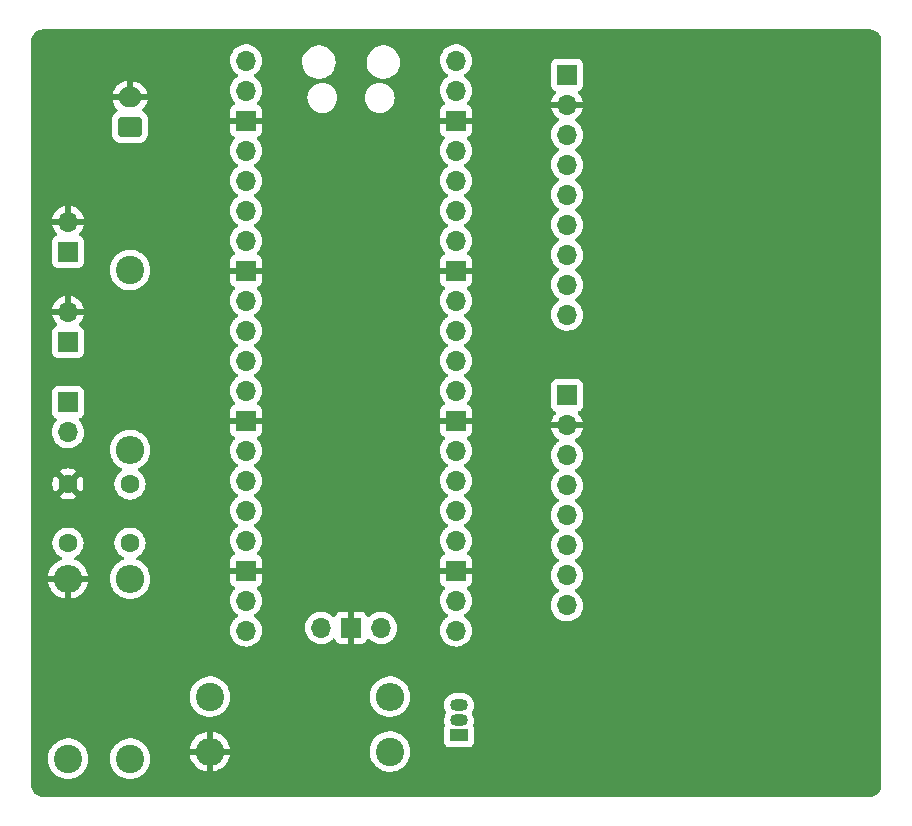
<source format=gbr>
%TF.GenerationSoftware,KiCad,Pcbnew,(6.0.7)*%
%TF.CreationDate,2023-03-31T20:18:19-04:00*%
%TF.ProjectId,mwap_circuit,6d776170-5f63-4697-9263-7569742e6b69,rev?*%
%TF.SameCoordinates,Original*%
%TF.FileFunction,Copper,L2,Bot*%
%TF.FilePolarity,Positive*%
%FSLAX46Y46*%
G04 Gerber Fmt 4.6, Leading zero omitted, Abs format (unit mm)*
G04 Created by KiCad (PCBNEW (6.0.7)) date 2023-03-31 20:18:19*
%MOMM*%
%LPD*%
G01*
G04 APERTURE LIST*
G04 Aperture macros list*
%AMRoundRect*
0 Rectangle with rounded corners*
0 $1 Rounding radius*
0 $2 $3 $4 $5 $6 $7 $8 $9 X,Y pos of 4 corners*
0 Add a 4 corners polygon primitive as box body*
4,1,4,$2,$3,$4,$5,$6,$7,$8,$9,$2,$3,0*
0 Add four circle primitives for the rounded corners*
1,1,$1+$1,$2,$3*
1,1,$1+$1,$4,$5*
1,1,$1+$1,$6,$7*
1,1,$1+$1,$8,$9*
0 Add four rect primitives between the rounded corners*
20,1,$1+$1,$2,$3,$4,$5,0*
20,1,$1+$1,$4,$5,$6,$7,0*
20,1,$1+$1,$6,$7,$8,$9,0*
20,1,$1+$1,$8,$9,$2,$3,0*%
G04 Aperture macros list end*
%TA.AperFunction,ComponentPad*%
%ADD10O,1.700000X1.700000*%
%TD*%
%TA.AperFunction,ComponentPad*%
%ADD11R,1.700000X1.700000*%
%TD*%
%TA.AperFunction,ComponentPad*%
%ADD12C,2.400000*%
%TD*%
%TA.AperFunction,ComponentPad*%
%ADD13O,2.400000X2.400000*%
%TD*%
%TA.AperFunction,ComponentPad*%
%ADD14O,1.500000X1.050000*%
%TD*%
%TA.AperFunction,ComponentPad*%
%ADD15R,1.500000X1.050000*%
%TD*%
%TA.AperFunction,ComponentPad*%
%ADD16RoundRect,0.250000X0.750000X-0.600000X0.750000X0.600000X-0.750000X0.600000X-0.750000X-0.600000X0*%
%TD*%
%TA.AperFunction,ComponentPad*%
%ADD17O,2.000000X1.700000*%
%TD*%
%TA.AperFunction,ComponentPad*%
%ADD18C,1.600000*%
%TD*%
G04 APERTURE END LIST*
D10*
%TO.P,U1,20,GPIO15*%
%TO.N,unconnected-(U1-Pad20)*%
X134605000Y-111905000D03*
%TO.P,U1,19,GPIO14*%
%TO.N,unconnected-(U1-Pad19)*%
X134605000Y-109365000D03*
D11*
%TO.P,U1,18,GND*%
%TO.N,GND*%
X134605000Y-106825000D03*
D10*
%TO.P,U1,17,GPIO13*%
%TO.N,MCP9808_SCL*%
X134605000Y-104285000D03*
%TO.P,U1,16,GPIO12*%
%TO.N,MCP9808_SDA*%
X134605000Y-101745000D03*
%TO.P,U1,15,GPIO11*%
%TO.N,unconnected-(U1-Pad15)*%
X134605000Y-99205000D03*
%TO.P,U1,14,GPIO10*%
%TO.N,unconnected-(U1-Pad14)*%
X134605000Y-96665000D03*
D11*
%TO.P,U1,13,GND*%
%TO.N,GND*%
X134605000Y-94125000D03*
D10*
%TO.P,U1,12,GPIO9*%
%TO.N,unconnected-(U1-Pad12)*%
X134605000Y-91585000D03*
%TO.P,U1,11,GPIO8*%
%TO.N,unconnected-(U1-Pad11)*%
X134605000Y-89045000D03*
%TO.P,U1,10,GPIO7*%
%TO.N,SD_MOSI*%
X134605000Y-86505000D03*
%TO.P,U1,9,GPIO6*%
%TO.N,unconnected-(U1-Pad9)*%
X134605000Y-83965000D03*
D11*
%TO.P,U1,8,GND*%
%TO.N,GND*%
X134605000Y-81425000D03*
D10*
%TO.P,U1,7,GPIO5*%
%TO.N,SD_CS*%
X134605000Y-78885000D03*
%TO.P,U1,6,GPIO4*%
%TO.N,SD_MISO*%
X134605000Y-76345000D03*
%TO.P,U1,5,GPIO3*%
%TO.N,unconnected-(U1-Pad5)*%
X134605000Y-73805000D03*
%TO.P,U1,4,GPIO2*%
%TO.N,SD_SCK*%
X134605000Y-71265000D03*
D11*
%TO.P,U1,3,GND*%
%TO.N,GND*%
X134605000Y-68725000D03*
D10*
%TO.P,U1,2,GPIO1*%
%TO.N,unconnected-(U1-Pad2)*%
X134605000Y-66185000D03*
%TO.P,U1,1,GPIO0*%
%TO.N,unconnected-(U1-Pad1)*%
X134605000Y-63645000D03*
D11*
%TO.P,U1,42,GND*%
%TO.N,GND*%
X125715000Y-111675000D03*
D10*
%TO.P,U1,21,GPIO16*%
%TO.N,SPC_SELECT*%
X116825000Y-111905000D03*
%TO.P,U1,22,GPIO17*%
%TO.N,unconnected-(U1-Pad22)*%
X116825000Y-109365000D03*
D11*
%TO.P,U1,23,GND*%
%TO.N,GND*%
X116825000Y-106825000D03*
D10*
%TO.P,U1,24,GPIO18*%
%TO.N,I2C_SDA*%
X116825000Y-104285000D03*
%TO.P,U1,25,GPIO19*%
%TO.N,I2C_SCL*%
X116825000Y-101745000D03*
%TO.P,U1,26,GPIO20*%
%TO.N,unconnected-(U1-Pad26)*%
X116825000Y-99205000D03*
%TO.P,U1,27,GPIO21*%
%TO.N,unconnected-(U1-Pad27)*%
X116825000Y-96665000D03*
D11*
%TO.P,U1,28,GND*%
%TO.N,GND*%
X116825000Y-94125000D03*
D10*
%TO.P,U1,29,GPIO22*%
%TO.N,US_TX*%
X116825000Y-91585000D03*
%TO.P,U1,30,RUN*%
%TO.N,unconnected-(U1-Pad30)*%
X116825000Y-89045000D03*
%TO.P,U1,31,GPIO26_ADC0*%
%TO.N,US_RX_P*%
X116825000Y-86505000D03*
%TO.P,U1,32,GPIO27_ADC1*%
%TO.N,unconnected-(U1-Pad32)*%
X116825000Y-83965000D03*
D11*
%TO.P,U1,33,AGND*%
%TO.N,GND*%
X116825000Y-81425000D03*
D10*
%TO.P,U1,34,GPIO28_ADC2*%
%TO.N,unconnected-(U1-Pad34)*%
X116825000Y-78885000D03*
%TO.P,U1,35,ADC_VREF*%
%TO.N,unconnected-(U1-Pad35)*%
X116825000Y-76345000D03*
%TO.P,U1,36,3V3*%
%TO.N,unconnected-(U1-Pad36)*%
X116825000Y-73805000D03*
%TO.P,U1,37,3V3_EN*%
%TO.N,unconnected-(U1-Pad37)*%
X116825000Y-71265000D03*
D11*
%TO.P,U1,38,GND*%
%TO.N,GND*%
X116825000Y-68725000D03*
D10*
%TO.P,U1,39,VSYS*%
%TO.N,+3.3V*%
X116825000Y-66185000D03*
%TO.P,U1,40,VBUS*%
%TO.N,unconnected-(U1-Pad40)*%
X116825000Y-63645000D03*
%TO.P,U1,43,SWDIO*%
%TO.N,unconnected-(U1-Pad43)*%
X123175000Y-111675000D03*
%TO.P,U1,41,SWCLK*%
%TO.N,unconnected-(U1-Pad41)*%
X128255000Y-111675000D03*
%TD*%
D12*
%TO.P,RF1,1*%
%TO.N,US_RX*%
X107000000Y-81380000D03*
D13*
%TO.P,RF1,2*%
%TO.N,Net-(CF1-Pad1)*%
X107000000Y-96620000D03*
%TD*%
D12*
%TO.P,RE1,1*%
%TO.N,Net-(Q1-Pad1)*%
X129000000Y-122150000D03*
D13*
%TO.P,RE1,2*%
%TO.N,GND*%
X113760000Y-122150000D03*
%TD*%
D12*
%TO.P,RC1,1*%
%TO.N,SPC_SELECT*%
X113760000Y-117500000D03*
D13*
%TO.P,RC1,2*%
%TO.N,US_RX_P*%
X129000000Y-117500000D03*
%TD*%
D12*
%TO.P,R2,1*%
%TO.N,Net-(CF2-Pad2)*%
X101750000Y-122750000D03*
D13*
%TO.P,R2,2*%
%TO.N,GND*%
X101750000Y-107510000D03*
%TD*%
D12*
%TO.P,R1,1*%
%TO.N,SPC_SELECT*%
X107000000Y-122750000D03*
D13*
%TO.P,R1,2*%
%TO.N,Net-(CF2-Pad2)*%
X107000000Y-107510000D03*
%TD*%
D14*
%TO.P,Q1,3,C*%
%TO.N,US_RX_P*%
X134850000Y-118230000D03*
%TO.P,Q1,2,B*%
%TO.N,Net-(CF2-Pad2)*%
X134850000Y-119500000D03*
D15*
%TO.P,Q1,1,E*%
%TO.N,Net-(Q1-Pad1)*%
X134850000Y-120770000D03*
%TD*%
D11*
%TO.P,J6,1,Pin_1*%
%TO.N,I2C_SCL*%
X101750000Y-92575000D03*
D10*
%TO.P,J6,2,Pin_2*%
%TO.N,I2C_SDA*%
X101750000Y-95115000D03*
%TD*%
%TO.P,J5,8,Pin_8*%
%TO.N,unconnected-(J5-Pad8)*%
X144000000Y-109780000D03*
%TO.P,J5,7,Pin_7*%
%TO.N,unconnected-(J5-Pad7)*%
X144000000Y-107240000D03*
%TO.P,J5,6,Pin_6*%
%TO.N,unconnected-(J5-Pad6)*%
X144000000Y-104700000D03*
%TO.P,J5,5,Pin_5*%
%TO.N,unconnected-(J5-Pad5)*%
X144000000Y-102160000D03*
%TO.P,J5,4,Pin_4*%
%TO.N,MCP9808_SDA*%
X144000000Y-99620000D03*
%TO.P,J5,3,Pin_3*%
%TO.N,MCP9808_SCL*%
X144000000Y-97080000D03*
%TO.P,J5,2,Pin_2*%
%TO.N,GND*%
X144000000Y-94540000D03*
D11*
%TO.P,J5,1,Pin_1*%
%TO.N,+3.3V*%
X144000000Y-92000000D03*
%TD*%
%TO.P,J4,1,Pin_1*%
%TO.N,+3.3V*%
X144000000Y-64850000D03*
D10*
%TO.P,J4,2,Pin_2*%
%TO.N,GND*%
X144000000Y-67390000D03*
%TO.P,J4,3,Pin_3*%
%TO.N,SD_SCK*%
X144000000Y-69930000D03*
%TO.P,J4,4,Pin_4*%
%TO.N,SD_MISO*%
X144000000Y-72470000D03*
%TO.P,J4,5,Pin_5*%
%TO.N,SD_MOSI*%
X144000000Y-75010000D03*
%TO.P,J4,6,Pin_6*%
%TO.N,SD_CS*%
X144000000Y-77550000D03*
%TO.P,J4,7,Pin_7*%
%TO.N,unconnected-(J4-Pad7)*%
X144000000Y-80090000D03*
%TO.P,J4,8,Pin_8*%
%TO.N,unconnected-(J4-Pad8)*%
X144000000Y-82630000D03*
%TO.P,J4,9,Pin_9*%
%TO.N,unconnected-(J4-Pad9)*%
X144000000Y-85170000D03*
%TD*%
%TO.P,J3,2,Pin_2*%
%TO.N,GND*%
X101750000Y-77285000D03*
D11*
%TO.P,J3,1,Pin_1*%
%TO.N,US_RX*%
X101750000Y-79825000D03*
%TD*%
%TO.P,J2,1,Pin_1*%
%TO.N,US_TX*%
X101750000Y-87475000D03*
D10*
%TO.P,J2,2,Pin_2*%
%TO.N,GND*%
X101750000Y-84935000D03*
%TD*%
D16*
%TO.P,J1,1,Pin_1*%
%TO.N,+3.3V*%
X107000000Y-69250000D03*
D17*
%TO.P,J1,2,Pin_2*%
%TO.N,GND*%
X107000000Y-66750000D03*
%TD*%
D18*
%TO.P,CF2,1*%
%TO.N,Net-(CF1-Pad1)*%
X107000000Y-99500000D03*
%TO.P,CF2,2*%
%TO.N,Net-(CF2-Pad2)*%
X107000000Y-104500000D03*
%TD*%
%TO.P,CF1,1*%
%TO.N,Net-(CF1-Pad1)*%
X101750000Y-104500000D03*
%TO.P,CF1,2*%
%TO.N,GND*%
X101750000Y-99500000D03*
%TD*%
%TA.AperFunction,Conductor*%
%TO.N,GND*%
G36*
X169595018Y-61010000D02*
G01*
X169609851Y-61012310D01*
X169609855Y-61012310D01*
X169618724Y-61013691D01*
X169631397Y-61012034D01*
X169658707Y-61011449D01*
X169786194Y-61022603D01*
X169807817Y-61026415D01*
X169953466Y-61065442D01*
X169974104Y-61072954D01*
X170110760Y-61136678D01*
X170129780Y-61147660D01*
X170253297Y-61234147D01*
X170270122Y-61248265D01*
X170376735Y-61354878D01*
X170390853Y-61371703D01*
X170477340Y-61495220D01*
X170488322Y-61514240D01*
X170552046Y-61650896D01*
X170559557Y-61671534D01*
X170598583Y-61817178D01*
X170602398Y-61838809D01*
X170612947Y-61959393D01*
X170612393Y-61975871D01*
X170612800Y-61975876D01*
X170612690Y-61984853D01*
X170611309Y-61993724D01*
X170612473Y-62002626D01*
X170612473Y-62002628D01*
X170615436Y-62025283D01*
X170616500Y-62041621D01*
X170616500Y-124950633D01*
X170615000Y-124970018D01*
X170612690Y-124984851D01*
X170612690Y-124984855D01*
X170611309Y-124993724D01*
X170612966Y-125006397D01*
X170613551Y-125033707D01*
X170602398Y-125161191D01*
X170598585Y-125182817D01*
X170577174Y-125262724D01*
X170559558Y-125328466D01*
X170552046Y-125349104D01*
X170488322Y-125485760D01*
X170477340Y-125504780D01*
X170390853Y-125628297D01*
X170376735Y-125645122D01*
X170270122Y-125751735D01*
X170253297Y-125765853D01*
X170129780Y-125852340D01*
X170110760Y-125863322D01*
X169974104Y-125927046D01*
X169953466Y-125934557D01*
X169807822Y-125973583D01*
X169786194Y-125977397D01*
X169729659Y-125982344D01*
X169665607Y-125987947D01*
X169649129Y-125987393D01*
X169649124Y-125987800D01*
X169640147Y-125987690D01*
X169631276Y-125986309D01*
X169622374Y-125987473D01*
X169622372Y-125987473D01*
X169608548Y-125989281D01*
X169599714Y-125990436D01*
X169583379Y-125991500D01*
X99674367Y-125991500D01*
X99654982Y-125990000D01*
X99640149Y-125987690D01*
X99640145Y-125987690D01*
X99631276Y-125986309D01*
X99618603Y-125987966D01*
X99591293Y-125988551D01*
X99463806Y-125977397D01*
X99442183Y-125973585D01*
X99296531Y-125934557D01*
X99275896Y-125927046D01*
X99139240Y-125863322D01*
X99120220Y-125852340D01*
X98996703Y-125765853D01*
X98979878Y-125751735D01*
X98873265Y-125645122D01*
X98859147Y-125628297D01*
X98772660Y-125504780D01*
X98761678Y-125485760D01*
X98697954Y-125349104D01*
X98690443Y-125328466D01*
X98651417Y-125182822D01*
X98647602Y-125161191D01*
X98637349Y-125043993D01*
X98637374Y-125021758D01*
X98637770Y-125017344D01*
X98638576Y-125012552D01*
X98638729Y-125000000D01*
X98634773Y-124972376D01*
X98633500Y-124954514D01*
X98633500Y-122705151D01*
X100037296Y-122705151D01*
X100037520Y-122709817D01*
X100037520Y-122709822D01*
X100038982Y-122740248D01*
X100049480Y-122958798D01*
X100051995Y-122971442D01*
X100093696Y-123181084D01*
X100099021Y-123207857D01*
X100100600Y-123212255D01*
X100100602Y-123212262D01*
X100183248Y-123442449D01*
X100184831Y-123446858D01*
X100187048Y-123450984D01*
X100232773Y-123536082D01*
X100305025Y-123670551D01*
X100307820Y-123674294D01*
X100307822Y-123674297D01*
X100454171Y-123870282D01*
X100454176Y-123870288D01*
X100456963Y-123874020D01*
X100460272Y-123877300D01*
X100460277Y-123877306D01*
X100558859Y-123975031D01*
X100637307Y-124052797D01*
X100641069Y-124055555D01*
X100641072Y-124055558D01*
X100746764Y-124133054D01*
X100842094Y-124202953D01*
X100846229Y-124205129D01*
X100846233Y-124205131D01*
X100964289Y-124267243D01*
X101066827Y-124321191D01*
X101306568Y-124404912D01*
X101556050Y-124452278D01*
X101676532Y-124457011D01*
X101805125Y-124462064D01*
X101805130Y-124462064D01*
X101809793Y-124462247D01*
X101908774Y-124451407D01*
X102057569Y-124435112D01*
X102057575Y-124435111D01*
X102062222Y-124434602D01*
X102171680Y-124405784D01*
X102303273Y-124371138D01*
X102307793Y-124369948D01*
X102426353Y-124319011D01*
X102536807Y-124271557D01*
X102536810Y-124271555D01*
X102541110Y-124269708D01*
X102545090Y-124267245D01*
X102545094Y-124267243D01*
X102753064Y-124138547D01*
X102753066Y-124138545D01*
X102757047Y-124136082D01*
X102855428Y-124052797D01*
X102947289Y-123975031D01*
X102947291Y-123975029D01*
X102950862Y-123972006D01*
X103118295Y-123781084D01*
X103124693Y-123771138D01*
X103253141Y-123571442D01*
X103255669Y-123567512D01*
X103359967Y-123335980D01*
X103428896Y-123091575D01*
X103446382Y-122954126D01*
X103460545Y-122842798D01*
X103460545Y-122842792D01*
X103460943Y-122839667D01*
X103463291Y-122750000D01*
X103459958Y-122705151D01*
X105287296Y-122705151D01*
X105287520Y-122709817D01*
X105287520Y-122709822D01*
X105288982Y-122740248D01*
X105299480Y-122958798D01*
X105301995Y-122971442D01*
X105343696Y-123181084D01*
X105349021Y-123207857D01*
X105350600Y-123212255D01*
X105350602Y-123212262D01*
X105433248Y-123442449D01*
X105434831Y-123446858D01*
X105437048Y-123450984D01*
X105482773Y-123536082D01*
X105555025Y-123670551D01*
X105557820Y-123674294D01*
X105557822Y-123674297D01*
X105704171Y-123870282D01*
X105704176Y-123870288D01*
X105706963Y-123874020D01*
X105710272Y-123877300D01*
X105710277Y-123877306D01*
X105808859Y-123975031D01*
X105887307Y-124052797D01*
X105891069Y-124055555D01*
X105891072Y-124055558D01*
X105996764Y-124133054D01*
X106092094Y-124202953D01*
X106096229Y-124205129D01*
X106096233Y-124205131D01*
X106214289Y-124267243D01*
X106316827Y-124321191D01*
X106556568Y-124404912D01*
X106806050Y-124452278D01*
X106926532Y-124457011D01*
X107055125Y-124462064D01*
X107055130Y-124462064D01*
X107059793Y-124462247D01*
X107158774Y-124451407D01*
X107307569Y-124435112D01*
X107307575Y-124435111D01*
X107312222Y-124434602D01*
X107421680Y-124405784D01*
X107553273Y-124371138D01*
X107557793Y-124369948D01*
X107676353Y-124319011D01*
X107786807Y-124271557D01*
X107786810Y-124271555D01*
X107791110Y-124269708D01*
X107795090Y-124267245D01*
X107795094Y-124267243D01*
X108003064Y-124138547D01*
X108003066Y-124138545D01*
X108007047Y-124136082D01*
X108105428Y-124052797D01*
X108197289Y-123975031D01*
X108197291Y-123975029D01*
X108200862Y-123972006D01*
X108368295Y-123781084D01*
X108374693Y-123771138D01*
X108503141Y-123571442D01*
X108505669Y-123567512D01*
X108609967Y-123335980D01*
X108678896Y-123091575D01*
X108696382Y-122954126D01*
X108710545Y-122842798D01*
X108710545Y-122842792D01*
X108710943Y-122839667D01*
X108713291Y-122750000D01*
X108694472Y-122496759D01*
X108692252Y-122486944D01*
X108677887Y-122423460D01*
X112072852Y-122423460D01*
X112108593Y-122603143D01*
X112111082Y-122612118D01*
X112193708Y-122842250D01*
X112197505Y-122850778D01*
X112313234Y-123066160D01*
X112318245Y-123074027D01*
X112464550Y-123269953D01*
X112470656Y-123276977D01*
X112644316Y-123449127D01*
X112651398Y-123455176D01*
X112848586Y-123599760D01*
X112856505Y-123604708D01*
X113072877Y-123718547D01*
X113081451Y-123722275D01*
X113312282Y-123802885D01*
X113321291Y-123805299D01*
X113488201Y-123836988D01*
X113501261Y-123835704D01*
X113505506Y-123822360D01*
X114014000Y-123822360D01*
X114018171Y-123836565D01*
X114030933Y-123838620D01*
X114067487Y-123834617D01*
X114076649Y-123832919D01*
X114313107Y-123770665D01*
X114321926Y-123767628D01*
X114546584Y-123671107D01*
X114554856Y-123666800D01*
X114762777Y-123538135D01*
X114770317Y-123532657D01*
X114956943Y-123374668D01*
X114963593Y-123368132D01*
X115124813Y-123184295D01*
X115130420Y-123176854D01*
X115262700Y-122971202D01*
X115267147Y-122963011D01*
X115367572Y-122740076D01*
X115370767Y-122731298D01*
X115437135Y-122495973D01*
X115438993Y-122486844D01*
X115447246Y-122421969D01*
X115444958Y-122407708D01*
X115431938Y-122404000D01*
X114032115Y-122404000D01*
X114016876Y-122408475D01*
X114015671Y-122409865D01*
X114014000Y-122417548D01*
X114014000Y-123822360D01*
X113505506Y-123822360D01*
X113506000Y-123820808D01*
X113506000Y-122422115D01*
X113501525Y-122406876D01*
X113500135Y-122405671D01*
X113492452Y-122404000D01*
X112087096Y-122404000D01*
X112074695Y-122407641D01*
X112072852Y-122423460D01*
X108677887Y-122423460D01*
X108639459Y-122253639D01*
X108638428Y-122249082D01*
X108584273Y-122109822D01*
X108582457Y-122105151D01*
X127287296Y-122105151D01*
X127287520Y-122109817D01*
X127287520Y-122109822D01*
X127292158Y-122206365D01*
X127299480Y-122358798D01*
X127309638Y-122409865D01*
X127327848Y-122501411D01*
X127349021Y-122607857D01*
X127350600Y-122612255D01*
X127350602Y-122612262D01*
X127395022Y-122735980D01*
X127434831Y-122846858D01*
X127437048Y-122850984D01*
X127552666Y-123066160D01*
X127555025Y-123070551D01*
X127557820Y-123074294D01*
X127557822Y-123074297D01*
X127704171Y-123270282D01*
X127704176Y-123270288D01*
X127706963Y-123274020D01*
X127710272Y-123277300D01*
X127710277Y-123277306D01*
X127808493Y-123374668D01*
X127887307Y-123452797D01*
X127891069Y-123455555D01*
X127891072Y-123455558D01*
X128049118Y-123571442D01*
X128092094Y-123602953D01*
X128096229Y-123605129D01*
X128096233Y-123605131D01*
X128212746Y-123666431D01*
X128316827Y-123721191D01*
X128449803Y-123767628D01*
X128550764Y-123802885D01*
X128556568Y-123804912D01*
X128806050Y-123852278D01*
X128926532Y-123857011D01*
X129055125Y-123862064D01*
X129055130Y-123862064D01*
X129059793Y-123862247D01*
X129158774Y-123851407D01*
X129307569Y-123835112D01*
X129307575Y-123835111D01*
X129312222Y-123834602D01*
X129318615Y-123832919D01*
X129553273Y-123771138D01*
X129557793Y-123769948D01*
X129780429Y-123674297D01*
X129786807Y-123671557D01*
X129786810Y-123671555D01*
X129791110Y-123669708D01*
X129795090Y-123667245D01*
X129795094Y-123667243D01*
X130003064Y-123538547D01*
X130003066Y-123538545D01*
X130007047Y-123536082D01*
X130102166Y-123455558D01*
X130197289Y-123375031D01*
X130197291Y-123375029D01*
X130200862Y-123372006D01*
X130368295Y-123181084D01*
X130505669Y-122967512D01*
X130609967Y-122735980D01*
X130611288Y-122731298D01*
X130644859Y-122612262D01*
X130678896Y-122491575D01*
X130709166Y-122253639D01*
X130710545Y-122242798D01*
X130710545Y-122242792D01*
X130710943Y-122239667D01*
X130713291Y-122150000D01*
X130694472Y-121896759D01*
X130693402Y-121892027D01*
X130652562Y-121711543D01*
X130638428Y-121649082D01*
X130615187Y-121589317D01*
X130548084Y-121416762D01*
X130548083Y-121416760D01*
X130546391Y-121412409D01*
X130525866Y-121376498D01*
X130422702Y-121195997D01*
X130422700Y-121195995D01*
X130420383Y-121191940D01*
X130263171Y-120992517D01*
X130179625Y-120913925D01*
X130081610Y-120821722D01*
X130081608Y-120821720D01*
X130078209Y-120818523D01*
X129874020Y-120676872D01*
X129873393Y-120676437D01*
X129873390Y-120676435D01*
X129869561Y-120673779D01*
X129865384Y-120671719D01*
X129865377Y-120671715D01*
X129645996Y-120563528D01*
X129645992Y-120563527D01*
X129641810Y-120561464D01*
X129399960Y-120484047D01*
X129368104Y-120478859D01*
X129153935Y-120443980D01*
X129153934Y-120443980D01*
X129149323Y-120443229D01*
X129022365Y-120441567D01*
X128900083Y-120439966D01*
X128900080Y-120439966D01*
X128895406Y-120439905D01*
X128643787Y-120474149D01*
X128639301Y-120475457D01*
X128639299Y-120475457D01*
X128625428Y-120479500D01*
X128399993Y-120545208D01*
X128395740Y-120547168D01*
X128395739Y-120547169D01*
X128367818Y-120560041D01*
X128169380Y-120651522D01*
X128165471Y-120654085D01*
X127960928Y-120788189D01*
X127960923Y-120788193D01*
X127957015Y-120790755D01*
X127767562Y-120959848D01*
X127605183Y-121155087D01*
X127473447Y-121372182D01*
X127471638Y-121376496D01*
X127471637Y-121376498D01*
X127379515Y-121596185D01*
X127375246Y-121606365D01*
X127374095Y-121610897D01*
X127374094Y-121610900D01*
X127362066Y-121658261D01*
X127312738Y-121852490D01*
X127287296Y-122105151D01*
X108582457Y-122105151D01*
X108548084Y-122016762D01*
X108548083Y-122016760D01*
X108546391Y-122012409D01*
X108525866Y-121976498D01*
X108469556Y-121877976D01*
X112070675Y-121877976D01*
X112073435Y-121892703D01*
X112085614Y-121896000D01*
X113487885Y-121896000D01*
X113503124Y-121891525D01*
X113504329Y-121890135D01*
X113506000Y-121882452D01*
X113506000Y-121877885D01*
X114014000Y-121877885D01*
X114018475Y-121893124D01*
X114019865Y-121894329D01*
X114027548Y-121896000D01*
X115435671Y-121896000D01*
X115449202Y-121892027D01*
X115450634Y-121882068D01*
X115398979Y-121653786D01*
X115396255Y-121644875D01*
X115307633Y-121416983D01*
X115303619Y-121408567D01*
X115182286Y-121196281D01*
X115177070Y-121188548D01*
X115025692Y-120996525D01*
X115019399Y-120989657D01*
X114841294Y-120822112D01*
X114834060Y-120816254D01*
X114633141Y-120676872D01*
X114625115Y-120672144D01*
X114405810Y-120563995D01*
X114397177Y-120560507D01*
X114164288Y-120485958D01*
X114155238Y-120483785D01*
X114031880Y-120463696D01*
X114018286Y-120465393D01*
X114014000Y-120479500D01*
X114014000Y-121877885D01*
X113506000Y-121877885D01*
X113506000Y-120478859D01*
X113501982Y-120465175D01*
X113488290Y-120463154D01*
X113408521Y-120474010D01*
X113399403Y-120475948D01*
X113164668Y-120544367D01*
X113155915Y-120547639D01*
X112933869Y-120650004D01*
X112925714Y-120654524D01*
X112721233Y-120788587D01*
X112713828Y-120794270D01*
X112531413Y-120957082D01*
X112524935Y-120963790D01*
X112368584Y-121151781D01*
X112363163Y-121159381D01*
X112236322Y-121368409D01*
X112232084Y-121376726D01*
X112137529Y-121602214D01*
X112134572Y-121611052D01*
X112074382Y-121848048D01*
X112072764Y-121857228D01*
X112070675Y-121877976D01*
X108469556Y-121877976D01*
X108422702Y-121795997D01*
X108422700Y-121795995D01*
X108420383Y-121791940D01*
X108263171Y-121592517D01*
X108078209Y-121418523D01*
X107969536Y-121343134D01*
X107873393Y-121276437D01*
X107873390Y-121276435D01*
X107869561Y-121273779D01*
X107865384Y-121271719D01*
X107865377Y-121271715D01*
X107645996Y-121163528D01*
X107645992Y-121163527D01*
X107641810Y-121161464D01*
X107399960Y-121084047D01*
X107395355Y-121083297D01*
X107153935Y-121043980D01*
X107153934Y-121043980D01*
X107149323Y-121043229D01*
X107022365Y-121041567D01*
X106900083Y-121039966D01*
X106900080Y-121039966D01*
X106895406Y-121039905D01*
X106643787Y-121074149D01*
X106399993Y-121145208D01*
X106395740Y-121147168D01*
X106395739Y-121147169D01*
X106369249Y-121159381D01*
X106169380Y-121251522D01*
X106165471Y-121254085D01*
X105960928Y-121388189D01*
X105960923Y-121388193D01*
X105957015Y-121390755D01*
X105862289Y-121475301D01*
X105787890Y-121541705D01*
X105767562Y-121559848D01*
X105605183Y-121755087D01*
X105473447Y-121972182D01*
X105471638Y-121976496D01*
X105471637Y-121976498D01*
X105397557Y-122153160D01*
X105375246Y-122206365D01*
X105312738Y-122452490D01*
X105287296Y-122705151D01*
X103459958Y-122705151D01*
X103444472Y-122496759D01*
X103442252Y-122486944D01*
X103389459Y-122253639D01*
X103388428Y-122249082D01*
X103334273Y-122109822D01*
X103298084Y-122016762D01*
X103298083Y-122016760D01*
X103296391Y-122012409D01*
X103275866Y-121976498D01*
X103172702Y-121795997D01*
X103172700Y-121795995D01*
X103170383Y-121791940D01*
X103013171Y-121592517D01*
X102828209Y-121418523D01*
X102719536Y-121343134D01*
X102623393Y-121276437D01*
X102623390Y-121276435D01*
X102619561Y-121273779D01*
X102615384Y-121271719D01*
X102615377Y-121271715D01*
X102395996Y-121163528D01*
X102395992Y-121163527D01*
X102391810Y-121161464D01*
X102149960Y-121084047D01*
X102145355Y-121083297D01*
X101903935Y-121043980D01*
X101903934Y-121043980D01*
X101899323Y-121043229D01*
X101772365Y-121041567D01*
X101650083Y-121039966D01*
X101650080Y-121039966D01*
X101645406Y-121039905D01*
X101393787Y-121074149D01*
X101149993Y-121145208D01*
X101145740Y-121147168D01*
X101145739Y-121147169D01*
X101119249Y-121159381D01*
X100919380Y-121251522D01*
X100915471Y-121254085D01*
X100710928Y-121388189D01*
X100710923Y-121388193D01*
X100707015Y-121390755D01*
X100612289Y-121475301D01*
X100537890Y-121541705D01*
X100517562Y-121559848D01*
X100355183Y-121755087D01*
X100223447Y-121972182D01*
X100221638Y-121976496D01*
X100221637Y-121976498D01*
X100147557Y-122153160D01*
X100125246Y-122206365D01*
X100062738Y-122452490D01*
X100037296Y-122705151D01*
X98633500Y-122705151D01*
X98633500Y-119492750D01*
X133586524Y-119492750D01*
X133604894Y-119694596D01*
X133606632Y-119700502D01*
X133606633Y-119700506D01*
X133660380Y-119883121D01*
X133660788Y-119884507D01*
X133662119Y-119889029D01*
X133661260Y-119889282D01*
X133667714Y-119954662D01*
X133654548Y-119991406D01*
X133649385Y-119998295D01*
X133646236Y-120006696D01*
X133646234Y-120006699D01*
X133615976Y-120087414D01*
X133598255Y-120134684D01*
X133591500Y-120196866D01*
X133591500Y-121343134D01*
X133598255Y-121405316D01*
X133649385Y-121541705D01*
X133736739Y-121658261D01*
X133853295Y-121745615D01*
X133989684Y-121796745D01*
X134051866Y-121803500D01*
X135648134Y-121803500D01*
X135710316Y-121796745D01*
X135846705Y-121745615D01*
X135963261Y-121658261D01*
X136050615Y-121541705D01*
X136101745Y-121405316D01*
X136108500Y-121343134D01*
X136108500Y-120196866D01*
X136101745Y-120134684D01*
X136086260Y-120093377D01*
X136053768Y-120006704D01*
X136053766Y-120006701D01*
X136050615Y-119998295D01*
X136045227Y-119991106D01*
X136045094Y-119990863D01*
X136029924Y-119921506D01*
X136035248Y-119893092D01*
X136036428Y-119889282D01*
X136092290Y-119708820D01*
X136113476Y-119507250D01*
X136095106Y-119305404D01*
X136067635Y-119212064D01*
X136039620Y-119116880D01*
X136037881Y-119110971D01*
X136033951Y-119103452D01*
X135988882Y-119017243D01*
X135943981Y-118931355D01*
X135944016Y-118931337D01*
X135924111Y-118865559D01*
X135939271Y-118804591D01*
X136029426Y-118637853D01*
X136032356Y-118632435D01*
X136092290Y-118438820D01*
X136093817Y-118424297D01*
X136112832Y-118243378D01*
X136112832Y-118243377D01*
X136113476Y-118237250D01*
X136105898Y-118153986D01*
X136095665Y-118041543D01*
X136095664Y-118041540D01*
X136095106Y-118035404D01*
X136037881Y-117840971D01*
X136033951Y-117833452D01*
X135946835Y-117666815D01*
X135943981Y-117661355D01*
X135938630Y-117654699D01*
X135820840Y-117508199D01*
X135816981Y-117503399D01*
X135661719Y-117373119D01*
X135656327Y-117370155D01*
X135656323Y-117370152D01*
X135489506Y-117278444D01*
X135484109Y-117275477D01*
X135290916Y-117214193D01*
X135284799Y-117213507D01*
X135284795Y-117213506D01*
X135210652Y-117205190D01*
X135133183Y-117196500D01*
X134573996Y-117196500D01*
X134423287Y-117211277D01*
X134229258Y-117269858D01*
X134050302Y-117365010D01*
X133893237Y-117493110D01*
X133889310Y-117497857D01*
X133889308Y-117497859D01*
X133767973Y-117644528D01*
X133767971Y-117644531D01*
X133764044Y-117649278D01*
X133667644Y-117827565D01*
X133607710Y-118021180D01*
X133586524Y-118222750D01*
X133604894Y-118424596D01*
X133662119Y-118619029D01*
X133664972Y-118624486D01*
X133664973Y-118624489D01*
X133666446Y-118627306D01*
X133755923Y-118798460D01*
X133755923Y-118798462D01*
X133756019Y-118798645D01*
X133755984Y-118798663D01*
X133775889Y-118864441D01*
X133760729Y-118925409D01*
X133667644Y-119097565D01*
X133640544Y-119185112D01*
X133632201Y-119212064D01*
X133607710Y-119291180D01*
X133586524Y-119492750D01*
X98633500Y-119492750D01*
X98633500Y-117455151D01*
X112047296Y-117455151D01*
X112047520Y-117459817D01*
X112047520Y-117459822D01*
X112049844Y-117508199D01*
X112059480Y-117708798D01*
X112109021Y-117957857D01*
X112110600Y-117962255D01*
X112110602Y-117962262D01*
X112155022Y-118085980D01*
X112194831Y-118196858D01*
X112315025Y-118420551D01*
X112317820Y-118424294D01*
X112317822Y-118424297D01*
X112464171Y-118620282D01*
X112464176Y-118620288D01*
X112466963Y-118624020D01*
X112470272Y-118627300D01*
X112470277Y-118627306D01*
X112643137Y-118798663D01*
X112647307Y-118802797D01*
X112651069Y-118805555D01*
X112651072Y-118805558D01*
X112848323Y-118950188D01*
X112852094Y-118952953D01*
X112856229Y-118955129D01*
X112856233Y-118955131D01*
X112974289Y-119017243D01*
X113076827Y-119071191D01*
X113316568Y-119154912D01*
X113566050Y-119202278D01*
X113686532Y-119207011D01*
X113815125Y-119212064D01*
X113815130Y-119212064D01*
X113819793Y-119212247D01*
X113918774Y-119201407D01*
X114067569Y-119185112D01*
X114067575Y-119185111D01*
X114072222Y-119184602D01*
X114181680Y-119155784D01*
X114313273Y-119121138D01*
X114317793Y-119119948D01*
X114436353Y-119069011D01*
X114546807Y-119021557D01*
X114546810Y-119021555D01*
X114551110Y-119019708D01*
X114555090Y-119017245D01*
X114555094Y-119017243D01*
X114763064Y-118888547D01*
X114763066Y-118888545D01*
X114767047Y-118886082D01*
X114792256Y-118864741D01*
X114957289Y-118725031D01*
X114957291Y-118725029D01*
X114960862Y-118722006D01*
X115128295Y-118531084D01*
X115265669Y-118317512D01*
X115369967Y-118085980D01*
X115438896Y-117841575D01*
X115456382Y-117704126D01*
X115470545Y-117592798D01*
X115470545Y-117592792D01*
X115470943Y-117589667D01*
X115473291Y-117500000D01*
X115469958Y-117455151D01*
X127287296Y-117455151D01*
X127287520Y-117459817D01*
X127287520Y-117459822D01*
X127289844Y-117508199D01*
X127299480Y-117708798D01*
X127349021Y-117957857D01*
X127350600Y-117962255D01*
X127350602Y-117962262D01*
X127395022Y-118085980D01*
X127434831Y-118196858D01*
X127555025Y-118420551D01*
X127557820Y-118424294D01*
X127557822Y-118424297D01*
X127704171Y-118620282D01*
X127704176Y-118620288D01*
X127706963Y-118624020D01*
X127710272Y-118627300D01*
X127710277Y-118627306D01*
X127883137Y-118798663D01*
X127887307Y-118802797D01*
X127891069Y-118805555D01*
X127891072Y-118805558D01*
X128088323Y-118950188D01*
X128092094Y-118952953D01*
X128096229Y-118955129D01*
X128096233Y-118955131D01*
X128214289Y-119017243D01*
X128316827Y-119071191D01*
X128556568Y-119154912D01*
X128806050Y-119202278D01*
X128926532Y-119207011D01*
X129055125Y-119212064D01*
X129055130Y-119212064D01*
X129059793Y-119212247D01*
X129158774Y-119201407D01*
X129307569Y-119185112D01*
X129307575Y-119185111D01*
X129312222Y-119184602D01*
X129421680Y-119155784D01*
X129553273Y-119121138D01*
X129557793Y-119119948D01*
X129676353Y-119069011D01*
X129786807Y-119021557D01*
X129786810Y-119021555D01*
X129791110Y-119019708D01*
X129795090Y-119017245D01*
X129795094Y-119017243D01*
X130003064Y-118888547D01*
X130003066Y-118888545D01*
X130007047Y-118886082D01*
X130032256Y-118864741D01*
X130197289Y-118725031D01*
X130197291Y-118725029D01*
X130200862Y-118722006D01*
X130368295Y-118531084D01*
X130505669Y-118317512D01*
X130609967Y-118085980D01*
X130678896Y-117841575D01*
X130696382Y-117704126D01*
X130710545Y-117592798D01*
X130710545Y-117592792D01*
X130710943Y-117589667D01*
X130713291Y-117500000D01*
X130696468Y-117273614D01*
X130694818Y-117251411D01*
X130694817Y-117251407D01*
X130694472Y-117246759D01*
X130686847Y-117213059D01*
X130639459Y-117003639D01*
X130638428Y-116999082D01*
X130546391Y-116762409D01*
X130525866Y-116726498D01*
X130422702Y-116545997D01*
X130422700Y-116545995D01*
X130420383Y-116541940D01*
X130263171Y-116342517D01*
X130078209Y-116168523D01*
X130034483Y-116138189D01*
X129873393Y-116026437D01*
X129873390Y-116026435D01*
X129869561Y-116023779D01*
X129865384Y-116021719D01*
X129865377Y-116021715D01*
X129645996Y-115913528D01*
X129645992Y-115913527D01*
X129641810Y-115911464D01*
X129399960Y-115834047D01*
X129395355Y-115833297D01*
X129153935Y-115793980D01*
X129153934Y-115793980D01*
X129149323Y-115793229D01*
X129022364Y-115791567D01*
X128900083Y-115789966D01*
X128900080Y-115789966D01*
X128895406Y-115789905D01*
X128643787Y-115824149D01*
X128399993Y-115895208D01*
X128169380Y-116001522D01*
X128165471Y-116004085D01*
X127960928Y-116138189D01*
X127960923Y-116138193D01*
X127957015Y-116140755D01*
X127767562Y-116309848D01*
X127605183Y-116505087D01*
X127473447Y-116722182D01*
X127375246Y-116956365D01*
X127312738Y-117202490D01*
X127287296Y-117455151D01*
X115469958Y-117455151D01*
X115456468Y-117273614D01*
X115454818Y-117251411D01*
X115454817Y-117251407D01*
X115454472Y-117246759D01*
X115446847Y-117213059D01*
X115399459Y-117003639D01*
X115398428Y-116999082D01*
X115306391Y-116762409D01*
X115285866Y-116726498D01*
X115182702Y-116545997D01*
X115182700Y-116545995D01*
X115180383Y-116541940D01*
X115023171Y-116342517D01*
X114838209Y-116168523D01*
X114794483Y-116138189D01*
X114633393Y-116026437D01*
X114633390Y-116026435D01*
X114629561Y-116023779D01*
X114625384Y-116021719D01*
X114625377Y-116021715D01*
X114405996Y-115913528D01*
X114405992Y-115913527D01*
X114401810Y-115911464D01*
X114159960Y-115834047D01*
X114155355Y-115833297D01*
X113913935Y-115793980D01*
X113913934Y-115793980D01*
X113909323Y-115793229D01*
X113782364Y-115791567D01*
X113660083Y-115789966D01*
X113660080Y-115789966D01*
X113655406Y-115789905D01*
X113403787Y-115824149D01*
X113159993Y-115895208D01*
X112929380Y-116001522D01*
X112925471Y-116004085D01*
X112720928Y-116138189D01*
X112720923Y-116138193D01*
X112717015Y-116140755D01*
X112527562Y-116309848D01*
X112365183Y-116505087D01*
X112233447Y-116722182D01*
X112135246Y-116956365D01*
X112072738Y-117202490D01*
X112047296Y-117455151D01*
X98633500Y-117455151D01*
X98633500Y-111871695D01*
X115462251Y-111871695D01*
X115462548Y-111876848D01*
X115462548Y-111876851D01*
X115468011Y-111971590D01*
X115475110Y-112094715D01*
X115476247Y-112099761D01*
X115476248Y-112099767D01*
X115496119Y-112187939D01*
X115524222Y-112312639D01*
X115608266Y-112519616D01*
X115724987Y-112710088D01*
X115871250Y-112878938D01*
X116043126Y-113021632D01*
X116236000Y-113134338D01*
X116444692Y-113214030D01*
X116449760Y-113215061D01*
X116449763Y-113215062D01*
X116557017Y-113236883D01*
X116663597Y-113258567D01*
X116668772Y-113258757D01*
X116668774Y-113258757D01*
X116881673Y-113266564D01*
X116881677Y-113266564D01*
X116886837Y-113266753D01*
X116891957Y-113266097D01*
X116891959Y-113266097D01*
X117103288Y-113239025D01*
X117103289Y-113239025D01*
X117108416Y-113238368D01*
X117113366Y-113236883D01*
X117317429Y-113175661D01*
X117317434Y-113175659D01*
X117322384Y-113174174D01*
X117522994Y-113075896D01*
X117704860Y-112946173D01*
X117746842Y-112904338D01*
X117805488Y-112845896D01*
X117863096Y-112788489D01*
X117917679Y-112712529D01*
X117990435Y-112611277D01*
X117993453Y-112607077D01*
X117998341Y-112597188D01*
X118090136Y-112411453D01*
X118090137Y-112411451D01*
X118092430Y-112406811D01*
X118157370Y-112193069D01*
X118186529Y-111971590D01*
X118188156Y-111905000D01*
X118169852Y-111682361D01*
X118159637Y-111641695D01*
X121812251Y-111641695D01*
X121812548Y-111646848D01*
X121812548Y-111646851D01*
X121818011Y-111741590D01*
X121825110Y-111864715D01*
X121826247Y-111869761D01*
X121826248Y-111869767D01*
X121834947Y-111908365D01*
X121874222Y-112082639D01*
X121958266Y-112289616D01*
X121975307Y-112317425D01*
X122032928Y-112411453D01*
X122074987Y-112480088D01*
X122221250Y-112648938D01*
X122393126Y-112791632D01*
X122586000Y-112904338D01*
X122794692Y-112984030D01*
X122799760Y-112985061D01*
X122799763Y-112985062D01*
X122907017Y-113006883D01*
X123013597Y-113028567D01*
X123018772Y-113028757D01*
X123018774Y-113028757D01*
X123231673Y-113036564D01*
X123231677Y-113036564D01*
X123236837Y-113036753D01*
X123241957Y-113036097D01*
X123241959Y-113036097D01*
X123453288Y-113009025D01*
X123453289Y-113009025D01*
X123458416Y-113008368D01*
X123463366Y-113006883D01*
X123667429Y-112945661D01*
X123667434Y-112945659D01*
X123672384Y-112944174D01*
X123872994Y-112845896D01*
X124054860Y-112716173D01*
X124060967Y-112710088D01*
X124163479Y-112607933D01*
X124225851Y-112574017D01*
X124296658Y-112579205D01*
X124353419Y-112621851D01*
X124370401Y-112652954D01*
X124411676Y-112763054D01*
X124420214Y-112778649D01*
X124496715Y-112880724D01*
X124509276Y-112893285D01*
X124611351Y-112969786D01*
X124626946Y-112978324D01*
X124747394Y-113023478D01*
X124762649Y-113027105D01*
X124813514Y-113032631D01*
X124820328Y-113033000D01*
X125442885Y-113033000D01*
X125458124Y-113028525D01*
X125459329Y-113027135D01*
X125461000Y-113019452D01*
X125461000Y-113014884D01*
X125969000Y-113014884D01*
X125973475Y-113030123D01*
X125974865Y-113031328D01*
X125982548Y-113032999D01*
X126609669Y-113032999D01*
X126616490Y-113032629D01*
X126667352Y-113027105D01*
X126682604Y-113023479D01*
X126803054Y-112978324D01*
X126818649Y-112969786D01*
X126920724Y-112893285D01*
X126933285Y-112880724D01*
X127009786Y-112778649D01*
X127018324Y-112763054D01*
X127059225Y-112653952D01*
X127101867Y-112597188D01*
X127168428Y-112572488D01*
X127237777Y-112587696D01*
X127272444Y-112615684D01*
X127297865Y-112645031D01*
X127297869Y-112645035D01*
X127301250Y-112648938D01*
X127473126Y-112791632D01*
X127666000Y-112904338D01*
X127874692Y-112984030D01*
X127879760Y-112985061D01*
X127879763Y-112985062D01*
X127987017Y-113006883D01*
X128093597Y-113028567D01*
X128098772Y-113028757D01*
X128098774Y-113028757D01*
X128311673Y-113036564D01*
X128311677Y-113036564D01*
X128316837Y-113036753D01*
X128321957Y-113036097D01*
X128321959Y-113036097D01*
X128533288Y-113009025D01*
X128533289Y-113009025D01*
X128538416Y-113008368D01*
X128543366Y-113006883D01*
X128747429Y-112945661D01*
X128747434Y-112945659D01*
X128752384Y-112944174D01*
X128952994Y-112845896D01*
X129134860Y-112716173D01*
X129140967Y-112710088D01*
X129248993Y-112602438D01*
X129293096Y-112558489D01*
X129352594Y-112475689D01*
X129420435Y-112381277D01*
X129423453Y-112377077D01*
X129457793Y-112307596D01*
X129520136Y-112181453D01*
X129520137Y-112181451D01*
X129522430Y-112176811D01*
X129587370Y-111963069D01*
X129599400Y-111871695D01*
X133242251Y-111871695D01*
X133242548Y-111876848D01*
X133242548Y-111876851D01*
X133248011Y-111971590D01*
X133255110Y-112094715D01*
X133256247Y-112099761D01*
X133256248Y-112099767D01*
X133276119Y-112187939D01*
X133304222Y-112312639D01*
X133388266Y-112519616D01*
X133504987Y-112710088D01*
X133651250Y-112878938D01*
X133823126Y-113021632D01*
X134016000Y-113134338D01*
X134224692Y-113214030D01*
X134229760Y-113215061D01*
X134229763Y-113215062D01*
X134337017Y-113236883D01*
X134443597Y-113258567D01*
X134448772Y-113258757D01*
X134448774Y-113258757D01*
X134661673Y-113266564D01*
X134661677Y-113266564D01*
X134666837Y-113266753D01*
X134671957Y-113266097D01*
X134671959Y-113266097D01*
X134883288Y-113239025D01*
X134883289Y-113239025D01*
X134888416Y-113238368D01*
X134893366Y-113236883D01*
X135097429Y-113175661D01*
X135097434Y-113175659D01*
X135102384Y-113174174D01*
X135302994Y-113075896D01*
X135484860Y-112946173D01*
X135526842Y-112904338D01*
X135585488Y-112845896D01*
X135643096Y-112788489D01*
X135697679Y-112712529D01*
X135770435Y-112611277D01*
X135773453Y-112607077D01*
X135778341Y-112597188D01*
X135870136Y-112411453D01*
X135870137Y-112411451D01*
X135872430Y-112406811D01*
X135937370Y-112193069D01*
X135966529Y-111971590D01*
X135968156Y-111905000D01*
X135949852Y-111682361D01*
X135895431Y-111465702D01*
X135806354Y-111260840D01*
X135724140Y-111133757D01*
X135687822Y-111077617D01*
X135687820Y-111077614D01*
X135685014Y-111073277D01*
X135534670Y-110908051D01*
X135530619Y-110904852D01*
X135530615Y-110904848D01*
X135363414Y-110772800D01*
X135363410Y-110772798D01*
X135359359Y-110769598D01*
X135318053Y-110746796D01*
X135268084Y-110696364D01*
X135253312Y-110626921D01*
X135278428Y-110560516D01*
X135305780Y-110533909D01*
X135372558Y-110486277D01*
X135484860Y-110406173D01*
X135496458Y-110394616D01*
X135639435Y-110252137D01*
X135643096Y-110248489D01*
X135702594Y-110165689D01*
X135770435Y-110071277D01*
X135773453Y-110067077D01*
X135872430Y-109866811D01*
X135908924Y-109746695D01*
X142637251Y-109746695D01*
X142637548Y-109751848D01*
X142637548Y-109751851D01*
X142643011Y-109846590D01*
X142650110Y-109969715D01*
X142651247Y-109974761D01*
X142651248Y-109974767D01*
X142671006Y-110062438D01*
X142699222Y-110187639D01*
X142783266Y-110394616D01*
X142821320Y-110456715D01*
X142894488Y-110576114D01*
X142899987Y-110585088D01*
X143046250Y-110753938D01*
X143218126Y-110896632D01*
X143411000Y-111009338D01*
X143619692Y-111089030D01*
X143624760Y-111090061D01*
X143624763Y-111090062D01*
X143732017Y-111111883D01*
X143838597Y-111133567D01*
X143843772Y-111133757D01*
X143843774Y-111133757D01*
X144056673Y-111141564D01*
X144056677Y-111141564D01*
X144061837Y-111141753D01*
X144066957Y-111141097D01*
X144066959Y-111141097D01*
X144278288Y-111114025D01*
X144278289Y-111114025D01*
X144283416Y-111113368D01*
X144288366Y-111111883D01*
X144492429Y-111050661D01*
X144492434Y-111050659D01*
X144497384Y-111049174D01*
X144697994Y-110950896D01*
X144879860Y-110821173D01*
X144922396Y-110778786D01*
X145003821Y-110697644D01*
X145038096Y-110663489D01*
X145168453Y-110482077D01*
X145192147Y-110434137D01*
X145265136Y-110286453D01*
X145265137Y-110286451D01*
X145267430Y-110281811D01*
X145332370Y-110068069D01*
X145361529Y-109846590D01*
X145363156Y-109780000D01*
X145344852Y-109557361D01*
X145290431Y-109340702D01*
X145201354Y-109135840D01*
X145132694Y-109029708D01*
X145082822Y-108952617D01*
X145082820Y-108952614D01*
X145080014Y-108948277D01*
X144929670Y-108783051D01*
X144925619Y-108779852D01*
X144925615Y-108779848D01*
X144758414Y-108647800D01*
X144758410Y-108647798D01*
X144754359Y-108644598D01*
X144713053Y-108621796D01*
X144663084Y-108571364D01*
X144648312Y-108501921D01*
X144673428Y-108435516D01*
X144700780Y-108408909D01*
X144758061Y-108368051D01*
X144879860Y-108281173D01*
X145038096Y-108123489D01*
X145048970Y-108108357D01*
X145165435Y-107946277D01*
X145168453Y-107942077D01*
X145175090Y-107928649D01*
X145265136Y-107746453D01*
X145265137Y-107746451D01*
X145267430Y-107741811D01*
X145332370Y-107528069D01*
X145361529Y-107306590D01*
X145363156Y-107240000D01*
X145344852Y-107017361D01*
X145290431Y-106800702D01*
X145201354Y-106595840D01*
X145080014Y-106408277D01*
X144929670Y-106243051D01*
X144925619Y-106239852D01*
X144925615Y-106239848D01*
X144758414Y-106107800D01*
X144758410Y-106107798D01*
X144754359Y-106104598D01*
X144713053Y-106081796D01*
X144663084Y-106031364D01*
X144648312Y-105961921D01*
X144673428Y-105895516D01*
X144700780Y-105868909D01*
X144749512Y-105834149D01*
X144879860Y-105741173D01*
X144899752Y-105721351D01*
X144961209Y-105660107D01*
X145038096Y-105583489D01*
X145097594Y-105500689D01*
X145165435Y-105406277D01*
X145168453Y-105402077D01*
X145171239Y-105396441D01*
X145265136Y-105206453D01*
X145265137Y-105206451D01*
X145267430Y-105201811D01*
X145332370Y-104988069D01*
X145361529Y-104766590D01*
X145363156Y-104700000D01*
X145344852Y-104477361D01*
X145290431Y-104260702D01*
X145201354Y-104055840D01*
X145080014Y-103868277D01*
X144929670Y-103703051D01*
X144925619Y-103699852D01*
X144925615Y-103699848D01*
X144758414Y-103567800D01*
X144758410Y-103567798D01*
X144754359Y-103564598D01*
X144713053Y-103541796D01*
X144663084Y-103491364D01*
X144648312Y-103421921D01*
X144673428Y-103355516D01*
X144700780Y-103328909D01*
X144762551Y-103284848D01*
X144879860Y-103201173D01*
X144894583Y-103186502D01*
X145034435Y-103047137D01*
X145038096Y-103043489D01*
X145168453Y-102862077D01*
X145237565Y-102722240D01*
X145265136Y-102666453D01*
X145265137Y-102666451D01*
X145267430Y-102661811D01*
X145332370Y-102448069D01*
X145361529Y-102226590D01*
X145363156Y-102160000D01*
X145344852Y-101937361D01*
X145290431Y-101720702D01*
X145201354Y-101515840D01*
X145080014Y-101328277D01*
X144929670Y-101163051D01*
X144925619Y-101159852D01*
X144925615Y-101159848D01*
X144758414Y-101027800D01*
X144758410Y-101027798D01*
X144754359Y-101024598D01*
X144713053Y-101001796D01*
X144663084Y-100951364D01*
X144648312Y-100881921D01*
X144673428Y-100815516D01*
X144700780Y-100788909D01*
X144762551Y-100744848D01*
X144879860Y-100661173D01*
X144907198Y-100633931D01*
X145034435Y-100507137D01*
X145038096Y-100503489D01*
X145168453Y-100322077D01*
X145218158Y-100221507D01*
X145265136Y-100126453D01*
X145265137Y-100126451D01*
X145267430Y-100121811D01*
X145332370Y-99908069D01*
X145361529Y-99686590D01*
X145363156Y-99620000D01*
X145344852Y-99397361D01*
X145290431Y-99180702D01*
X145201354Y-98975840D01*
X145115578Y-98843251D01*
X145082822Y-98792617D01*
X145082820Y-98792614D01*
X145080014Y-98788277D01*
X144929670Y-98623051D01*
X144925619Y-98619852D01*
X144925615Y-98619848D01*
X144758414Y-98487800D01*
X144758410Y-98487798D01*
X144754359Y-98484598D01*
X144713053Y-98461796D01*
X144663084Y-98411364D01*
X144648312Y-98341921D01*
X144673428Y-98275516D01*
X144700780Y-98248909D01*
X144752707Y-98211870D01*
X144879860Y-98121173D01*
X144931024Y-98070188D01*
X145034435Y-97967137D01*
X145038096Y-97963489D01*
X145168453Y-97782077D01*
X145189110Y-97740282D01*
X145265136Y-97586453D01*
X145265137Y-97586451D01*
X145267430Y-97581811D01*
X145332370Y-97368069D01*
X145361529Y-97146590D01*
X145363156Y-97080000D01*
X145344852Y-96857361D01*
X145290431Y-96640702D01*
X145201354Y-96435840D01*
X145104351Y-96285896D01*
X145082822Y-96252617D01*
X145082820Y-96252614D01*
X145080014Y-96248277D01*
X144929670Y-96083051D01*
X144925619Y-96079852D01*
X144925615Y-96079848D01*
X144758414Y-95947800D01*
X144758410Y-95947798D01*
X144754359Y-95944598D01*
X144712569Y-95921529D01*
X144662598Y-95871097D01*
X144647826Y-95801654D01*
X144672942Y-95735248D01*
X144700294Y-95708641D01*
X144875328Y-95583792D01*
X144883200Y-95577139D01*
X145034052Y-95426812D01*
X145040730Y-95418965D01*
X145165003Y-95246020D01*
X145170313Y-95237183D01*
X145264670Y-95046267D01*
X145268469Y-95036672D01*
X145330377Y-94832910D01*
X145332555Y-94822837D01*
X145333986Y-94811962D01*
X145331775Y-94797778D01*
X145318617Y-94794000D01*
X142683225Y-94794000D01*
X142669694Y-94797973D01*
X142668257Y-94807966D01*
X142698565Y-94942446D01*
X142701645Y-94952275D01*
X142781770Y-95149603D01*
X142786413Y-95158794D01*
X142897694Y-95340388D01*
X142903777Y-95348699D01*
X143043213Y-95509667D01*
X143050580Y-95516883D01*
X143214434Y-95652916D01*
X143222881Y-95658831D01*
X143291969Y-95699203D01*
X143340693Y-95750842D01*
X143353764Y-95820625D01*
X143327033Y-95886396D01*
X143286584Y-95919752D01*
X143273607Y-95926507D01*
X143269474Y-95929610D01*
X143269471Y-95929612D01*
X143099100Y-96057530D01*
X143094965Y-96060635D01*
X143039112Y-96119082D01*
X142971714Y-96189610D01*
X142940629Y-96222138D01*
X142937715Y-96226410D01*
X142937714Y-96226411D01*
X142868996Y-96327148D01*
X142814743Y-96406680D01*
X142795785Y-96447522D01*
X142736542Y-96575151D01*
X142720688Y-96609305D01*
X142660989Y-96824570D01*
X142637251Y-97046695D01*
X142637548Y-97051848D01*
X142637548Y-97051851D01*
X142643011Y-97146590D01*
X142650110Y-97269715D01*
X142651247Y-97274761D01*
X142651248Y-97274767D01*
X142660734Y-97316858D01*
X142699222Y-97487639D01*
X142783266Y-97694616D01*
X142785965Y-97699020D01*
X142894488Y-97876114D01*
X142899987Y-97885088D01*
X143046250Y-98053938D01*
X143218126Y-98196632D01*
X143288595Y-98237811D01*
X143291445Y-98239476D01*
X143340169Y-98291114D01*
X143353240Y-98360897D01*
X143326509Y-98426669D01*
X143286055Y-98460027D01*
X143273607Y-98466507D01*
X143269474Y-98469610D01*
X143269471Y-98469612D01*
X143099100Y-98597530D01*
X143094965Y-98600635D01*
X143091393Y-98604373D01*
X142971714Y-98729610D01*
X142940629Y-98762138D01*
X142814743Y-98946680D01*
X142800510Y-98977342D01*
X142730588Y-99127978D01*
X142720688Y-99149305D01*
X142660989Y-99364570D01*
X142637251Y-99586695D01*
X142637548Y-99591848D01*
X142637548Y-99591851D01*
X142643011Y-99686590D01*
X142650110Y-99809715D01*
X142651247Y-99814761D01*
X142651248Y-99814767D01*
X142671006Y-99902438D01*
X142699222Y-100027639D01*
X142783266Y-100234616D01*
X142785965Y-100239020D01*
X142894488Y-100416114D01*
X142899987Y-100425088D01*
X143046250Y-100593938D01*
X143218126Y-100736632D01*
X143244203Y-100751870D01*
X143291445Y-100779476D01*
X143340169Y-100831114D01*
X143353240Y-100900897D01*
X143326509Y-100966669D01*
X143286055Y-101000027D01*
X143273607Y-101006507D01*
X143269474Y-101009610D01*
X143269471Y-101009612D01*
X143099100Y-101137530D01*
X143094965Y-101140635D01*
X143091393Y-101144373D01*
X142971714Y-101269610D01*
X142940629Y-101302138D01*
X142814743Y-101486680D01*
X142720688Y-101689305D01*
X142660989Y-101904570D01*
X142637251Y-102126695D01*
X142637548Y-102131848D01*
X142637548Y-102131851D01*
X142643011Y-102226590D01*
X142650110Y-102349715D01*
X142651247Y-102354761D01*
X142651248Y-102354767D01*
X142671006Y-102442438D01*
X142699222Y-102567639D01*
X142783266Y-102774616D01*
X142785965Y-102779020D01*
X142894488Y-102956114D01*
X142899987Y-102965088D01*
X143046250Y-103133938D01*
X143218126Y-103276632D01*
X143244203Y-103291870D01*
X143291445Y-103319476D01*
X143340169Y-103371114D01*
X143353240Y-103440897D01*
X143326509Y-103506669D01*
X143286055Y-103540027D01*
X143273607Y-103546507D01*
X143269474Y-103549610D01*
X143269471Y-103549612D01*
X143128175Y-103655700D01*
X143094965Y-103680635D01*
X143091393Y-103684373D01*
X142971714Y-103809610D01*
X142940629Y-103842138D01*
X142814743Y-104026680D01*
X142720688Y-104229305D01*
X142660989Y-104444570D01*
X142637251Y-104666695D01*
X142637548Y-104671848D01*
X142637548Y-104671851D01*
X142643011Y-104766590D01*
X142650110Y-104889715D01*
X142651247Y-104894761D01*
X142651248Y-104894767D01*
X142663525Y-104949243D01*
X142699222Y-105107639D01*
X142783266Y-105314616D01*
X142899987Y-105505088D01*
X143046250Y-105673938D01*
X143218126Y-105816632D01*
X143282480Y-105854237D01*
X143291445Y-105859476D01*
X143340169Y-105911114D01*
X143353240Y-105980897D01*
X143326509Y-106046669D01*
X143286055Y-106080027D01*
X143273607Y-106086507D01*
X143269474Y-106089610D01*
X143269471Y-106089612D01*
X143099100Y-106217530D01*
X143094965Y-106220635D01*
X143091393Y-106224373D01*
X142968936Y-106352517D01*
X142940629Y-106382138D01*
X142814743Y-106566680D01*
X142799003Y-106600590D01*
X142735811Y-106736726D01*
X142720688Y-106769305D01*
X142660989Y-106984570D01*
X142637251Y-107206695D01*
X142637548Y-107211848D01*
X142637548Y-107211851D01*
X142643011Y-107306590D01*
X142650110Y-107429715D01*
X142651247Y-107434761D01*
X142651248Y-107434767D01*
X142668203Y-107510000D01*
X142699222Y-107647639D01*
X142783266Y-107854616D01*
X142785965Y-107859020D01*
X142896229Y-108038955D01*
X142899987Y-108045088D01*
X143046250Y-108213938D01*
X143218126Y-108356632D01*
X143288595Y-108397811D01*
X143291445Y-108399476D01*
X143340169Y-108451114D01*
X143353240Y-108520897D01*
X143326509Y-108586669D01*
X143286055Y-108620027D01*
X143273607Y-108626507D01*
X143269474Y-108629610D01*
X143269471Y-108629612D01*
X143129066Y-108735031D01*
X143094965Y-108760635D01*
X143091393Y-108764373D01*
X142971714Y-108889610D01*
X142940629Y-108922138D01*
X142814743Y-109106680D01*
X142720688Y-109309305D01*
X142660989Y-109524570D01*
X142637251Y-109746695D01*
X135908924Y-109746695D01*
X135937370Y-109653069D01*
X135966529Y-109431590D01*
X135968156Y-109365000D01*
X135949852Y-109142361D01*
X135895431Y-108925702D01*
X135806354Y-108720840D01*
X135709654Y-108571364D01*
X135687822Y-108537617D01*
X135687820Y-108537614D01*
X135685014Y-108533277D01*
X135681540Y-108529459D01*
X135681533Y-108529450D01*
X135537435Y-108371088D01*
X135506383Y-108307242D01*
X135514779Y-108236744D01*
X135559956Y-108181976D01*
X135586400Y-108168307D01*
X135693052Y-108128325D01*
X135708649Y-108119786D01*
X135810724Y-108043285D01*
X135823285Y-108030724D01*
X135899786Y-107928649D01*
X135908324Y-107913054D01*
X135953478Y-107792606D01*
X135957105Y-107777351D01*
X135962631Y-107726486D01*
X135963000Y-107719672D01*
X135963000Y-107097115D01*
X135958525Y-107081876D01*
X135957135Y-107080671D01*
X135949452Y-107079000D01*
X133265116Y-107079000D01*
X133249877Y-107083475D01*
X133248672Y-107084865D01*
X133247001Y-107092548D01*
X133247001Y-107719669D01*
X133247371Y-107726490D01*
X133252895Y-107777352D01*
X133256521Y-107792604D01*
X133301676Y-107913054D01*
X133310214Y-107928649D01*
X133386715Y-108030724D01*
X133399276Y-108043285D01*
X133501351Y-108119786D01*
X133516946Y-108128324D01*
X133625827Y-108169142D01*
X133682591Y-108211784D01*
X133707291Y-108278345D01*
X133692083Y-108347694D01*
X133672691Y-108374175D01*
X133550614Y-108501921D01*
X133545629Y-108507138D01*
X133542715Y-108511410D01*
X133542714Y-108511411D01*
X133520282Y-108544295D01*
X133419743Y-108691680D01*
X133325688Y-108894305D01*
X133265989Y-109109570D01*
X133242251Y-109331695D01*
X133242548Y-109336848D01*
X133242548Y-109336851D01*
X133248011Y-109431590D01*
X133255110Y-109554715D01*
X133256247Y-109559761D01*
X133256248Y-109559767D01*
X133256869Y-109562522D01*
X133304222Y-109772639D01*
X133342461Y-109866811D01*
X133384246Y-109969715D01*
X133388266Y-109979616D01*
X133504987Y-110170088D01*
X133651250Y-110338938D01*
X133823126Y-110481632D01*
X133831075Y-110486277D01*
X133896445Y-110524476D01*
X133945169Y-110576114D01*
X133958240Y-110645897D01*
X133931509Y-110711669D01*
X133891055Y-110745027D01*
X133878607Y-110751507D01*
X133874474Y-110754610D01*
X133874471Y-110754612D01*
X133750600Y-110847617D01*
X133699965Y-110885635D01*
X133696393Y-110889373D01*
X133556665Y-111035590D01*
X133545629Y-111047138D01*
X133542715Y-111051410D01*
X133542714Y-111051411D01*
X133481216Y-111141564D01*
X133419743Y-111231680D01*
X133404003Y-111265590D01*
X133332528Y-111419570D01*
X133325688Y-111434305D01*
X133265989Y-111649570D01*
X133242251Y-111871695D01*
X129599400Y-111871695D01*
X129616529Y-111741590D01*
X129618156Y-111675000D01*
X129599852Y-111452361D01*
X129545431Y-111235702D01*
X129456354Y-111030840D01*
X129374846Y-110904848D01*
X129337822Y-110847617D01*
X129337820Y-110847614D01*
X129335014Y-110843277D01*
X129184670Y-110678051D01*
X129180619Y-110674852D01*
X129180615Y-110674848D01*
X129013414Y-110542800D01*
X129013410Y-110542798D01*
X129009359Y-110539598D01*
X128999054Y-110533909D01*
X128957136Y-110510769D01*
X128813789Y-110431638D01*
X128808920Y-110429914D01*
X128808916Y-110429912D01*
X128608087Y-110358795D01*
X128608083Y-110358794D01*
X128603212Y-110357069D01*
X128598119Y-110356162D01*
X128598116Y-110356161D01*
X128388373Y-110318800D01*
X128388367Y-110318799D01*
X128383284Y-110317894D01*
X128309452Y-110316992D01*
X128165081Y-110315228D01*
X128165079Y-110315228D01*
X128159911Y-110315165D01*
X127939091Y-110348955D01*
X127726756Y-110418357D01*
X127528607Y-110521507D01*
X127524474Y-110524610D01*
X127524471Y-110524612D01*
X127359658Y-110648357D01*
X127349965Y-110655635D01*
X127346393Y-110659373D01*
X127268898Y-110740466D01*
X127207374Y-110775895D01*
X127136462Y-110772438D01*
X127078676Y-110731192D01*
X127059823Y-110697644D01*
X127018324Y-110586946D01*
X127009786Y-110571351D01*
X126933285Y-110469276D01*
X126920724Y-110456715D01*
X126818649Y-110380214D01*
X126803054Y-110371676D01*
X126682606Y-110326522D01*
X126667351Y-110322895D01*
X126616486Y-110317369D01*
X126609672Y-110317000D01*
X125987115Y-110317000D01*
X125971876Y-110321475D01*
X125970671Y-110322865D01*
X125969000Y-110330548D01*
X125969000Y-113014884D01*
X125461000Y-113014884D01*
X125461000Y-110335116D01*
X125456525Y-110319877D01*
X125455135Y-110318672D01*
X125447452Y-110317001D01*
X124820331Y-110317001D01*
X124813510Y-110317371D01*
X124762648Y-110322895D01*
X124747396Y-110326521D01*
X124626946Y-110371676D01*
X124611351Y-110380214D01*
X124509276Y-110456715D01*
X124496715Y-110469276D01*
X124420214Y-110571351D01*
X124411676Y-110586946D01*
X124370297Y-110697322D01*
X124327655Y-110754087D01*
X124261093Y-110778786D01*
X124191744Y-110763578D01*
X124159121Y-110737891D01*
X124108151Y-110681876D01*
X124108145Y-110681870D01*
X124104670Y-110678051D01*
X124100619Y-110674852D01*
X124100615Y-110674848D01*
X123933414Y-110542800D01*
X123933410Y-110542798D01*
X123929359Y-110539598D01*
X123919054Y-110533909D01*
X123877136Y-110510769D01*
X123733789Y-110431638D01*
X123728920Y-110429914D01*
X123728916Y-110429912D01*
X123528087Y-110358795D01*
X123528083Y-110358794D01*
X123523212Y-110357069D01*
X123518119Y-110356162D01*
X123518116Y-110356161D01*
X123308373Y-110318800D01*
X123308367Y-110318799D01*
X123303284Y-110317894D01*
X123229452Y-110316992D01*
X123085081Y-110315228D01*
X123085079Y-110315228D01*
X123079911Y-110315165D01*
X122859091Y-110348955D01*
X122646756Y-110418357D01*
X122448607Y-110521507D01*
X122444474Y-110524610D01*
X122444471Y-110524612D01*
X122279658Y-110648357D01*
X122269965Y-110655635D01*
X122231043Y-110696364D01*
X122178348Y-110751507D01*
X122115629Y-110817138D01*
X122112715Y-110821410D01*
X122112714Y-110821411D01*
X122066354Y-110889373D01*
X121989743Y-111001680D01*
X121974003Y-111035590D01*
X121924724Y-111141753D01*
X121895688Y-111204305D01*
X121835989Y-111419570D01*
X121812251Y-111641695D01*
X118159637Y-111641695D01*
X118115431Y-111465702D01*
X118026354Y-111260840D01*
X117944140Y-111133757D01*
X117907822Y-111077617D01*
X117907820Y-111077614D01*
X117905014Y-111073277D01*
X117754670Y-110908051D01*
X117750619Y-110904852D01*
X117750615Y-110904848D01*
X117583414Y-110772800D01*
X117583410Y-110772798D01*
X117579359Y-110769598D01*
X117538053Y-110746796D01*
X117488084Y-110696364D01*
X117473312Y-110626921D01*
X117498428Y-110560516D01*
X117525780Y-110533909D01*
X117592558Y-110486277D01*
X117704860Y-110406173D01*
X117716458Y-110394616D01*
X117859435Y-110252137D01*
X117863096Y-110248489D01*
X117922594Y-110165689D01*
X117990435Y-110071277D01*
X117993453Y-110067077D01*
X118092430Y-109866811D01*
X118157370Y-109653069D01*
X118186529Y-109431590D01*
X118188156Y-109365000D01*
X118169852Y-109142361D01*
X118115431Y-108925702D01*
X118026354Y-108720840D01*
X117929654Y-108571364D01*
X117907822Y-108537617D01*
X117907820Y-108537614D01*
X117905014Y-108533277D01*
X117901540Y-108529459D01*
X117901533Y-108529450D01*
X117757435Y-108371088D01*
X117726383Y-108307242D01*
X117734779Y-108236744D01*
X117779956Y-108181976D01*
X117806400Y-108168307D01*
X117913052Y-108128325D01*
X117928649Y-108119786D01*
X118030724Y-108043285D01*
X118043285Y-108030724D01*
X118119786Y-107928649D01*
X118128324Y-107913054D01*
X118173478Y-107792606D01*
X118177105Y-107777351D01*
X118182631Y-107726486D01*
X118183000Y-107719672D01*
X118183000Y-107097115D01*
X118178525Y-107081876D01*
X118177135Y-107080671D01*
X118169452Y-107079000D01*
X115485116Y-107079000D01*
X115469877Y-107083475D01*
X115468672Y-107084865D01*
X115467001Y-107092548D01*
X115467001Y-107719669D01*
X115467371Y-107726490D01*
X115472895Y-107777352D01*
X115476521Y-107792604D01*
X115521676Y-107913054D01*
X115530214Y-107928649D01*
X115606715Y-108030724D01*
X115619276Y-108043285D01*
X115721351Y-108119786D01*
X115736946Y-108128324D01*
X115845827Y-108169142D01*
X115902591Y-108211784D01*
X115927291Y-108278345D01*
X115912083Y-108347694D01*
X115892691Y-108374175D01*
X115770614Y-108501921D01*
X115765629Y-108507138D01*
X115762715Y-108511410D01*
X115762714Y-108511411D01*
X115740282Y-108544295D01*
X115639743Y-108691680D01*
X115545688Y-108894305D01*
X115485989Y-109109570D01*
X115462251Y-109331695D01*
X115462548Y-109336848D01*
X115462548Y-109336851D01*
X115468011Y-109431590D01*
X115475110Y-109554715D01*
X115476247Y-109559761D01*
X115476248Y-109559767D01*
X115476869Y-109562522D01*
X115524222Y-109772639D01*
X115562461Y-109866811D01*
X115604246Y-109969715D01*
X115608266Y-109979616D01*
X115724987Y-110170088D01*
X115871250Y-110338938D01*
X116043126Y-110481632D01*
X116051075Y-110486277D01*
X116116445Y-110524476D01*
X116165169Y-110576114D01*
X116178240Y-110645897D01*
X116151509Y-110711669D01*
X116111055Y-110745027D01*
X116098607Y-110751507D01*
X116094474Y-110754610D01*
X116094471Y-110754612D01*
X115970600Y-110847617D01*
X115919965Y-110885635D01*
X115916393Y-110889373D01*
X115776665Y-111035590D01*
X115765629Y-111047138D01*
X115762715Y-111051410D01*
X115762714Y-111051411D01*
X115701216Y-111141564D01*
X115639743Y-111231680D01*
X115624003Y-111265590D01*
X115552528Y-111419570D01*
X115545688Y-111434305D01*
X115485989Y-111649570D01*
X115462251Y-111871695D01*
X98633500Y-111871695D01*
X98633500Y-107783460D01*
X100062852Y-107783460D01*
X100098593Y-107963143D01*
X100101082Y-107972118D01*
X100183708Y-108202250D01*
X100187505Y-108210778D01*
X100303234Y-108426160D01*
X100308245Y-108434027D01*
X100454550Y-108629953D01*
X100460656Y-108636977D01*
X100634316Y-108809127D01*
X100641398Y-108815176D01*
X100838586Y-108959760D01*
X100846505Y-108964708D01*
X101062877Y-109078547D01*
X101071451Y-109082275D01*
X101302282Y-109162885D01*
X101311291Y-109165299D01*
X101478201Y-109196988D01*
X101491261Y-109195704D01*
X101495506Y-109182360D01*
X102004000Y-109182360D01*
X102008171Y-109196565D01*
X102020933Y-109198620D01*
X102057487Y-109194617D01*
X102066649Y-109192919D01*
X102303107Y-109130665D01*
X102311926Y-109127628D01*
X102536584Y-109031107D01*
X102544856Y-109026800D01*
X102752777Y-108898135D01*
X102760317Y-108892657D01*
X102946943Y-108734668D01*
X102953593Y-108728132D01*
X103114813Y-108544295D01*
X103120420Y-108536854D01*
X103252700Y-108331202D01*
X103257147Y-108323011D01*
X103357572Y-108100076D01*
X103360767Y-108091298D01*
X103427135Y-107855973D01*
X103428993Y-107846844D01*
X103437246Y-107781969D01*
X103434958Y-107767708D01*
X103421938Y-107764000D01*
X102022115Y-107764000D01*
X102006876Y-107768475D01*
X102005671Y-107769865D01*
X102004000Y-107777548D01*
X102004000Y-109182360D01*
X101495506Y-109182360D01*
X101496000Y-109180808D01*
X101496000Y-107782115D01*
X101491525Y-107766876D01*
X101490135Y-107765671D01*
X101482452Y-107764000D01*
X100077096Y-107764000D01*
X100064695Y-107767641D01*
X100062852Y-107783460D01*
X98633500Y-107783460D01*
X98633500Y-107465151D01*
X105287296Y-107465151D01*
X105299480Y-107718798D01*
X105349021Y-107967857D01*
X105350600Y-107972255D01*
X105350602Y-107972262D01*
X105406208Y-108127137D01*
X105434831Y-108206858D01*
X105437048Y-108210984D01*
X105552666Y-108426160D01*
X105555025Y-108430551D01*
X105557820Y-108434294D01*
X105557822Y-108434297D01*
X105704171Y-108630282D01*
X105704176Y-108630288D01*
X105706963Y-108634020D01*
X105710272Y-108637300D01*
X105710277Y-108637306D01*
X105883605Y-108809127D01*
X105887307Y-108812797D01*
X105891069Y-108815555D01*
X105891072Y-108815558D01*
X106036429Y-108922138D01*
X106092094Y-108962953D01*
X106096229Y-108965129D01*
X106096233Y-108965131D01*
X106213447Y-109026800D01*
X106316827Y-109081191D01*
X106449803Y-109127628D01*
X106550764Y-109162885D01*
X106556568Y-109164912D01*
X106806050Y-109212278D01*
X106926532Y-109217011D01*
X107055125Y-109222064D01*
X107055130Y-109222064D01*
X107059793Y-109222247D01*
X107158774Y-109211407D01*
X107307569Y-109195112D01*
X107307575Y-109195111D01*
X107312222Y-109194602D01*
X107318615Y-109192919D01*
X107493837Y-109146786D01*
X107557793Y-109129948D01*
X107677433Y-109078547D01*
X107786807Y-109031557D01*
X107786810Y-109031555D01*
X107791110Y-109029708D01*
X107795090Y-109027245D01*
X107795094Y-109027243D01*
X108003064Y-108898547D01*
X108003066Y-108898545D01*
X108007047Y-108896082D01*
X108102166Y-108815558D01*
X108197289Y-108735031D01*
X108197291Y-108735029D01*
X108200862Y-108732006D01*
X108368295Y-108541084D01*
X108375779Y-108529450D01*
X108489064Y-108353327D01*
X108505669Y-108327512D01*
X108609967Y-108095980D01*
X108611288Y-108091298D01*
X108644859Y-107972262D01*
X108678896Y-107851575D01*
X108694809Y-107726490D01*
X108710545Y-107602798D01*
X108710545Y-107602792D01*
X108710943Y-107599667D01*
X108713291Y-107510000D01*
X108694472Y-107256759D01*
X108693402Y-107252027D01*
X108639459Y-107013639D01*
X108638428Y-107009082D01*
X108636735Y-107004728D01*
X108548084Y-106776762D01*
X108548083Y-106776760D01*
X108546391Y-106772409D01*
X108525866Y-106736498D01*
X108422702Y-106555997D01*
X108422700Y-106555995D01*
X108420383Y-106551940D01*
X108263171Y-106352517D01*
X108119675Y-106217530D01*
X108081610Y-106181722D01*
X108081608Y-106181720D01*
X108078209Y-106178523D01*
X107976262Y-106107800D01*
X107873393Y-106036437D01*
X107873390Y-106036435D01*
X107869561Y-106033779D01*
X107865384Y-106031719D01*
X107865377Y-106031715D01*
X107645996Y-105923528D01*
X107645992Y-105923527D01*
X107641810Y-105921464D01*
X107637366Y-105920042D01*
X107637360Y-105920039D01*
X107596212Y-105906868D01*
X107537432Y-105867051D01*
X107509509Y-105801776D01*
X107521310Y-105731767D01*
X107569087Y-105679251D01*
X107581374Y-105672671D01*
X107651762Y-105639849D01*
X107651767Y-105639846D01*
X107656749Y-105637523D01*
X107810002Y-105530214D01*
X107839789Y-105509357D01*
X107839792Y-105509355D01*
X107844300Y-105506198D01*
X108006198Y-105344300D01*
X108023900Y-105319020D01*
X108126743Y-105172144D01*
X108137523Y-105156749D01*
X108139846Y-105151767D01*
X108139849Y-105151762D01*
X108231961Y-104954225D01*
X108231961Y-104954224D01*
X108234284Y-104949243D01*
X108251620Y-104884547D01*
X108292119Y-104733402D01*
X108292119Y-104733400D01*
X108293543Y-104728087D01*
X108313498Y-104500000D01*
X108293543Y-104271913D01*
X108288126Y-104251695D01*
X115462251Y-104251695D01*
X115462548Y-104256848D01*
X115462548Y-104256851D01*
X115468011Y-104351590D01*
X115475110Y-104474715D01*
X115476247Y-104479761D01*
X115476248Y-104479767D01*
X115476869Y-104482522D01*
X115524222Y-104692639D01*
X115562461Y-104786811D01*
X115604246Y-104889715D01*
X115608266Y-104899616D01*
X115724987Y-105090088D01*
X115871250Y-105258938D01*
X115875225Y-105262238D01*
X115875231Y-105262244D01*
X115880425Y-105266556D01*
X115920059Y-105325460D01*
X115921555Y-105396441D01*
X115884439Y-105456962D01*
X115844168Y-105481480D01*
X115736946Y-105521676D01*
X115721351Y-105530214D01*
X115619276Y-105606715D01*
X115606715Y-105619276D01*
X115530214Y-105721351D01*
X115521676Y-105736946D01*
X115476522Y-105857394D01*
X115472895Y-105872649D01*
X115467369Y-105923514D01*
X115467000Y-105930328D01*
X115467000Y-106552885D01*
X115471475Y-106568124D01*
X115472865Y-106569329D01*
X115480548Y-106571000D01*
X118164884Y-106571000D01*
X118180123Y-106566525D01*
X118181328Y-106565135D01*
X118182999Y-106557452D01*
X118182999Y-105930331D01*
X118182629Y-105923510D01*
X118177105Y-105872648D01*
X118173479Y-105857396D01*
X118128324Y-105736946D01*
X118119786Y-105721351D01*
X118043285Y-105619276D01*
X118030724Y-105606715D01*
X117928649Y-105530214D01*
X117913054Y-105521676D01*
X117802813Y-105480348D01*
X117746049Y-105437706D01*
X117721349Y-105371145D01*
X117736557Y-105301796D01*
X117758104Y-105273115D01*
X117859430Y-105172144D01*
X117859440Y-105172132D01*
X117863096Y-105168489D01*
X117922594Y-105085689D01*
X117990435Y-104991277D01*
X117993453Y-104987077D01*
X118009690Y-104954225D01*
X118090136Y-104791453D01*
X118090137Y-104791451D01*
X118092430Y-104786811D01*
X118157370Y-104573069D01*
X118186529Y-104351590D01*
X118188156Y-104285000D01*
X118185418Y-104251695D01*
X133242251Y-104251695D01*
X133242548Y-104256848D01*
X133242548Y-104256851D01*
X133248011Y-104351590D01*
X133255110Y-104474715D01*
X133256247Y-104479761D01*
X133256248Y-104479767D01*
X133256869Y-104482522D01*
X133304222Y-104692639D01*
X133342461Y-104786811D01*
X133384246Y-104889715D01*
X133388266Y-104899616D01*
X133504987Y-105090088D01*
X133651250Y-105258938D01*
X133655225Y-105262238D01*
X133655231Y-105262244D01*
X133660425Y-105266556D01*
X133700059Y-105325460D01*
X133701555Y-105396441D01*
X133664439Y-105456962D01*
X133624168Y-105481480D01*
X133516946Y-105521676D01*
X133501351Y-105530214D01*
X133399276Y-105606715D01*
X133386715Y-105619276D01*
X133310214Y-105721351D01*
X133301676Y-105736946D01*
X133256522Y-105857394D01*
X133252895Y-105872649D01*
X133247369Y-105923514D01*
X133247000Y-105930328D01*
X133247000Y-106552885D01*
X133251475Y-106568124D01*
X133252865Y-106569329D01*
X133260548Y-106571000D01*
X135944884Y-106571000D01*
X135960123Y-106566525D01*
X135961328Y-106565135D01*
X135962999Y-106557452D01*
X135962999Y-105930331D01*
X135962629Y-105923510D01*
X135957105Y-105872648D01*
X135953479Y-105857396D01*
X135908324Y-105736946D01*
X135899786Y-105721351D01*
X135823285Y-105619276D01*
X135810724Y-105606715D01*
X135708649Y-105530214D01*
X135693054Y-105521676D01*
X135582813Y-105480348D01*
X135526049Y-105437706D01*
X135501349Y-105371145D01*
X135516557Y-105301796D01*
X135538104Y-105273115D01*
X135639430Y-105172144D01*
X135639440Y-105172132D01*
X135643096Y-105168489D01*
X135702594Y-105085689D01*
X135770435Y-104991277D01*
X135773453Y-104987077D01*
X135789690Y-104954225D01*
X135870136Y-104791453D01*
X135870137Y-104791451D01*
X135872430Y-104786811D01*
X135937370Y-104573069D01*
X135966529Y-104351590D01*
X135968156Y-104285000D01*
X135949852Y-104062361D01*
X135895431Y-103845702D01*
X135806354Y-103640840D01*
X135685014Y-103453277D01*
X135534670Y-103288051D01*
X135530619Y-103284852D01*
X135530615Y-103284848D01*
X135363414Y-103152800D01*
X135363410Y-103152798D01*
X135359359Y-103149598D01*
X135318053Y-103126796D01*
X135268084Y-103076364D01*
X135253312Y-103006921D01*
X135278428Y-102940516D01*
X135305780Y-102913909D01*
X135372558Y-102866277D01*
X135484860Y-102786173D01*
X135496458Y-102774616D01*
X135639435Y-102632137D01*
X135643096Y-102628489D01*
X135702594Y-102545689D01*
X135770435Y-102451277D01*
X135773453Y-102447077D01*
X135872430Y-102246811D01*
X135937370Y-102033069D01*
X135966529Y-101811590D01*
X135968156Y-101745000D01*
X135949852Y-101522361D01*
X135895431Y-101305702D01*
X135806354Y-101100840D01*
X135685014Y-100913277D01*
X135534670Y-100748051D01*
X135530619Y-100744852D01*
X135530615Y-100744848D01*
X135363414Y-100612800D01*
X135363410Y-100612798D01*
X135359359Y-100609598D01*
X135318053Y-100586796D01*
X135268084Y-100536364D01*
X135253312Y-100466921D01*
X135278428Y-100400516D01*
X135305780Y-100373909D01*
X135372558Y-100326277D01*
X135484860Y-100246173D01*
X135496458Y-100234616D01*
X135574597Y-100156749D01*
X135643096Y-100088489D01*
X135702594Y-100005689D01*
X135770435Y-99911277D01*
X135773453Y-99907077D01*
X135792376Y-99868790D01*
X135870136Y-99711453D01*
X135870137Y-99711451D01*
X135872430Y-99706811D01*
X135937370Y-99493069D01*
X135966529Y-99271590D01*
X135968156Y-99205000D01*
X135949852Y-98982361D01*
X135895431Y-98765702D01*
X135806354Y-98560840D01*
X135719403Y-98426434D01*
X135687822Y-98377617D01*
X135687820Y-98377614D01*
X135685014Y-98373277D01*
X135534670Y-98208051D01*
X135530619Y-98204852D01*
X135530615Y-98204848D01*
X135363414Y-98072800D01*
X135363410Y-98072798D01*
X135359359Y-98069598D01*
X135318053Y-98046796D01*
X135268084Y-97996364D01*
X135253312Y-97926921D01*
X135278428Y-97860516D01*
X135305780Y-97833909D01*
X135372558Y-97786277D01*
X135484860Y-97706173D01*
X135496458Y-97694616D01*
X135639435Y-97552137D01*
X135643096Y-97548489D01*
X135702594Y-97465689D01*
X135770435Y-97371277D01*
X135773453Y-97367077D01*
X135796234Y-97320984D01*
X135870136Y-97171453D01*
X135870137Y-97171451D01*
X135872430Y-97166811D01*
X135937370Y-96953069D01*
X135966529Y-96731590D01*
X135968156Y-96665000D01*
X135949852Y-96442361D01*
X135895431Y-96225702D01*
X135806354Y-96020840D01*
X135685014Y-95833277D01*
X135681540Y-95829459D01*
X135681533Y-95829450D01*
X135537435Y-95671088D01*
X135506383Y-95607242D01*
X135514779Y-95536744D01*
X135559956Y-95481976D01*
X135586400Y-95468307D01*
X135693052Y-95428325D01*
X135708649Y-95419786D01*
X135810724Y-95343285D01*
X135823285Y-95330724D01*
X135899786Y-95228649D01*
X135908324Y-95213054D01*
X135953478Y-95092606D01*
X135957105Y-95077351D01*
X135962631Y-95026486D01*
X135963000Y-95019672D01*
X135963000Y-94397115D01*
X135958525Y-94381876D01*
X135957135Y-94380671D01*
X135949452Y-94379000D01*
X133265116Y-94379000D01*
X133249877Y-94383475D01*
X133248672Y-94384865D01*
X133247001Y-94392548D01*
X133247001Y-95019669D01*
X133247371Y-95026490D01*
X133252895Y-95077352D01*
X133256521Y-95092604D01*
X133301676Y-95213054D01*
X133310214Y-95228649D01*
X133386715Y-95330724D01*
X133399276Y-95343285D01*
X133501351Y-95419786D01*
X133516946Y-95428324D01*
X133625827Y-95469142D01*
X133682591Y-95511784D01*
X133707291Y-95578345D01*
X133692083Y-95647694D01*
X133672691Y-95674175D01*
X133549200Y-95803401D01*
X133545629Y-95807138D01*
X133542715Y-95811410D01*
X133542714Y-95811411D01*
X133518779Y-95846498D01*
X133419743Y-95991680D01*
X133404003Y-96025590D01*
X133341997Y-96159171D01*
X133325688Y-96194305D01*
X133265989Y-96409570D01*
X133242251Y-96631695D01*
X133242548Y-96636848D01*
X133242548Y-96636851D01*
X133248011Y-96731590D01*
X133255110Y-96854715D01*
X133256247Y-96859761D01*
X133256248Y-96859767D01*
X133256869Y-96862522D01*
X133304222Y-97072639D01*
X133358366Y-97205980D01*
X133384246Y-97269715D01*
X133388266Y-97279616D01*
X133504987Y-97470088D01*
X133651250Y-97638938D01*
X133823126Y-97781632D01*
X133831075Y-97786277D01*
X133896445Y-97824476D01*
X133945169Y-97876114D01*
X133958240Y-97945897D01*
X133931509Y-98011669D01*
X133891055Y-98045027D01*
X133878607Y-98051507D01*
X133874474Y-98054610D01*
X133874471Y-98054612D01*
X133712254Y-98176408D01*
X133699965Y-98185635D01*
X133696393Y-98189373D01*
X133581752Y-98309338D01*
X133545629Y-98347138D01*
X133419743Y-98531680D01*
X133325688Y-98734305D01*
X133265989Y-98949570D01*
X133242251Y-99171695D01*
X133242548Y-99176848D01*
X133242548Y-99176851D01*
X133248011Y-99271590D01*
X133255110Y-99394715D01*
X133256247Y-99399761D01*
X133256248Y-99399767D01*
X133256869Y-99402522D01*
X133304222Y-99612639D01*
X133365673Y-99763976D01*
X133384246Y-99809715D01*
X133388266Y-99819616D01*
X133504987Y-100010088D01*
X133651250Y-100178938D01*
X133823126Y-100321632D01*
X133831075Y-100326277D01*
X133896445Y-100364476D01*
X133945169Y-100416114D01*
X133958240Y-100485897D01*
X133931509Y-100551669D01*
X133891055Y-100585027D01*
X133878607Y-100591507D01*
X133874474Y-100594610D01*
X133874471Y-100594612D01*
X133785820Y-100661173D01*
X133699965Y-100725635D01*
X133696393Y-100729373D01*
X133581752Y-100849338D01*
X133545629Y-100887138D01*
X133419743Y-101071680D01*
X133325688Y-101274305D01*
X133265989Y-101489570D01*
X133242251Y-101711695D01*
X133242548Y-101716848D01*
X133242548Y-101716851D01*
X133248011Y-101811590D01*
X133255110Y-101934715D01*
X133256247Y-101939761D01*
X133256248Y-101939767D01*
X133256869Y-101942522D01*
X133304222Y-102152639D01*
X133342461Y-102246811D01*
X133384246Y-102349715D01*
X133388266Y-102359616D01*
X133504987Y-102550088D01*
X133651250Y-102718938D01*
X133823126Y-102861632D01*
X133831075Y-102866277D01*
X133896445Y-102904476D01*
X133945169Y-102956114D01*
X133958240Y-103025897D01*
X133931509Y-103091669D01*
X133891055Y-103125027D01*
X133878607Y-103131507D01*
X133874474Y-103134610D01*
X133874471Y-103134612D01*
X133776886Y-103207881D01*
X133699965Y-103265635D01*
X133696393Y-103269373D01*
X133581752Y-103389338D01*
X133545629Y-103427138D01*
X133542715Y-103431410D01*
X133542714Y-103431411D01*
X133491377Y-103506669D01*
X133419743Y-103611680D01*
X133325688Y-103814305D01*
X133265989Y-104029570D01*
X133242251Y-104251695D01*
X118185418Y-104251695D01*
X118169852Y-104062361D01*
X118115431Y-103845702D01*
X118026354Y-103640840D01*
X117905014Y-103453277D01*
X117754670Y-103288051D01*
X117750619Y-103284852D01*
X117750615Y-103284848D01*
X117583414Y-103152800D01*
X117583410Y-103152798D01*
X117579359Y-103149598D01*
X117538053Y-103126796D01*
X117488084Y-103076364D01*
X117473312Y-103006921D01*
X117498428Y-102940516D01*
X117525780Y-102913909D01*
X117592558Y-102866277D01*
X117704860Y-102786173D01*
X117716458Y-102774616D01*
X117859435Y-102632137D01*
X117863096Y-102628489D01*
X117922594Y-102545689D01*
X117990435Y-102451277D01*
X117993453Y-102447077D01*
X118092430Y-102246811D01*
X118157370Y-102033069D01*
X118186529Y-101811590D01*
X118188156Y-101745000D01*
X118169852Y-101522361D01*
X118115431Y-101305702D01*
X118026354Y-101100840D01*
X117905014Y-100913277D01*
X117754670Y-100748051D01*
X117750619Y-100744852D01*
X117750615Y-100744848D01*
X117583414Y-100612800D01*
X117583410Y-100612798D01*
X117579359Y-100609598D01*
X117538053Y-100586796D01*
X117488084Y-100536364D01*
X117473312Y-100466921D01*
X117498428Y-100400516D01*
X117525780Y-100373909D01*
X117592558Y-100326277D01*
X117704860Y-100246173D01*
X117716458Y-100234616D01*
X117794597Y-100156749D01*
X117863096Y-100088489D01*
X117922594Y-100005689D01*
X117990435Y-99911277D01*
X117993453Y-99907077D01*
X118012376Y-99868790D01*
X118090136Y-99711453D01*
X118090137Y-99711451D01*
X118092430Y-99706811D01*
X118157370Y-99493069D01*
X118186529Y-99271590D01*
X118188156Y-99205000D01*
X118169852Y-98982361D01*
X118115431Y-98765702D01*
X118026354Y-98560840D01*
X117939403Y-98426434D01*
X117907822Y-98377617D01*
X117907820Y-98377614D01*
X117905014Y-98373277D01*
X117754670Y-98208051D01*
X117750619Y-98204852D01*
X117750615Y-98204848D01*
X117583414Y-98072800D01*
X117583410Y-98072798D01*
X117579359Y-98069598D01*
X117538053Y-98046796D01*
X117488084Y-97996364D01*
X117473312Y-97926921D01*
X117498428Y-97860516D01*
X117525780Y-97833909D01*
X117592558Y-97786277D01*
X117704860Y-97706173D01*
X117716458Y-97694616D01*
X117859435Y-97552137D01*
X117863096Y-97548489D01*
X117922594Y-97465689D01*
X117990435Y-97371277D01*
X117993453Y-97367077D01*
X118016234Y-97320984D01*
X118090136Y-97171453D01*
X118090137Y-97171451D01*
X118092430Y-97166811D01*
X118157370Y-96953069D01*
X118186529Y-96731590D01*
X118188156Y-96665000D01*
X118169852Y-96442361D01*
X118115431Y-96225702D01*
X118026354Y-96020840D01*
X117905014Y-95833277D01*
X117901540Y-95829459D01*
X117901533Y-95829450D01*
X117757435Y-95671088D01*
X117726383Y-95607242D01*
X117734779Y-95536744D01*
X117779956Y-95481976D01*
X117806400Y-95468307D01*
X117913052Y-95428325D01*
X117928649Y-95419786D01*
X118030724Y-95343285D01*
X118043285Y-95330724D01*
X118119786Y-95228649D01*
X118128324Y-95213054D01*
X118173478Y-95092606D01*
X118177105Y-95077351D01*
X118182631Y-95026486D01*
X118183000Y-95019672D01*
X118183000Y-94397115D01*
X118178525Y-94381876D01*
X118177135Y-94380671D01*
X118169452Y-94379000D01*
X115485116Y-94379000D01*
X115469877Y-94383475D01*
X115468672Y-94384865D01*
X115467001Y-94392548D01*
X115467001Y-95019669D01*
X115467371Y-95026490D01*
X115472895Y-95077352D01*
X115476521Y-95092604D01*
X115521676Y-95213054D01*
X115530214Y-95228649D01*
X115606715Y-95330724D01*
X115619276Y-95343285D01*
X115721351Y-95419786D01*
X115736946Y-95428324D01*
X115845827Y-95469142D01*
X115902591Y-95511784D01*
X115927291Y-95578345D01*
X115912083Y-95647694D01*
X115892691Y-95674175D01*
X115769200Y-95803401D01*
X115765629Y-95807138D01*
X115762715Y-95811410D01*
X115762714Y-95811411D01*
X115738779Y-95846498D01*
X115639743Y-95991680D01*
X115624003Y-96025590D01*
X115561997Y-96159171D01*
X115545688Y-96194305D01*
X115485989Y-96409570D01*
X115462251Y-96631695D01*
X115462548Y-96636848D01*
X115462548Y-96636851D01*
X115468011Y-96731590D01*
X115475110Y-96854715D01*
X115476247Y-96859761D01*
X115476248Y-96859767D01*
X115476869Y-96862522D01*
X115524222Y-97072639D01*
X115578366Y-97205980D01*
X115604246Y-97269715D01*
X115608266Y-97279616D01*
X115724987Y-97470088D01*
X115871250Y-97638938D01*
X116043126Y-97781632D01*
X116051075Y-97786277D01*
X116116445Y-97824476D01*
X116165169Y-97876114D01*
X116178240Y-97945897D01*
X116151509Y-98011669D01*
X116111055Y-98045027D01*
X116098607Y-98051507D01*
X116094474Y-98054610D01*
X116094471Y-98054612D01*
X115932254Y-98176408D01*
X115919965Y-98185635D01*
X115916393Y-98189373D01*
X115801752Y-98309338D01*
X115765629Y-98347138D01*
X115639743Y-98531680D01*
X115545688Y-98734305D01*
X115485989Y-98949570D01*
X115462251Y-99171695D01*
X115462548Y-99176848D01*
X115462548Y-99176851D01*
X115468011Y-99271590D01*
X115475110Y-99394715D01*
X115476247Y-99399761D01*
X115476248Y-99399767D01*
X115476869Y-99402522D01*
X115524222Y-99612639D01*
X115585673Y-99763976D01*
X115604246Y-99809715D01*
X115608266Y-99819616D01*
X115724987Y-100010088D01*
X115871250Y-100178938D01*
X116043126Y-100321632D01*
X116051075Y-100326277D01*
X116116445Y-100364476D01*
X116165169Y-100416114D01*
X116178240Y-100485897D01*
X116151509Y-100551669D01*
X116111055Y-100585027D01*
X116098607Y-100591507D01*
X116094474Y-100594610D01*
X116094471Y-100594612D01*
X116005820Y-100661173D01*
X115919965Y-100725635D01*
X115916393Y-100729373D01*
X115801752Y-100849338D01*
X115765629Y-100887138D01*
X115639743Y-101071680D01*
X115545688Y-101274305D01*
X115485989Y-101489570D01*
X115462251Y-101711695D01*
X115462548Y-101716848D01*
X115462548Y-101716851D01*
X115468011Y-101811590D01*
X115475110Y-101934715D01*
X115476247Y-101939761D01*
X115476248Y-101939767D01*
X115476869Y-101942522D01*
X115524222Y-102152639D01*
X115562461Y-102246811D01*
X115604246Y-102349715D01*
X115608266Y-102359616D01*
X115724987Y-102550088D01*
X115871250Y-102718938D01*
X116043126Y-102861632D01*
X116051075Y-102866277D01*
X116116445Y-102904476D01*
X116165169Y-102956114D01*
X116178240Y-103025897D01*
X116151509Y-103091669D01*
X116111055Y-103125027D01*
X116098607Y-103131507D01*
X116094474Y-103134610D01*
X116094471Y-103134612D01*
X115996886Y-103207881D01*
X115919965Y-103265635D01*
X115916393Y-103269373D01*
X115801752Y-103389338D01*
X115765629Y-103427138D01*
X115762715Y-103431410D01*
X115762714Y-103431411D01*
X115711377Y-103506669D01*
X115639743Y-103611680D01*
X115545688Y-103814305D01*
X115485989Y-104029570D01*
X115462251Y-104251695D01*
X108288126Y-104251695D01*
X108236919Y-104060590D01*
X108235707Y-104056067D01*
X108235706Y-104056065D01*
X108234284Y-104050757D01*
X108225246Y-104031375D01*
X108139849Y-103848238D01*
X108139846Y-103848233D01*
X108137523Y-103843251D01*
X108006198Y-103655700D01*
X107844300Y-103493802D01*
X107839792Y-103490645D01*
X107839789Y-103490643D01*
X107743757Y-103423401D01*
X107656749Y-103362477D01*
X107651767Y-103360154D01*
X107651762Y-103360151D01*
X107454225Y-103268039D01*
X107454224Y-103268039D01*
X107449243Y-103265716D01*
X107443935Y-103264294D01*
X107443933Y-103264293D01*
X107233402Y-103207881D01*
X107233400Y-103207881D01*
X107228087Y-103206457D01*
X107000000Y-103186502D01*
X106771913Y-103206457D01*
X106766600Y-103207881D01*
X106766598Y-103207881D01*
X106556067Y-103264293D01*
X106556065Y-103264294D01*
X106550757Y-103265716D01*
X106545776Y-103268039D01*
X106545775Y-103268039D01*
X106348238Y-103360151D01*
X106348233Y-103360154D01*
X106343251Y-103362477D01*
X106256243Y-103423401D01*
X106160211Y-103490643D01*
X106160208Y-103490645D01*
X106155700Y-103493802D01*
X105993802Y-103655700D01*
X105862477Y-103843251D01*
X105860154Y-103848233D01*
X105860151Y-103848238D01*
X105774754Y-104031375D01*
X105765716Y-104050757D01*
X105764294Y-104056065D01*
X105764293Y-104056067D01*
X105763081Y-104060590D01*
X105706457Y-104271913D01*
X105686502Y-104500000D01*
X105706457Y-104728087D01*
X105707881Y-104733400D01*
X105707881Y-104733402D01*
X105748381Y-104884547D01*
X105765716Y-104949243D01*
X105768039Y-104954224D01*
X105768039Y-104954225D01*
X105860151Y-105151762D01*
X105860154Y-105151767D01*
X105862477Y-105156749D01*
X105873257Y-105172144D01*
X105976101Y-105319020D01*
X105993802Y-105344300D01*
X106155700Y-105506198D01*
X106160208Y-105509355D01*
X106160211Y-105509357D01*
X106189998Y-105530214D01*
X106343251Y-105637523D01*
X106348233Y-105639846D01*
X106348238Y-105639849D01*
X106415218Y-105671082D01*
X106468503Y-105718000D01*
X106487964Y-105786277D01*
X106467422Y-105854237D01*
X106413399Y-105900302D01*
X106406088Y-105903300D01*
X106404491Y-105903897D01*
X106399993Y-105905208D01*
X106395746Y-105907166D01*
X106395743Y-105907167D01*
X106347651Y-105929338D01*
X106169380Y-106011522D01*
X106165471Y-106014085D01*
X105960928Y-106148189D01*
X105960923Y-106148193D01*
X105957015Y-106150755D01*
X105767562Y-106319848D01*
X105605183Y-106515087D01*
X105473447Y-106732182D01*
X105471638Y-106736496D01*
X105471637Y-106736498D01*
X105458190Y-106768567D01*
X105375246Y-106966365D01*
X105374095Y-106970897D01*
X105374094Y-106970900D01*
X105360984Y-107022522D01*
X105312738Y-107212490D01*
X105287296Y-107465151D01*
X98633500Y-107465151D01*
X98633500Y-107237976D01*
X100060675Y-107237976D01*
X100063435Y-107252703D01*
X100075614Y-107256000D01*
X103425671Y-107256000D01*
X103439202Y-107252027D01*
X103440634Y-107242068D01*
X103388979Y-107013786D01*
X103386255Y-107004875D01*
X103297633Y-106776983D01*
X103293619Y-106768567D01*
X103172286Y-106556281D01*
X103167070Y-106548548D01*
X103015692Y-106356525D01*
X103009399Y-106349657D01*
X102831294Y-106182112D01*
X102824060Y-106176254D01*
X102623141Y-106036872D01*
X102615115Y-106032144D01*
X102395810Y-105923995D01*
X102387173Y-105920506D01*
X102345543Y-105907180D01*
X102286763Y-105867363D01*
X102258840Y-105802088D01*
X102270641Y-105732079D01*
X102318418Y-105679563D01*
X102330705Y-105672983D01*
X102401762Y-105639849D01*
X102401767Y-105639846D01*
X102406749Y-105637523D01*
X102560002Y-105530214D01*
X102589789Y-105509357D01*
X102589792Y-105509355D01*
X102594300Y-105506198D01*
X102756198Y-105344300D01*
X102773900Y-105319020D01*
X102876743Y-105172144D01*
X102887523Y-105156749D01*
X102889846Y-105151767D01*
X102889849Y-105151762D01*
X102981961Y-104954225D01*
X102981961Y-104954224D01*
X102984284Y-104949243D01*
X103001620Y-104884547D01*
X103042119Y-104733402D01*
X103042119Y-104733400D01*
X103043543Y-104728087D01*
X103063498Y-104500000D01*
X103043543Y-104271913D01*
X102986919Y-104060590D01*
X102985707Y-104056067D01*
X102985706Y-104056065D01*
X102984284Y-104050757D01*
X102975246Y-104031375D01*
X102889849Y-103848238D01*
X102889846Y-103848233D01*
X102887523Y-103843251D01*
X102756198Y-103655700D01*
X102594300Y-103493802D01*
X102589792Y-103490645D01*
X102589789Y-103490643D01*
X102493757Y-103423401D01*
X102406749Y-103362477D01*
X102401767Y-103360154D01*
X102401762Y-103360151D01*
X102204225Y-103268039D01*
X102204224Y-103268039D01*
X102199243Y-103265716D01*
X102193935Y-103264294D01*
X102193933Y-103264293D01*
X101983402Y-103207881D01*
X101983400Y-103207881D01*
X101978087Y-103206457D01*
X101750000Y-103186502D01*
X101521913Y-103206457D01*
X101516600Y-103207881D01*
X101516598Y-103207881D01*
X101306067Y-103264293D01*
X101306065Y-103264294D01*
X101300757Y-103265716D01*
X101295776Y-103268039D01*
X101295775Y-103268039D01*
X101098238Y-103360151D01*
X101098233Y-103360154D01*
X101093251Y-103362477D01*
X101006243Y-103423401D01*
X100910211Y-103490643D01*
X100910208Y-103490645D01*
X100905700Y-103493802D01*
X100743802Y-103655700D01*
X100612477Y-103843251D01*
X100610154Y-103848233D01*
X100610151Y-103848238D01*
X100524754Y-104031375D01*
X100515716Y-104050757D01*
X100514294Y-104056065D01*
X100514293Y-104056067D01*
X100513081Y-104060590D01*
X100456457Y-104271913D01*
X100436502Y-104500000D01*
X100456457Y-104728087D01*
X100457881Y-104733400D01*
X100457881Y-104733402D01*
X100498381Y-104884547D01*
X100515716Y-104949243D01*
X100518039Y-104954224D01*
X100518039Y-104954225D01*
X100610151Y-105151762D01*
X100610154Y-105151767D01*
X100612477Y-105156749D01*
X100623257Y-105172144D01*
X100726101Y-105319020D01*
X100743802Y-105344300D01*
X100905700Y-105506198D01*
X100910208Y-105509355D01*
X100910211Y-105509357D01*
X100939998Y-105530214D01*
X101093251Y-105637523D01*
X101162965Y-105670031D01*
X101165856Y-105671379D01*
X101219141Y-105718296D01*
X101238602Y-105786573D01*
X101218060Y-105854533D01*
X101164038Y-105900599D01*
X101156728Y-105903596D01*
X101145923Y-105907635D01*
X100923869Y-106010004D01*
X100915714Y-106014524D01*
X100711233Y-106148587D01*
X100703828Y-106154270D01*
X100521413Y-106317082D01*
X100514935Y-106323790D01*
X100358584Y-106511781D01*
X100353163Y-106519381D01*
X100226322Y-106728409D01*
X100222084Y-106736726D01*
X100127529Y-106962214D01*
X100124572Y-106971052D01*
X100064382Y-107208048D01*
X100062764Y-107217228D01*
X100060675Y-107237976D01*
X98633500Y-107237976D01*
X98633500Y-100586062D01*
X101028493Y-100586062D01*
X101037789Y-100598077D01*
X101088994Y-100633931D01*
X101098489Y-100639414D01*
X101295947Y-100731490D01*
X101306239Y-100735236D01*
X101516688Y-100791625D01*
X101527481Y-100793528D01*
X101744525Y-100812517D01*
X101755475Y-100812517D01*
X101972519Y-100793528D01*
X101983312Y-100791625D01*
X102193761Y-100735236D01*
X102204053Y-100731490D01*
X102401511Y-100639414D01*
X102411006Y-100633931D01*
X102463048Y-100597491D01*
X102471424Y-100587012D01*
X102464356Y-100573566D01*
X101762812Y-99872022D01*
X101748868Y-99864408D01*
X101747035Y-99864539D01*
X101740420Y-99868790D01*
X101034923Y-100574287D01*
X101028493Y-100586062D01*
X98633500Y-100586062D01*
X98633500Y-99505475D01*
X100437483Y-99505475D01*
X100456472Y-99722519D01*
X100458375Y-99733312D01*
X100514764Y-99943761D01*
X100518510Y-99954053D01*
X100610586Y-100151511D01*
X100616069Y-100161006D01*
X100652509Y-100213048D01*
X100662988Y-100221424D01*
X100676434Y-100214356D01*
X101377978Y-99512812D01*
X101384356Y-99501132D01*
X102114408Y-99501132D01*
X102114539Y-99502965D01*
X102118790Y-99509580D01*
X102824287Y-100215077D01*
X102836062Y-100221507D01*
X102848077Y-100212211D01*
X102883931Y-100161006D01*
X102889414Y-100151511D01*
X102981490Y-99954053D01*
X102985236Y-99943761D01*
X103041625Y-99733312D01*
X103043528Y-99722519D01*
X103062517Y-99505475D01*
X103062517Y-99494525D01*
X103043528Y-99277481D01*
X103041625Y-99266688D01*
X102985236Y-99056239D01*
X102981490Y-99045947D01*
X102889414Y-98848489D01*
X102883931Y-98838994D01*
X102847491Y-98786952D01*
X102837012Y-98778576D01*
X102823566Y-98785644D01*
X102122022Y-99487188D01*
X102114408Y-99501132D01*
X101384356Y-99501132D01*
X101385592Y-99498868D01*
X101385461Y-99497035D01*
X101381210Y-99490420D01*
X100675713Y-98784923D01*
X100663938Y-98778493D01*
X100651923Y-98787789D01*
X100616069Y-98838994D01*
X100610586Y-98848489D01*
X100518510Y-99045947D01*
X100514764Y-99056239D01*
X100458375Y-99266688D01*
X100456472Y-99277481D01*
X100437483Y-99494525D01*
X100437483Y-99505475D01*
X98633500Y-99505475D01*
X98633500Y-98412988D01*
X101028576Y-98412988D01*
X101035644Y-98426434D01*
X101737188Y-99127978D01*
X101751132Y-99135592D01*
X101752965Y-99135461D01*
X101759580Y-99131210D01*
X102465077Y-98425713D01*
X102471507Y-98413938D01*
X102462211Y-98401923D01*
X102411006Y-98366069D01*
X102401511Y-98360586D01*
X102204053Y-98268510D01*
X102193761Y-98264764D01*
X101983312Y-98208375D01*
X101972519Y-98206472D01*
X101755475Y-98187483D01*
X101744525Y-98187483D01*
X101527481Y-98206472D01*
X101516688Y-98208375D01*
X101306239Y-98264764D01*
X101295947Y-98268510D01*
X101098489Y-98360586D01*
X101088994Y-98366069D01*
X101036952Y-98402509D01*
X101028576Y-98412988D01*
X98633500Y-98412988D01*
X98633500Y-96575151D01*
X105287296Y-96575151D01*
X105287520Y-96579817D01*
X105287520Y-96579822D01*
X105293033Y-96694579D01*
X105299480Y-96828798D01*
X105349021Y-97077857D01*
X105350600Y-97082255D01*
X105350602Y-97082262D01*
X105395022Y-97205980D01*
X105434831Y-97316858D01*
X105437048Y-97320984D01*
X105519261Y-97473990D01*
X105555025Y-97540551D01*
X105557819Y-97544292D01*
X105557822Y-97544297D01*
X105704171Y-97740282D01*
X105704176Y-97740288D01*
X105706963Y-97744020D01*
X105710272Y-97747300D01*
X105710277Y-97747306D01*
X105883990Y-97919509D01*
X105887307Y-97922797D01*
X105891069Y-97925555D01*
X105891072Y-97925558D01*
X105996764Y-98003054D01*
X106092094Y-98072953D01*
X106096229Y-98075129D01*
X106096233Y-98075131D01*
X106288729Y-98176408D01*
X106339701Y-98225827D01*
X106355864Y-98294960D01*
X106332085Y-98361856D01*
X106302332Y-98391129D01*
X106286080Y-98402509D01*
X106160211Y-98490643D01*
X106160208Y-98490645D01*
X106155700Y-98493802D01*
X105993802Y-98655700D01*
X105990645Y-98660208D01*
X105990643Y-98660211D01*
X105938762Y-98734305D01*
X105862477Y-98843251D01*
X105860154Y-98848233D01*
X105860151Y-98848238D01*
X105798435Y-98980590D01*
X105765716Y-99050757D01*
X105764294Y-99056065D01*
X105764293Y-99056067D01*
X105725285Y-99201646D01*
X105706457Y-99271913D01*
X105686502Y-99500000D01*
X105706457Y-99728087D01*
X105707881Y-99733400D01*
X105707881Y-99733402D01*
X105754418Y-99907077D01*
X105765716Y-99949243D01*
X105768039Y-99954224D01*
X105768039Y-99954225D01*
X105860151Y-100151762D01*
X105860154Y-100151767D01*
X105862477Y-100156749D01*
X105878014Y-100178938D01*
X105977930Y-100321632D01*
X105993802Y-100344300D01*
X106155700Y-100506198D01*
X106160208Y-100509355D01*
X106160211Y-100509357D01*
X106198781Y-100536364D01*
X106343251Y-100637523D01*
X106348233Y-100639846D01*
X106348238Y-100639849D01*
X106525550Y-100722530D01*
X106550757Y-100734284D01*
X106556065Y-100735706D01*
X106556067Y-100735707D01*
X106766598Y-100792119D01*
X106766600Y-100792119D01*
X106771913Y-100793543D01*
X107000000Y-100813498D01*
X107228087Y-100793543D01*
X107233400Y-100792119D01*
X107233402Y-100792119D01*
X107443933Y-100735707D01*
X107443935Y-100735706D01*
X107449243Y-100734284D01*
X107474450Y-100722530D01*
X107651762Y-100639849D01*
X107651767Y-100639846D01*
X107656749Y-100637523D01*
X107801219Y-100536364D01*
X107839789Y-100509357D01*
X107839792Y-100509355D01*
X107844300Y-100506198D01*
X108006198Y-100344300D01*
X108022071Y-100321632D01*
X108121986Y-100178938D01*
X108137523Y-100156749D01*
X108139846Y-100151767D01*
X108139849Y-100151762D01*
X108231961Y-99954225D01*
X108231961Y-99954224D01*
X108234284Y-99949243D01*
X108245583Y-99907077D01*
X108292119Y-99733402D01*
X108292119Y-99733400D01*
X108293543Y-99728087D01*
X108313498Y-99500000D01*
X108293543Y-99271913D01*
X108274715Y-99201646D01*
X108235707Y-99056067D01*
X108235706Y-99056065D01*
X108234284Y-99050757D01*
X108201565Y-98980590D01*
X108139849Y-98848238D01*
X108139846Y-98848233D01*
X108137523Y-98843251D01*
X108061238Y-98734305D01*
X108009357Y-98660211D01*
X108009355Y-98660208D01*
X108006198Y-98655700D01*
X107844300Y-98493802D01*
X107839792Y-98490645D01*
X107839789Y-98490643D01*
X107695919Y-98389904D01*
X107651591Y-98334447D01*
X107644282Y-98263827D01*
X107676313Y-98200467D01*
X107718451Y-98170925D01*
X107791110Y-98139708D01*
X107795090Y-98137245D01*
X107795094Y-98137243D01*
X108003064Y-98008547D01*
X108003066Y-98008545D01*
X108007047Y-98006082D01*
X108010624Y-98003054D01*
X108197289Y-97845031D01*
X108197291Y-97845029D01*
X108200862Y-97842006D01*
X108368295Y-97651084D01*
X108416040Y-97576857D01*
X108503141Y-97441442D01*
X108505669Y-97437512D01*
X108609967Y-97205980D01*
X108678896Y-96961575D01*
X108710943Y-96709667D01*
X108713291Y-96620000D01*
X108701961Y-96467534D01*
X108694818Y-96371411D01*
X108694817Y-96371407D01*
X108694472Y-96366759D01*
X108676175Y-96285896D01*
X108639459Y-96123639D01*
X108638428Y-96119082D01*
X108626706Y-96088938D01*
X108548084Y-95886762D01*
X108548083Y-95886760D01*
X108546391Y-95882409D01*
X108525866Y-95846498D01*
X108422702Y-95665997D01*
X108422700Y-95665995D01*
X108420383Y-95661940D01*
X108263171Y-95462517D01*
X108136423Y-95343285D01*
X108081610Y-95291722D01*
X108081608Y-95291720D01*
X108078209Y-95288523D01*
X107969421Y-95213054D01*
X107873393Y-95146437D01*
X107873390Y-95146435D01*
X107869561Y-95143779D01*
X107865384Y-95141719D01*
X107865377Y-95141715D01*
X107645996Y-95033528D01*
X107645992Y-95033527D01*
X107641810Y-95031464D01*
X107399960Y-94954047D01*
X107395355Y-94953297D01*
X107153935Y-94913980D01*
X107153934Y-94913980D01*
X107149323Y-94913229D01*
X107022364Y-94911567D01*
X106900083Y-94909966D01*
X106900080Y-94909966D01*
X106895406Y-94909905D01*
X106643787Y-94944149D01*
X106399993Y-95015208D01*
X106169380Y-95121522D01*
X106121944Y-95152622D01*
X105960928Y-95258189D01*
X105960923Y-95258193D01*
X105957015Y-95260755D01*
X105913552Y-95299547D01*
X105776761Y-95421638D01*
X105767562Y-95429848D01*
X105605183Y-95625087D01*
X105473447Y-95842182D01*
X105471638Y-95846496D01*
X105471637Y-95846498D01*
X105380275Y-96064373D01*
X105375246Y-96076365D01*
X105312738Y-96322490D01*
X105287296Y-96575151D01*
X98633500Y-96575151D01*
X98633500Y-95081695D01*
X100387251Y-95081695D01*
X100387548Y-95086848D01*
X100387548Y-95086851D01*
X100393011Y-95181590D01*
X100400110Y-95304715D01*
X100401247Y-95309761D01*
X100401248Y-95309767D01*
X100405971Y-95330724D01*
X100449222Y-95522639D01*
X100533266Y-95729616D01*
X100546273Y-95750842D01*
X100629341Y-95886396D01*
X100649987Y-95920088D01*
X100796250Y-96088938D01*
X100968126Y-96231632D01*
X101161000Y-96344338D01*
X101369692Y-96424030D01*
X101374760Y-96425061D01*
X101374763Y-96425062D01*
X101435122Y-96437342D01*
X101588597Y-96468567D01*
X101593772Y-96468757D01*
X101593774Y-96468757D01*
X101806673Y-96476564D01*
X101806677Y-96476564D01*
X101811837Y-96476753D01*
X101816957Y-96476097D01*
X101816959Y-96476097D01*
X102028288Y-96449025D01*
X102028289Y-96449025D01*
X102033416Y-96448368D01*
X102038366Y-96446883D01*
X102242429Y-96385661D01*
X102242434Y-96385659D01*
X102247384Y-96384174D01*
X102447994Y-96285896D01*
X102629860Y-96156173D01*
X102788096Y-95998489D01*
X102796064Y-95987401D01*
X102915435Y-95821277D01*
X102918453Y-95817077D01*
X102921254Y-95811411D01*
X103015136Y-95621453D01*
X103015137Y-95621451D01*
X103017430Y-95616811D01*
X103064308Y-95462517D01*
X103080865Y-95408023D01*
X103080865Y-95408021D01*
X103082370Y-95403069D01*
X103111529Y-95181590D01*
X103112997Y-95121522D01*
X103113074Y-95118365D01*
X103113074Y-95118361D01*
X103113156Y-95115000D01*
X103094852Y-94892361D01*
X103040431Y-94675702D01*
X102951354Y-94470840D01*
X102830014Y-94283277D01*
X102821739Y-94274183D01*
X102682798Y-94121488D01*
X102651746Y-94057642D01*
X102660141Y-93987143D01*
X102705317Y-93932375D01*
X102731761Y-93918706D01*
X102838297Y-93878767D01*
X102846705Y-93875615D01*
X102963261Y-93788261D01*
X103050615Y-93671705D01*
X103101745Y-93535316D01*
X103108500Y-93473134D01*
X103108500Y-91676866D01*
X103101745Y-91614684D01*
X103078131Y-91551695D01*
X115462251Y-91551695D01*
X115462548Y-91556848D01*
X115462548Y-91556851D01*
X115468011Y-91651590D01*
X115475110Y-91774715D01*
X115476247Y-91779761D01*
X115476248Y-91779767D01*
X115496119Y-91867939D01*
X115524222Y-91992639D01*
X115608266Y-92199616D01*
X115724987Y-92390088D01*
X115871250Y-92558938D01*
X115875225Y-92562238D01*
X115875231Y-92562244D01*
X115880425Y-92566556D01*
X115920059Y-92625460D01*
X115921555Y-92696441D01*
X115884439Y-92756962D01*
X115844168Y-92781480D01*
X115736946Y-92821676D01*
X115721351Y-92830214D01*
X115619276Y-92906715D01*
X115606715Y-92919276D01*
X115530214Y-93021351D01*
X115521676Y-93036946D01*
X115476522Y-93157394D01*
X115472895Y-93172649D01*
X115467369Y-93223514D01*
X115467000Y-93230328D01*
X115467000Y-93852885D01*
X115471475Y-93868124D01*
X115472865Y-93869329D01*
X115480548Y-93871000D01*
X118164884Y-93871000D01*
X118180123Y-93866525D01*
X118181328Y-93865135D01*
X118182999Y-93857452D01*
X118182999Y-93230331D01*
X118182629Y-93223510D01*
X118177105Y-93172648D01*
X118173479Y-93157396D01*
X118128324Y-93036946D01*
X118119786Y-93021351D01*
X118043285Y-92919276D01*
X118030724Y-92906715D01*
X117928649Y-92830214D01*
X117913054Y-92821676D01*
X117802813Y-92780348D01*
X117746049Y-92737706D01*
X117721349Y-92671145D01*
X117736557Y-92601796D01*
X117758104Y-92573115D01*
X117859430Y-92472144D01*
X117859440Y-92472132D01*
X117863096Y-92468489D01*
X117922594Y-92385689D01*
X117990435Y-92291277D01*
X117993453Y-92287077D01*
X118092430Y-92086811D01*
X118157370Y-91873069D01*
X118186529Y-91651590D01*
X118188156Y-91585000D01*
X118185418Y-91551695D01*
X133242251Y-91551695D01*
X133242548Y-91556848D01*
X133242548Y-91556851D01*
X133248011Y-91651590D01*
X133255110Y-91774715D01*
X133256247Y-91779761D01*
X133256248Y-91779767D01*
X133276119Y-91867939D01*
X133304222Y-91992639D01*
X133388266Y-92199616D01*
X133504987Y-92390088D01*
X133651250Y-92558938D01*
X133655225Y-92562238D01*
X133655231Y-92562244D01*
X133660425Y-92566556D01*
X133700059Y-92625460D01*
X133701555Y-92696441D01*
X133664439Y-92756962D01*
X133624168Y-92781480D01*
X133516946Y-92821676D01*
X133501351Y-92830214D01*
X133399276Y-92906715D01*
X133386715Y-92919276D01*
X133310214Y-93021351D01*
X133301676Y-93036946D01*
X133256522Y-93157394D01*
X133252895Y-93172649D01*
X133247369Y-93223514D01*
X133247000Y-93230328D01*
X133247000Y-93852885D01*
X133251475Y-93868124D01*
X133252865Y-93869329D01*
X133260548Y-93871000D01*
X135944884Y-93871000D01*
X135960123Y-93866525D01*
X135961328Y-93865135D01*
X135962999Y-93857452D01*
X135962999Y-93230331D01*
X135962629Y-93223510D01*
X135957105Y-93172648D01*
X135953479Y-93157396D01*
X135908324Y-93036946D01*
X135899786Y-93021351D01*
X135823285Y-92919276D01*
X135810724Y-92906715D01*
X135799274Y-92898134D01*
X142641500Y-92898134D01*
X142648255Y-92960316D01*
X142699385Y-93096705D01*
X142786739Y-93213261D01*
X142903295Y-93300615D01*
X142911704Y-93303767D01*
X142911705Y-93303768D01*
X143020960Y-93344726D01*
X143077725Y-93387367D01*
X143102425Y-93453929D01*
X143087218Y-93523278D01*
X143067825Y-93549759D01*
X142944590Y-93678717D01*
X142938104Y-93686727D01*
X142818098Y-93862649D01*
X142813000Y-93871623D01*
X142723338Y-94064783D01*
X142719775Y-94074470D01*
X142664389Y-94274183D01*
X142665912Y-94282607D01*
X142678292Y-94286000D01*
X145318344Y-94286000D01*
X145331875Y-94282027D01*
X145333180Y-94272947D01*
X145291214Y-94105875D01*
X145287894Y-94096124D01*
X145202972Y-93900814D01*
X145198105Y-93891739D01*
X145082426Y-93712926D01*
X145076136Y-93704757D01*
X144932293Y-93546677D01*
X144901241Y-93482831D01*
X144909635Y-93412333D01*
X144954812Y-93357564D01*
X144981256Y-93343895D01*
X145088297Y-93303767D01*
X145096705Y-93300615D01*
X145213261Y-93213261D01*
X145300615Y-93096705D01*
X145351745Y-92960316D01*
X145358500Y-92898134D01*
X145358500Y-91101866D01*
X145351745Y-91039684D01*
X145300615Y-90903295D01*
X145213261Y-90786739D01*
X145096705Y-90699385D01*
X144960316Y-90648255D01*
X144898134Y-90641500D01*
X143101866Y-90641500D01*
X143039684Y-90648255D01*
X142903295Y-90699385D01*
X142786739Y-90786739D01*
X142699385Y-90903295D01*
X142648255Y-91039684D01*
X142641500Y-91101866D01*
X142641500Y-92898134D01*
X135799274Y-92898134D01*
X135708649Y-92830214D01*
X135693054Y-92821676D01*
X135582813Y-92780348D01*
X135526049Y-92737706D01*
X135501349Y-92671145D01*
X135516557Y-92601796D01*
X135538104Y-92573115D01*
X135639430Y-92472144D01*
X135639440Y-92472132D01*
X135643096Y-92468489D01*
X135702594Y-92385689D01*
X135770435Y-92291277D01*
X135773453Y-92287077D01*
X135872430Y-92086811D01*
X135937370Y-91873069D01*
X135966529Y-91651590D01*
X135968156Y-91585000D01*
X135949852Y-91362361D01*
X135895431Y-91145702D01*
X135806354Y-90940840D01*
X135706662Y-90786739D01*
X135687822Y-90757617D01*
X135687820Y-90757614D01*
X135685014Y-90753277D01*
X135534670Y-90588051D01*
X135530619Y-90584852D01*
X135530615Y-90584848D01*
X135363414Y-90452800D01*
X135363410Y-90452798D01*
X135359359Y-90449598D01*
X135318053Y-90426796D01*
X135268084Y-90376364D01*
X135253312Y-90306921D01*
X135278428Y-90240516D01*
X135305780Y-90213909D01*
X135349603Y-90182650D01*
X135484860Y-90086173D01*
X135643096Y-89928489D01*
X135702594Y-89845689D01*
X135770435Y-89751277D01*
X135773453Y-89747077D01*
X135872430Y-89546811D01*
X135937370Y-89333069D01*
X135966529Y-89111590D01*
X135968156Y-89045000D01*
X135949852Y-88822361D01*
X135895431Y-88605702D01*
X135806354Y-88400840D01*
X135685014Y-88213277D01*
X135534670Y-88048051D01*
X135530619Y-88044852D01*
X135530615Y-88044848D01*
X135363414Y-87912800D01*
X135363410Y-87912798D01*
X135359359Y-87909598D01*
X135318053Y-87886796D01*
X135268084Y-87836364D01*
X135253312Y-87766921D01*
X135278428Y-87700516D01*
X135305780Y-87673909D01*
X135349603Y-87642650D01*
X135484860Y-87546173D01*
X135643096Y-87388489D01*
X135702594Y-87305689D01*
X135770435Y-87211277D01*
X135773453Y-87207077D01*
X135872430Y-87006811D01*
X135937370Y-86793069D01*
X135966529Y-86571590D01*
X135966611Y-86568240D01*
X135968074Y-86508365D01*
X135968074Y-86508361D01*
X135968156Y-86505000D01*
X135949852Y-86282361D01*
X135895431Y-86065702D01*
X135806354Y-85860840D01*
X135759892Y-85789020D01*
X135687822Y-85677617D01*
X135687820Y-85677614D01*
X135685014Y-85673277D01*
X135534670Y-85508051D01*
X135530619Y-85504852D01*
X135530615Y-85504848D01*
X135363414Y-85372800D01*
X135363410Y-85372798D01*
X135359359Y-85369598D01*
X135318053Y-85346796D01*
X135268084Y-85296364D01*
X135253312Y-85226921D01*
X135278428Y-85160516D01*
X135302916Y-85136695D01*
X142637251Y-85136695D01*
X142637548Y-85141848D01*
X142637548Y-85141851D01*
X142642870Y-85234144D01*
X142650110Y-85359715D01*
X142651247Y-85364761D01*
X142651248Y-85364767D01*
X142666326Y-85431672D01*
X142699222Y-85577639D01*
X142783266Y-85784616D01*
X142785965Y-85789020D01*
X142885358Y-85951215D01*
X142899987Y-85975088D01*
X143046250Y-86143938D01*
X143122846Y-86207529D01*
X143212982Y-86282361D01*
X143218126Y-86286632D01*
X143411000Y-86399338D01*
X143619692Y-86479030D01*
X143624760Y-86480061D01*
X143624763Y-86480062D01*
X143732017Y-86501883D01*
X143838597Y-86523567D01*
X143843772Y-86523757D01*
X143843774Y-86523757D01*
X144056673Y-86531564D01*
X144056677Y-86531564D01*
X144061837Y-86531753D01*
X144066957Y-86531097D01*
X144066959Y-86531097D01*
X144278288Y-86504025D01*
X144278289Y-86504025D01*
X144283416Y-86503368D01*
X144289156Y-86501646D01*
X144492429Y-86440661D01*
X144492434Y-86440659D01*
X144497384Y-86439174D01*
X144697994Y-86340896D01*
X144879860Y-86211173D01*
X145038096Y-86053489D01*
X145097594Y-85970689D01*
X145165435Y-85876277D01*
X145168453Y-85872077D01*
X145188419Y-85831680D01*
X145265136Y-85676453D01*
X145265137Y-85676451D01*
X145267430Y-85671811D01*
X145332370Y-85458069D01*
X145361529Y-85236590D01*
X145362351Y-85202966D01*
X145363074Y-85173365D01*
X145363074Y-85173361D01*
X145363156Y-85170000D01*
X145344852Y-84947361D01*
X145290431Y-84730702D01*
X145201354Y-84525840D01*
X145102244Y-84372639D01*
X145082822Y-84342617D01*
X145082820Y-84342614D01*
X145080014Y-84338277D01*
X144929670Y-84173051D01*
X144925619Y-84169852D01*
X144925615Y-84169848D01*
X144758414Y-84037800D01*
X144758410Y-84037798D01*
X144754359Y-84034598D01*
X144713053Y-84011796D01*
X144663084Y-83961364D01*
X144648312Y-83891921D01*
X144673428Y-83825516D01*
X144700780Y-83798909D01*
X144744603Y-83767650D01*
X144879860Y-83671173D01*
X144940193Y-83611051D01*
X144961209Y-83590107D01*
X145038096Y-83513489D01*
X145097594Y-83430689D01*
X145165435Y-83336277D01*
X145168453Y-83332077D01*
X145188419Y-83291680D01*
X145265136Y-83136453D01*
X145265137Y-83136451D01*
X145267430Y-83131811D01*
X145332370Y-82918069D01*
X145361529Y-82696590D01*
X145361866Y-82682797D01*
X145363074Y-82633365D01*
X145363074Y-82633361D01*
X145363156Y-82630000D01*
X145344852Y-82407361D01*
X145290431Y-82190702D01*
X145201354Y-81985840D01*
X145108469Y-81842262D01*
X145082822Y-81802617D01*
X145082820Y-81802614D01*
X145080014Y-81798277D01*
X144929670Y-81633051D01*
X144925619Y-81629852D01*
X144925615Y-81629848D01*
X144758414Y-81497800D01*
X144758410Y-81497798D01*
X144754359Y-81494598D01*
X144713053Y-81471796D01*
X144663084Y-81421364D01*
X144648312Y-81351921D01*
X144673428Y-81285516D01*
X144700780Y-81258909D01*
X144744603Y-81227650D01*
X144879860Y-81131173D01*
X144884290Y-81126759D01*
X145034435Y-80977137D01*
X145038096Y-80973489D01*
X145097594Y-80890689D01*
X145165435Y-80796277D01*
X145168453Y-80792077D01*
X145171795Y-80785316D01*
X145265136Y-80596453D01*
X145265137Y-80596451D01*
X145267430Y-80591811D01*
X145320155Y-80418272D01*
X145330865Y-80383023D01*
X145330865Y-80383021D01*
X145332370Y-80378069D01*
X145361529Y-80156590D01*
X145361611Y-80153240D01*
X145363074Y-80093365D01*
X145363074Y-80093361D01*
X145363156Y-80090000D01*
X145344852Y-79867361D01*
X145290431Y-79650702D01*
X145201354Y-79445840D01*
X145102244Y-79292639D01*
X145082822Y-79262617D01*
X145082820Y-79262614D01*
X145080014Y-79258277D01*
X144929670Y-79093051D01*
X144925619Y-79089852D01*
X144925615Y-79089848D01*
X144758414Y-78957800D01*
X144758410Y-78957798D01*
X144754359Y-78954598D01*
X144713053Y-78931796D01*
X144663084Y-78881364D01*
X144648312Y-78811921D01*
X144673428Y-78745516D01*
X144700780Y-78718909D01*
X144744603Y-78687650D01*
X144879860Y-78591173D01*
X145038096Y-78433489D01*
X145097594Y-78350689D01*
X145165435Y-78256277D01*
X145168453Y-78252077D01*
X145188419Y-78211680D01*
X145265136Y-78056453D01*
X145265137Y-78056451D01*
X145267430Y-78051811D01*
X145332370Y-77838069D01*
X145361529Y-77616590D01*
X145362474Y-77577910D01*
X145363074Y-77553365D01*
X145363074Y-77553361D01*
X145363156Y-77550000D01*
X145344852Y-77327361D01*
X145290431Y-77110702D01*
X145201354Y-76905840D01*
X145102244Y-76752639D01*
X145082822Y-76722617D01*
X145082820Y-76722614D01*
X145080014Y-76718277D01*
X144929670Y-76553051D01*
X144925619Y-76549852D01*
X144925615Y-76549848D01*
X144758414Y-76417800D01*
X144758410Y-76417798D01*
X144754359Y-76414598D01*
X144713053Y-76391796D01*
X144663084Y-76341364D01*
X144648312Y-76271921D01*
X144673428Y-76205516D01*
X144700780Y-76178909D01*
X144769990Y-76129542D01*
X144879860Y-76051173D01*
X145038096Y-75893489D01*
X145097594Y-75810689D01*
X145165435Y-75716277D01*
X145168453Y-75712077D01*
X145188419Y-75671680D01*
X145265136Y-75516453D01*
X145265137Y-75516451D01*
X145267430Y-75511811D01*
X145332370Y-75298069D01*
X145361529Y-75076590D01*
X145361765Y-75066921D01*
X145363074Y-75013365D01*
X145363074Y-75013361D01*
X145363156Y-75010000D01*
X145344852Y-74787361D01*
X145290431Y-74570702D01*
X145201354Y-74365840D01*
X145102244Y-74212639D01*
X145082822Y-74182617D01*
X145082820Y-74182614D01*
X145080014Y-74178277D01*
X144929670Y-74013051D01*
X144925619Y-74009852D01*
X144925615Y-74009848D01*
X144758414Y-73877800D01*
X144758410Y-73877798D01*
X144754359Y-73874598D01*
X144713053Y-73851796D01*
X144663084Y-73801364D01*
X144648312Y-73731921D01*
X144673428Y-73665516D01*
X144700780Y-73638909D01*
X144744603Y-73607650D01*
X144879860Y-73511173D01*
X145038096Y-73353489D01*
X145097594Y-73270689D01*
X145165435Y-73176277D01*
X145168453Y-73172077D01*
X145188419Y-73131680D01*
X145265136Y-72976453D01*
X145265137Y-72976451D01*
X145267430Y-72971811D01*
X145332370Y-72758069D01*
X145361529Y-72536590D01*
X145361765Y-72526921D01*
X145363074Y-72473365D01*
X145363074Y-72473361D01*
X145363156Y-72470000D01*
X145344852Y-72247361D01*
X145290431Y-72030702D01*
X145201354Y-71825840D01*
X145102244Y-71672639D01*
X145082822Y-71642617D01*
X145082820Y-71642614D01*
X145080014Y-71638277D01*
X144929670Y-71473051D01*
X144925619Y-71469852D01*
X144925615Y-71469848D01*
X144758414Y-71337800D01*
X144758410Y-71337798D01*
X144754359Y-71334598D01*
X144713053Y-71311796D01*
X144663084Y-71261364D01*
X144648312Y-71191921D01*
X144673428Y-71125516D01*
X144700780Y-71098909D01*
X144744603Y-71067650D01*
X144879860Y-70971173D01*
X145038096Y-70813489D01*
X145097594Y-70730689D01*
X145165435Y-70636277D01*
X145168453Y-70632077D01*
X145180106Y-70608500D01*
X145265136Y-70436453D01*
X145265137Y-70436451D01*
X145267430Y-70431811D01*
X145301972Y-70318120D01*
X145330865Y-70223023D01*
X145330865Y-70223021D01*
X145332370Y-70218069D01*
X145361529Y-69996590D01*
X145362739Y-69947069D01*
X145363074Y-69933365D01*
X145363074Y-69933361D01*
X145363156Y-69930000D01*
X145344852Y-69707361D01*
X145290431Y-69490702D01*
X145201354Y-69285840D01*
X145080014Y-69098277D01*
X144929670Y-68933051D01*
X144925619Y-68929852D01*
X144925615Y-68929848D01*
X144758414Y-68797800D01*
X144758410Y-68797798D01*
X144754359Y-68794598D01*
X144712569Y-68771529D01*
X144662598Y-68721097D01*
X144647826Y-68651654D01*
X144672942Y-68585248D01*
X144700294Y-68558641D01*
X144875328Y-68433792D01*
X144883200Y-68427139D01*
X145034052Y-68276812D01*
X145040730Y-68268965D01*
X145165003Y-68096020D01*
X145170313Y-68087183D01*
X145264670Y-67896267D01*
X145268469Y-67886672D01*
X145330377Y-67682910D01*
X145332555Y-67672837D01*
X145333986Y-67661962D01*
X145331775Y-67647778D01*
X145318617Y-67644000D01*
X142683225Y-67644000D01*
X142669694Y-67647973D01*
X142668257Y-67657966D01*
X142698565Y-67792446D01*
X142701645Y-67802275D01*
X142781770Y-67999603D01*
X142786413Y-68008794D01*
X142897694Y-68190388D01*
X142903777Y-68198699D01*
X143043213Y-68359667D01*
X143050580Y-68366883D01*
X143214434Y-68502916D01*
X143222881Y-68508831D01*
X143291969Y-68549203D01*
X143340693Y-68600842D01*
X143353764Y-68670625D01*
X143327033Y-68736396D01*
X143286584Y-68769752D01*
X143273607Y-68776507D01*
X143269474Y-68779610D01*
X143269471Y-68779612D01*
X143245247Y-68797800D01*
X143094965Y-68910635D01*
X142940629Y-69072138D01*
X142814743Y-69256680D01*
X142720688Y-69459305D01*
X142660989Y-69674570D01*
X142637251Y-69896695D01*
X142637548Y-69901848D01*
X142637548Y-69901851D01*
X142647146Y-70068307D01*
X142650110Y-70119715D01*
X142651247Y-70124761D01*
X142651248Y-70124767D01*
X142669835Y-70207242D01*
X142699222Y-70337639D01*
X142783266Y-70544616D01*
X142899987Y-70735088D01*
X143046250Y-70903938D01*
X143122846Y-70967529D01*
X143212982Y-71042361D01*
X143218126Y-71046632D01*
X143288595Y-71087811D01*
X143291445Y-71089476D01*
X143340169Y-71141114D01*
X143353240Y-71210897D01*
X143326509Y-71276669D01*
X143286055Y-71310027D01*
X143273607Y-71316507D01*
X143269474Y-71319610D01*
X143269471Y-71319612D01*
X143249099Y-71334908D01*
X143094965Y-71450635D01*
X143091393Y-71454373D01*
X142992343Y-71558023D01*
X142940629Y-71612138D01*
X142814743Y-71796680D01*
X142799003Y-71830590D01*
X142735648Y-71967077D01*
X142720688Y-71999305D01*
X142660989Y-72214570D01*
X142637251Y-72436695D01*
X142637548Y-72441848D01*
X142637548Y-72441851D01*
X142642870Y-72534144D01*
X142650110Y-72659715D01*
X142651247Y-72664761D01*
X142651248Y-72664767D01*
X142671119Y-72752939D01*
X142699222Y-72877639D01*
X142783266Y-73084616D01*
X142899987Y-73275088D01*
X143046250Y-73443938D01*
X143122846Y-73507529D01*
X143212982Y-73582361D01*
X143218126Y-73586632D01*
X143288595Y-73627811D01*
X143291445Y-73629476D01*
X143340169Y-73681114D01*
X143353240Y-73750897D01*
X143326509Y-73816669D01*
X143286055Y-73850027D01*
X143273607Y-73856507D01*
X143269474Y-73859610D01*
X143269471Y-73859612D01*
X143249099Y-73874908D01*
X143094965Y-73990635D01*
X143091393Y-73994373D01*
X142992343Y-74098023D01*
X142940629Y-74152138D01*
X142814743Y-74336680D01*
X142799003Y-74370590D01*
X142735648Y-74507077D01*
X142720688Y-74539305D01*
X142660989Y-74754570D01*
X142637251Y-74976695D01*
X142637548Y-74981848D01*
X142637548Y-74981851D01*
X142642870Y-75074144D01*
X142650110Y-75199715D01*
X142651247Y-75204761D01*
X142651248Y-75204767D01*
X142671119Y-75292939D01*
X142699222Y-75417639D01*
X142783266Y-75624616D01*
X142899987Y-75815088D01*
X143046250Y-75983938D01*
X143114222Y-76040369D01*
X143212982Y-76122361D01*
X143218126Y-76126632D01*
X143223106Y-76129542D01*
X143291445Y-76169476D01*
X143340169Y-76221114D01*
X143353240Y-76290897D01*
X143326509Y-76356669D01*
X143286055Y-76390027D01*
X143273607Y-76396507D01*
X143269474Y-76399610D01*
X143269471Y-76399612D01*
X143191804Y-76457926D01*
X143094965Y-76530635D01*
X143091393Y-76534373D01*
X142992343Y-76638023D01*
X142940629Y-76692138D01*
X142814743Y-76876680D01*
X142799003Y-76910590D01*
X142735648Y-77047077D01*
X142720688Y-77079305D01*
X142660989Y-77294570D01*
X142637251Y-77516695D01*
X142637548Y-77521848D01*
X142637548Y-77521851D01*
X142642870Y-77614144D01*
X142650110Y-77739715D01*
X142651247Y-77744761D01*
X142651248Y-77744767D01*
X142661728Y-77791267D01*
X142699222Y-77957639D01*
X142783266Y-78164616D01*
X142899987Y-78355088D01*
X143046250Y-78523938D01*
X143122846Y-78587529D01*
X143212982Y-78662361D01*
X143218126Y-78666632D01*
X143288595Y-78707811D01*
X143291445Y-78709476D01*
X143340169Y-78761114D01*
X143353240Y-78830897D01*
X143326509Y-78896669D01*
X143286055Y-78930027D01*
X143273607Y-78936507D01*
X143269474Y-78939610D01*
X143269471Y-78939612D01*
X143249099Y-78954908D01*
X143094965Y-79070635D01*
X143091393Y-79074373D01*
X142992343Y-79178023D01*
X142940629Y-79232138D01*
X142814743Y-79416680D01*
X142799003Y-79450590D01*
X142735648Y-79587077D01*
X142720688Y-79619305D01*
X142660989Y-79834570D01*
X142637251Y-80056695D01*
X142637548Y-80061848D01*
X142637548Y-80061851D01*
X142647737Y-80238567D01*
X142650110Y-80279715D01*
X142651247Y-80284761D01*
X142651248Y-80284767D01*
X142671119Y-80372939D01*
X142699222Y-80497639D01*
X142783266Y-80704616D01*
X142827905Y-80777460D01*
X142890179Y-80879082D01*
X142899987Y-80895088D01*
X143046250Y-81063938D01*
X143218126Y-81206632D01*
X143288595Y-81247811D01*
X143291445Y-81249476D01*
X143340169Y-81301114D01*
X143353240Y-81370897D01*
X143326509Y-81436669D01*
X143286055Y-81470027D01*
X143273607Y-81476507D01*
X143269474Y-81479610D01*
X143269471Y-81479612D01*
X143099100Y-81607530D01*
X143094965Y-81610635D01*
X142940629Y-81772138D01*
X142937715Y-81776410D01*
X142937714Y-81776411D01*
X142892794Y-81842262D01*
X142814743Y-81956680D01*
X142720688Y-82159305D01*
X142660989Y-82374570D01*
X142637251Y-82596695D01*
X142637548Y-82601848D01*
X142637548Y-82601851D01*
X142646843Y-82763054D01*
X142650110Y-82819715D01*
X142651247Y-82824761D01*
X142651248Y-82824767D01*
X142663323Y-82878345D01*
X142699222Y-83037639D01*
X142783266Y-83244616D01*
X142899987Y-83435088D01*
X143046250Y-83603938D01*
X143063311Y-83618102D01*
X143212982Y-83742361D01*
X143218126Y-83746632D01*
X143274445Y-83779542D01*
X143291445Y-83789476D01*
X143340169Y-83841114D01*
X143353240Y-83910897D01*
X143326509Y-83976669D01*
X143286055Y-84010027D01*
X143273607Y-84016507D01*
X143269474Y-84019610D01*
X143269471Y-84019612D01*
X143162728Y-84099757D01*
X143094965Y-84150635D01*
X143091393Y-84154373D01*
X142956229Y-84295814D01*
X142940629Y-84312138D01*
X142814743Y-84496680D01*
X142799003Y-84530590D01*
X142729961Y-84679329D01*
X142720688Y-84699305D01*
X142660989Y-84914570D01*
X142637251Y-85136695D01*
X135302916Y-85136695D01*
X135305780Y-85133909D01*
X135349603Y-85102650D01*
X135484860Y-85006173D01*
X135548915Y-84942342D01*
X135639435Y-84852137D01*
X135643096Y-84848489D01*
X135702594Y-84765689D01*
X135770435Y-84671277D01*
X135773453Y-84667077D01*
X135872430Y-84466811D01*
X135937370Y-84253069D01*
X135966529Y-84031590D01*
X135968156Y-83965000D01*
X135949852Y-83742361D01*
X135895431Y-83525702D01*
X135806354Y-83320840D01*
X135759892Y-83249020D01*
X135687822Y-83137617D01*
X135687820Y-83137614D01*
X135685014Y-83133277D01*
X135681540Y-83129459D01*
X135681533Y-83129450D01*
X135537435Y-82971088D01*
X135506383Y-82907242D01*
X135514779Y-82836744D01*
X135559956Y-82781976D01*
X135586400Y-82768307D01*
X135693052Y-82728325D01*
X135708649Y-82719786D01*
X135810724Y-82643285D01*
X135823285Y-82630724D01*
X135899786Y-82528649D01*
X135908324Y-82513054D01*
X135953478Y-82392606D01*
X135957105Y-82377351D01*
X135962631Y-82326486D01*
X135963000Y-82319672D01*
X135963000Y-81697115D01*
X135958525Y-81681876D01*
X135957135Y-81680671D01*
X135949452Y-81679000D01*
X133265116Y-81679000D01*
X133249877Y-81683475D01*
X133248672Y-81684865D01*
X133247001Y-81692548D01*
X133247001Y-82319669D01*
X133247371Y-82326490D01*
X133252895Y-82377352D01*
X133256521Y-82392604D01*
X133301676Y-82513054D01*
X133310214Y-82528649D01*
X133386715Y-82630724D01*
X133399276Y-82643285D01*
X133501351Y-82719786D01*
X133516946Y-82728324D01*
X133625827Y-82769142D01*
X133682591Y-82811784D01*
X133707291Y-82878345D01*
X133692083Y-82947694D01*
X133672691Y-82974175D01*
X133560034Y-83092064D01*
X133545629Y-83107138D01*
X133542715Y-83111410D01*
X133542714Y-83111411D01*
X133530409Y-83129450D01*
X133419743Y-83291680D01*
X133399042Y-83336277D01*
X133353176Y-83435088D01*
X133325688Y-83494305D01*
X133265989Y-83709570D01*
X133242251Y-83931695D01*
X133242548Y-83936848D01*
X133242548Y-83936851D01*
X133248011Y-84031590D01*
X133255110Y-84154715D01*
X133256247Y-84159761D01*
X133256248Y-84159767D01*
X133278392Y-84258023D01*
X133304222Y-84372639D01*
X133388266Y-84579616D01*
X133504987Y-84770088D01*
X133651250Y-84938938D01*
X133823126Y-85081632D01*
X133893595Y-85122811D01*
X133896445Y-85124476D01*
X133945169Y-85176114D01*
X133958240Y-85245897D01*
X133931509Y-85311669D01*
X133891055Y-85345027D01*
X133886737Y-85347275D01*
X133878607Y-85351507D01*
X133874474Y-85354610D01*
X133874471Y-85354612D01*
X133730081Y-85463023D01*
X133699965Y-85485635D01*
X133696393Y-85489373D01*
X133551476Y-85641020D01*
X133545629Y-85647138D01*
X133542715Y-85651410D01*
X133542714Y-85651411D01*
X133530404Y-85669457D01*
X133419743Y-85831680D01*
X133399042Y-85876277D01*
X133353176Y-85975088D01*
X133325688Y-86034305D01*
X133265989Y-86249570D01*
X133242251Y-86471695D01*
X133242548Y-86476848D01*
X133242548Y-86476851D01*
X133248011Y-86571590D01*
X133255110Y-86694715D01*
X133256247Y-86699761D01*
X133256248Y-86699767D01*
X133276119Y-86787939D01*
X133304222Y-86912639D01*
X133388266Y-87119616D01*
X133504987Y-87310088D01*
X133651250Y-87478938D01*
X133823126Y-87621632D01*
X133893595Y-87662811D01*
X133896445Y-87664476D01*
X133945169Y-87716114D01*
X133958240Y-87785897D01*
X133931509Y-87851669D01*
X133891055Y-87885027D01*
X133878607Y-87891507D01*
X133874474Y-87894610D01*
X133874471Y-87894612D01*
X133850247Y-87912800D01*
X133699965Y-88025635D01*
X133545629Y-88187138D01*
X133419743Y-88371680D01*
X133404003Y-88405590D01*
X133330798Y-88563297D01*
X133325688Y-88574305D01*
X133265989Y-88789570D01*
X133242251Y-89011695D01*
X133242548Y-89016848D01*
X133242548Y-89016851D01*
X133248011Y-89111590D01*
X133255110Y-89234715D01*
X133256247Y-89239761D01*
X133256248Y-89239767D01*
X133276119Y-89327939D01*
X133304222Y-89452639D01*
X133388266Y-89659616D01*
X133504987Y-89850088D01*
X133651250Y-90018938D01*
X133823126Y-90161632D01*
X133893595Y-90202811D01*
X133896445Y-90204476D01*
X133945169Y-90256114D01*
X133958240Y-90325897D01*
X133931509Y-90391669D01*
X133891055Y-90425027D01*
X133878607Y-90431507D01*
X133874474Y-90434610D01*
X133874471Y-90434612D01*
X133850247Y-90452800D01*
X133699965Y-90565635D01*
X133696393Y-90569373D01*
X133575163Y-90696233D01*
X133545629Y-90727138D01*
X133419743Y-90911680D01*
X133404003Y-90945590D01*
X133333039Y-91098469D01*
X133325688Y-91114305D01*
X133265989Y-91329570D01*
X133242251Y-91551695D01*
X118185418Y-91551695D01*
X118169852Y-91362361D01*
X118115431Y-91145702D01*
X118026354Y-90940840D01*
X117926662Y-90786739D01*
X117907822Y-90757617D01*
X117907820Y-90757614D01*
X117905014Y-90753277D01*
X117754670Y-90588051D01*
X117750619Y-90584852D01*
X117750615Y-90584848D01*
X117583414Y-90452800D01*
X117583410Y-90452798D01*
X117579359Y-90449598D01*
X117538053Y-90426796D01*
X117488084Y-90376364D01*
X117473312Y-90306921D01*
X117498428Y-90240516D01*
X117525780Y-90213909D01*
X117569603Y-90182650D01*
X117704860Y-90086173D01*
X117863096Y-89928489D01*
X117922594Y-89845689D01*
X117990435Y-89751277D01*
X117993453Y-89747077D01*
X118092430Y-89546811D01*
X118157370Y-89333069D01*
X118186529Y-89111590D01*
X118188156Y-89045000D01*
X118169852Y-88822361D01*
X118115431Y-88605702D01*
X118026354Y-88400840D01*
X117905014Y-88213277D01*
X117754670Y-88048051D01*
X117750619Y-88044852D01*
X117750615Y-88044848D01*
X117583414Y-87912800D01*
X117583410Y-87912798D01*
X117579359Y-87909598D01*
X117538053Y-87886796D01*
X117488084Y-87836364D01*
X117473312Y-87766921D01*
X117498428Y-87700516D01*
X117525780Y-87673909D01*
X117569603Y-87642650D01*
X117704860Y-87546173D01*
X117863096Y-87388489D01*
X117922594Y-87305689D01*
X117990435Y-87211277D01*
X117993453Y-87207077D01*
X118092430Y-87006811D01*
X118157370Y-86793069D01*
X118186529Y-86571590D01*
X118186611Y-86568240D01*
X118188074Y-86508365D01*
X118188074Y-86508361D01*
X118188156Y-86505000D01*
X118169852Y-86282361D01*
X118115431Y-86065702D01*
X118026354Y-85860840D01*
X117979892Y-85789020D01*
X117907822Y-85677617D01*
X117907820Y-85677614D01*
X117905014Y-85673277D01*
X117754670Y-85508051D01*
X117750619Y-85504852D01*
X117750615Y-85504848D01*
X117583414Y-85372800D01*
X117583410Y-85372798D01*
X117579359Y-85369598D01*
X117538053Y-85346796D01*
X117488084Y-85296364D01*
X117473312Y-85226921D01*
X117498428Y-85160516D01*
X117525780Y-85133909D01*
X117569603Y-85102650D01*
X117704860Y-85006173D01*
X117768915Y-84942342D01*
X117859435Y-84852137D01*
X117863096Y-84848489D01*
X117922594Y-84765689D01*
X117990435Y-84671277D01*
X117993453Y-84667077D01*
X118092430Y-84466811D01*
X118157370Y-84253069D01*
X118186529Y-84031590D01*
X118188156Y-83965000D01*
X118169852Y-83742361D01*
X118115431Y-83525702D01*
X118026354Y-83320840D01*
X117979892Y-83249020D01*
X117907822Y-83137617D01*
X117907820Y-83137614D01*
X117905014Y-83133277D01*
X117901540Y-83129459D01*
X117901533Y-83129450D01*
X117757435Y-82971088D01*
X117726383Y-82907242D01*
X117734779Y-82836744D01*
X117779956Y-82781976D01*
X117806400Y-82768307D01*
X117913052Y-82728325D01*
X117928649Y-82719786D01*
X118030724Y-82643285D01*
X118043285Y-82630724D01*
X118119786Y-82528649D01*
X118128324Y-82513054D01*
X118173478Y-82392606D01*
X118177105Y-82377351D01*
X118182631Y-82326486D01*
X118183000Y-82319672D01*
X118183000Y-81697115D01*
X118178525Y-81681876D01*
X118177135Y-81680671D01*
X118169452Y-81679000D01*
X115485116Y-81679000D01*
X115469877Y-81683475D01*
X115468672Y-81684865D01*
X115467001Y-81692548D01*
X115467001Y-82319669D01*
X115467371Y-82326490D01*
X115472895Y-82377352D01*
X115476521Y-82392604D01*
X115521676Y-82513054D01*
X115530214Y-82528649D01*
X115606715Y-82630724D01*
X115619276Y-82643285D01*
X115721351Y-82719786D01*
X115736946Y-82728324D01*
X115845827Y-82769142D01*
X115902591Y-82811784D01*
X115927291Y-82878345D01*
X115912083Y-82947694D01*
X115892691Y-82974175D01*
X115780034Y-83092064D01*
X115765629Y-83107138D01*
X115762715Y-83111410D01*
X115762714Y-83111411D01*
X115750409Y-83129450D01*
X115639743Y-83291680D01*
X115619042Y-83336277D01*
X115573176Y-83435088D01*
X115545688Y-83494305D01*
X115485989Y-83709570D01*
X115462251Y-83931695D01*
X115462548Y-83936848D01*
X115462548Y-83936851D01*
X115468011Y-84031590D01*
X115475110Y-84154715D01*
X115476247Y-84159761D01*
X115476248Y-84159767D01*
X115498392Y-84258023D01*
X115524222Y-84372639D01*
X115608266Y-84579616D01*
X115724987Y-84770088D01*
X115871250Y-84938938D01*
X116043126Y-85081632D01*
X116113595Y-85122811D01*
X116116445Y-85124476D01*
X116165169Y-85176114D01*
X116178240Y-85245897D01*
X116151509Y-85311669D01*
X116111055Y-85345027D01*
X116106737Y-85347275D01*
X116098607Y-85351507D01*
X116094474Y-85354610D01*
X116094471Y-85354612D01*
X115950081Y-85463023D01*
X115919965Y-85485635D01*
X115916393Y-85489373D01*
X115771476Y-85641020D01*
X115765629Y-85647138D01*
X115762715Y-85651410D01*
X115762714Y-85651411D01*
X115750404Y-85669457D01*
X115639743Y-85831680D01*
X115619042Y-85876277D01*
X115573176Y-85975088D01*
X115545688Y-86034305D01*
X115485989Y-86249570D01*
X115462251Y-86471695D01*
X115462548Y-86476848D01*
X115462548Y-86476851D01*
X115468011Y-86571590D01*
X115475110Y-86694715D01*
X115476247Y-86699761D01*
X115476248Y-86699767D01*
X115496119Y-86787939D01*
X115524222Y-86912639D01*
X115608266Y-87119616D01*
X115724987Y-87310088D01*
X115871250Y-87478938D01*
X116043126Y-87621632D01*
X116113595Y-87662811D01*
X116116445Y-87664476D01*
X116165169Y-87716114D01*
X116178240Y-87785897D01*
X116151509Y-87851669D01*
X116111055Y-87885027D01*
X116098607Y-87891507D01*
X116094474Y-87894610D01*
X116094471Y-87894612D01*
X116070247Y-87912800D01*
X115919965Y-88025635D01*
X115765629Y-88187138D01*
X115639743Y-88371680D01*
X115624003Y-88405590D01*
X115550798Y-88563297D01*
X115545688Y-88574305D01*
X115485989Y-88789570D01*
X115462251Y-89011695D01*
X115462548Y-89016848D01*
X115462548Y-89016851D01*
X115468011Y-89111590D01*
X115475110Y-89234715D01*
X115476247Y-89239761D01*
X115476248Y-89239767D01*
X115496119Y-89327939D01*
X115524222Y-89452639D01*
X115608266Y-89659616D01*
X115724987Y-89850088D01*
X115871250Y-90018938D01*
X116043126Y-90161632D01*
X116113595Y-90202811D01*
X116116445Y-90204476D01*
X116165169Y-90256114D01*
X116178240Y-90325897D01*
X116151509Y-90391669D01*
X116111055Y-90425027D01*
X116098607Y-90431507D01*
X116094474Y-90434610D01*
X116094471Y-90434612D01*
X116070247Y-90452800D01*
X115919965Y-90565635D01*
X115916393Y-90569373D01*
X115795163Y-90696233D01*
X115765629Y-90727138D01*
X115639743Y-90911680D01*
X115624003Y-90945590D01*
X115553039Y-91098469D01*
X115545688Y-91114305D01*
X115485989Y-91329570D01*
X115462251Y-91551695D01*
X103078131Y-91551695D01*
X103050615Y-91478295D01*
X102963261Y-91361739D01*
X102846705Y-91274385D01*
X102710316Y-91223255D01*
X102648134Y-91216500D01*
X100851866Y-91216500D01*
X100789684Y-91223255D01*
X100653295Y-91274385D01*
X100536739Y-91361739D01*
X100449385Y-91478295D01*
X100398255Y-91614684D01*
X100391500Y-91676866D01*
X100391500Y-93473134D01*
X100398255Y-93535316D01*
X100449385Y-93671705D01*
X100536739Y-93788261D01*
X100653295Y-93875615D01*
X100661704Y-93878767D01*
X100661705Y-93878768D01*
X100770451Y-93919535D01*
X100827216Y-93962176D01*
X100851916Y-94028738D01*
X100836709Y-94098087D01*
X100817316Y-94124568D01*
X100690629Y-94257138D01*
X100564743Y-94441680D01*
X100470688Y-94644305D01*
X100410989Y-94859570D01*
X100387251Y-95081695D01*
X98633500Y-95081695D01*
X98633500Y-88373134D01*
X100391500Y-88373134D01*
X100398255Y-88435316D01*
X100449385Y-88571705D01*
X100536739Y-88688261D01*
X100653295Y-88775615D01*
X100789684Y-88826745D01*
X100851866Y-88833500D01*
X102648134Y-88833500D01*
X102710316Y-88826745D01*
X102846705Y-88775615D01*
X102963261Y-88688261D01*
X103050615Y-88571705D01*
X103101745Y-88435316D01*
X103108500Y-88373134D01*
X103108500Y-86576866D01*
X103101745Y-86514684D01*
X103050615Y-86378295D01*
X102963261Y-86261739D01*
X102846705Y-86174385D01*
X102727687Y-86129767D01*
X102670923Y-86087125D01*
X102646223Y-86020564D01*
X102661430Y-85951215D01*
X102682977Y-85922535D01*
X102784052Y-85821812D01*
X102790730Y-85813965D01*
X102915003Y-85641020D01*
X102920313Y-85632183D01*
X103014670Y-85441267D01*
X103018469Y-85431672D01*
X103080377Y-85227910D01*
X103082555Y-85217837D01*
X103083986Y-85206962D01*
X103081775Y-85192778D01*
X103068617Y-85189000D01*
X100433225Y-85189000D01*
X100419694Y-85192973D01*
X100418257Y-85202966D01*
X100448565Y-85337446D01*
X100451645Y-85347275D01*
X100531770Y-85544603D01*
X100536413Y-85553794D01*
X100647694Y-85735388D01*
X100653777Y-85743699D01*
X100793213Y-85904667D01*
X100800577Y-85911879D01*
X100805522Y-85915985D01*
X100845156Y-85974889D01*
X100846653Y-86045870D01*
X100809537Y-86106392D01*
X100769264Y-86130910D01*
X100661705Y-86171232D01*
X100661704Y-86171233D01*
X100653295Y-86174385D01*
X100536739Y-86261739D01*
X100449385Y-86378295D01*
X100398255Y-86514684D01*
X100391500Y-86576866D01*
X100391500Y-88373134D01*
X98633500Y-88373134D01*
X98633500Y-84669183D01*
X100414389Y-84669183D01*
X100415912Y-84677607D01*
X100428292Y-84681000D01*
X101477885Y-84681000D01*
X101493124Y-84676525D01*
X101494329Y-84675135D01*
X101496000Y-84667452D01*
X101496000Y-84662885D01*
X102004000Y-84662885D01*
X102008475Y-84678124D01*
X102009865Y-84679329D01*
X102017548Y-84681000D01*
X103068344Y-84681000D01*
X103081875Y-84677027D01*
X103083180Y-84667947D01*
X103041214Y-84500875D01*
X103037894Y-84491124D01*
X102952972Y-84295814D01*
X102948105Y-84286739D01*
X102832426Y-84107926D01*
X102826136Y-84099757D01*
X102682806Y-83942240D01*
X102675273Y-83935215D01*
X102508139Y-83803222D01*
X102499552Y-83797517D01*
X102313117Y-83694599D01*
X102303705Y-83690369D01*
X102102959Y-83619280D01*
X102092988Y-83616646D01*
X102021837Y-83603972D01*
X102008540Y-83605432D01*
X102004000Y-83619989D01*
X102004000Y-84662885D01*
X101496000Y-84662885D01*
X101496000Y-83618102D01*
X101492082Y-83604758D01*
X101477806Y-83602771D01*
X101439324Y-83608660D01*
X101429288Y-83611051D01*
X101226868Y-83677212D01*
X101217359Y-83681209D01*
X101028463Y-83779542D01*
X101019738Y-83785036D01*
X100849433Y-83912905D01*
X100841726Y-83919748D01*
X100694590Y-84073717D01*
X100688104Y-84081727D01*
X100568098Y-84257649D01*
X100563000Y-84266623D01*
X100473338Y-84459783D01*
X100469775Y-84469470D01*
X100414389Y-84669183D01*
X98633500Y-84669183D01*
X98633500Y-81335151D01*
X105287296Y-81335151D01*
X105287520Y-81339817D01*
X105287520Y-81339822D01*
X105288450Y-81359174D01*
X105299480Y-81588798D01*
X105318589Y-81684865D01*
X105336799Y-81776411D01*
X105349021Y-81837857D01*
X105350600Y-81842255D01*
X105350602Y-81842262D01*
X105433248Y-82072449D01*
X105434831Y-82076858D01*
X105437048Y-82080984D01*
X105498698Y-82195720D01*
X105555025Y-82300551D01*
X105557820Y-82304294D01*
X105557822Y-82304297D01*
X105704171Y-82500282D01*
X105704176Y-82500288D01*
X105706963Y-82504020D01*
X105710272Y-82507300D01*
X105710277Y-82507306D01*
X105851266Y-82647069D01*
X105887307Y-82682797D01*
X105891069Y-82685555D01*
X105891072Y-82685558D01*
X105940279Y-82721638D01*
X106092094Y-82832953D01*
X106096229Y-82835129D01*
X106096233Y-82835131D01*
X106099299Y-82836744D01*
X106316827Y-82951191D01*
X106556568Y-83034912D01*
X106806050Y-83082278D01*
X106926532Y-83087011D01*
X107055125Y-83092064D01*
X107055130Y-83092064D01*
X107059793Y-83092247D01*
X107158774Y-83081407D01*
X107307569Y-83065112D01*
X107307575Y-83065111D01*
X107312222Y-83064602D01*
X107396456Y-83042425D01*
X107553273Y-83001138D01*
X107557793Y-82999948D01*
X107684211Y-82945635D01*
X107786807Y-82901557D01*
X107786810Y-82901555D01*
X107791110Y-82899708D01*
X107795090Y-82897245D01*
X107795094Y-82897243D01*
X108003064Y-82768547D01*
X108003066Y-82768545D01*
X108007047Y-82766082D01*
X108105428Y-82682797D01*
X108197289Y-82605031D01*
X108197291Y-82605029D01*
X108200862Y-82602006D01*
X108368295Y-82411084D01*
X108380181Y-82392606D01*
X108503141Y-82201442D01*
X108505669Y-82197512D01*
X108609967Y-81965980D01*
X108678896Y-81721575D01*
X108692534Y-81614373D01*
X108710545Y-81472798D01*
X108710545Y-81472792D01*
X108710943Y-81469667D01*
X108713291Y-81380000D01*
X108704440Y-81260896D01*
X108694818Y-81131411D01*
X108694817Y-81131407D01*
X108694472Y-81126759D01*
X108692995Y-81120229D01*
X108639459Y-80883639D01*
X108638428Y-80879082D01*
X108602790Y-80787438D01*
X108548084Y-80646762D01*
X108548083Y-80646760D01*
X108546391Y-80642409D01*
X108525866Y-80606498D01*
X108422702Y-80425997D01*
X108422700Y-80425995D01*
X108420383Y-80421940D01*
X108263171Y-80222517D01*
X108118735Y-80086646D01*
X108081610Y-80051722D01*
X108081608Y-80051720D01*
X108078209Y-80048523D01*
X107901842Y-79926173D01*
X107873393Y-79906437D01*
X107873390Y-79906435D01*
X107869561Y-79903779D01*
X107865384Y-79901719D01*
X107865377Y-79901715D01*
X107645996Y-79793528D01*
X107645992Y-79793527D01*
X107641810Y-79791464D01*
X107399960Y-79714047D01*
X107395355Y-79713297D01*
X107153935Y-79673980D01*
X107153934Y-79673980D01*
X107149323Y-79673229D01*
X107022365Y-79671567D01*
X106900083Y-79669966D01*
X106900080Y-79669966D01*
X106895406Y-79669905D01*
X106643787Y-79704149D01*
X106399993Y-79775208D01*
X106169380Y-79881522D01*
X106165471Y-79884085D01*
X105960928Y-80018189D01*
X105960923Y-80018193D01*
X105957015Y-80020755D01*
X105767562Y-80189848D01*
X105605183Y-80385087D01*
X105473447Y-80602182D01*
X105471638Y-80606496D01*
X105471637Y-80606498D01*
X105395763Y-80787438D01*
X105375246Y-80836365D01*
X105312738Y-81082490D01*
X105287296Y-81335151D01*
X98633500Y-81335151D01*
X98633500Y-80723134D01*
X100391500Y-80723134D01*
X100398255Y-80785316D01*
X100449385Y-80921705D01*
X100536739Y-81038261D01*
X100653295Y-81125615D01*
X100789684Y-81176745D01*
X100851866Y-81183500D01*
X102648134Y-81183500D01*
X102710316Y-81176745D01*
X102846705Y-81125615D01*
X102963261Y-81038261D01*
X103050615Y-80921705D01*
X103101745Y-80785316D01*
X103108500Y-80723134D01*
X103108500Y-78926866D01*
X103101745Y-78864684D01*
X103096876Y-78851695D01*
X115462251Y-78851695D01*
X115462548Y-78856848D01*
X115462548Y-78856851D01*
X115468011Y-78951590D01*
X115475110Y-79074715D01*
X115476247Y-79079761D01*
X115476248Y-79079767D01*
X115496119Y-79167939D01*
X115524222Y-79292639D01*
X115608266Y-79499616D01*
X115610965Y-79504020D01*
X115713006Y-79670536D01*
X115724987Y-79690088D01*
X115871250Y-79858938D01*
X115875225Y-79862238D01*
X115875231Y-79862244D01*
X115880425Y-79866556D01*
X115920059Y-79925460D01*
X115921555Y-79996441D01*
X115884439Y-80056962D01*
X115844168Y-80081480D01*
X115736946Y-80121676D01*
X115721351Y-80130214D01*
X115619276Y-80206715D01*
X115606715Y-80219276D01*
X115530214Y-80321351D01*
X115521676Y-80336946D01*
X115476522Y-80457394D01*
X115472895Y-80472649D01*
X115467369Y-80523514D01*
X115467000Y-80530328D01*
X115467000Y-81152885D01*
X115471475Y-81168124D01*
X115472865Y-81169329D01*
X115480548Y-81171000D01*
X118164884Y-81171000D01*
X118180123Y-81166525D01*
X118181328Y-81165135D01*
X118182999Y-81157452D01*
X118182999Y-80530331D01*
X118182629Y-80523510D01*
X118177105Y-80472648D01*
X118173479Y-80457396D01*
X118128324Y-80336946D01*
X118119786Y-80321351D01*
X118043285Y-80219276D01*
X118030724Y-80206715D01*
X117928649Y-80130214D01*
X117913054Y-80121676D01*
X117802813Y-80080348D01*
X117746049Y-80037706D01*
X117721349Y-79971145D01*
X117736557Y-79901796D01*
X117758104Y-79873115D01*
X117859430Y-79772144D01*
X117859440Y-79772132D01*
X117863096Y-79768489D01*
X117909782Y-79703519D01*
X117990435Y-79591277D01*
X117993453Y-79587077D01*
X118092430Y-79386811D01*
X118157370Y-79173069D01*
X118186529Y-78951590D01*
X118188156Y-78885000D01*
X118185418Y-78851695D01*
X133242251Y-78851695D01*
X133242548Y-78856848D01*
X133242548Y-78856851D01*
X133248011Y-78951590D01*
X133255110Y-79074715D01*
X133256247Y-79079761D01*
X133256248Y-79079767D01*
X133276119Y-79167939D01*
X133304222Y-79292639D01*
X133388266Y-79499616D01*
X133390965Y-79504020D01*
X133493006Y-79670536D01*
X133504987Y-79690088D01*
X133651250Y-79858938D01*
X133655225Y-79862238D01*
X133655231Y-79862244D01*
X133660425Y-79866556D01*
X133700059Y-79925460D01*
X133701555Y-79996441D01*
X133664439Y-80056962D01*
X133624168Y-80081480D01*
X133516946Y-80121676D01*
X133501351Y-80130214D01*
X133399276Y-80206715D01*
X133386715Y-80219276D01*
X133310214Y-80321351D01*
X133301676Y-80336946D01*
X133256522Y-80457394D01*
X133252895Y-80472649D01*
X133247369Y-80523514D01*
X133247000Y-80530328D01*
X133247000Y-81152885D01*
X133251475Y-81168124D01*
X133252865Y-81169329D01*
X133260548Y-81171000D01*
X135944884Y-81171000D01*
X135960123Y-81166525D01*
X135961328Y-81165135D01*
X135962999Y-81157452D01*
X135962999Y-80530331D01*
X135962629Y-80523510D01*
X135957105Y-80472648D01*
X135953479Y-80457396D01*
X135908324Y-80336946D01*
X135899786Y-80321351D01*
X135823285Y-80219276D01*
X135810724Y-80206715D01*
X135708649Y-80130214D01*
X135693054Y-80121676D01*
X135582813Y-80080348D01*
X135526049Y-80037706D01*
X135501349Y-79971145D01*
X135516557Y-79901796D01*
X135538104Y-79873115D01*
X135639430Y-79772144D01*
X135639440Y-79772132D01*
X135643096Y-79768489D01*
X135689782Y-79703519D01*
X135770435Y-79591277D01*
X135773453Y-79587077D01*
X135872430Y-79386811D01*
X135937370Y-79173069D01*
X135966529Y-78951590D01*
X135968156Y-78885000D01*
X135949852Y-78662361D01*
X135895431Y-78445702D01*
X135806354Y-78240840D01*
X135759892Y-78169020D01*
X135687822Y-78057617D01*
X135687820Y-78057614D01*
X135685014Y-78053277D01*
X135534670Y-77888051D01*
X135530619Y-77884852D01*
X135530615Y-77884848D01*
X135363414Y-77752800D01*
X135363410Y-77752798D01*
X135359359Y-77749598D01*
X135318053Y-77726796D01*
X135268084Y-77676364D01*
X135253312Y-77606921D01*
X135278428Y-77540516D01*
X135305780Y-77513909D01*
X135349603Y-77482650D01*
X135484860Y-77386173D01*
X135548915Y-77322342D01*
X135639435Y-77232137D01*
X135643096Y-77228489D01*
X135702594Y-77145689D01*
X135770435Y-77051277D01*
X135773453Y-77047077D01*
X135783363Y-77027027D01*
X135870136Y-76851453D01*
X135870137Y-76851451D01*
X135872430Y-76846811D01*
X135937370Y-76633069D01*
X135966529Y-76411590D01*
X135968156Y-76345000D01*
X135949852Y-76122361D01*
X135895431Y-75905702D01*
X135806354Y-75700840D01*
X135759892Y-75629020D01*
X135687822Y-75517617D01*
X135687820Y-75517614D01*
X135685014Y-75513277D01*
X135534670Y-75348051D01*
X135530619Y-75344852D01*
X135530615Y-75344848D01*
X135363414Y-75212800D01*
X135363410Y-75212798D01*
X135359359Y-75209598D01*
X135318053Y-75186796D01*
X135268084Y-75136364D01*
X135253312Y-75066921D01*
X135278428Y-75000516D01*
X135305780Y-74973909D01*
X135349603Y-74942650D01*
X135484860Y-74846173D01*
X135548915Y-74782342D01*
X135639435Y-74692137D01*
X135643096Y-74688489D01*
X135702594Y-74605689D01*
X135770435Y-74511277D01*
X135773453Y-74507077D01*
X135872430Y-74306811D01*
X135937370Y-74093069D01*
X135966529Y-73871590D01*
X135968156Y-73805000D01*
X135949852Y-73582361D01*
X135895431Y-73365702D01*
X135806354Y-73160840D01*
X135759892Y-73089020D01*
X135687822Y-72977617D01*
X135687820Y-72977614D01*
X135685014Y-72973277D01*
X135534670Y-72808051D01*
X135530619Y-72804852D01*
X135530615Y-72804848D01*
X135363414Y-72672800D01*
X135363410Y-72672798D01*
X135359359Y-72669598D01*
X135318053Y-72646796D01*
X135268084Y-72596364D01*
X135253312Y-72526921D01*
X135278428Y-72460516D01*
X135305780Y-72433909D01*
X135349603Y-72402650D01*
X135484860Y-72306173D01*
X135548915Y-72242342D01*
X135639435Y-72152137D01*
X135643096Y-72148489D01*
X135702594Y-72065689D01*
X135770435Y-71971277D01*
X135773453Y-71967077D01*
X135872430Y-71766811D01*
X135937370Y-71553069D01*
X135966529Y-71331590D01*
X135968156Y-71265000D01*
X135949852Y-71042361D01*
X135895431Y-70825702D01*
X135806354Y-70620840D01*
X135759892Y-70549020D01*
X135687822Y-70437617D01*
X135687820Y-70437614D01*
X135685014Y-70433277D01*
X135681540Y-70429459D01*
X135681533Y-70429450D01*
X135537435Y-70271088D01*
X135506383Y-70207242D01*
X135514779Y-70136744D01*
X135559956Y-70081976D01*
X135586400Y-70068307D01*
X135693052Y-70028325D01*
X135708649Y-70019786D01*
X135810724Y-69943285D01*
X135823285Y-69930724D01*
X135899786Y-69828649D01*
X135908324Y-69813054D01*
X135953478Y-69692606D01*
X135957105Y-69677351D01*
X135962631Y-69626486D01*
X135963000Y-69619672D01*
X135963000Y-68997115D01*
X135958525Y-68981876D01*
X135957135Y-68980671D01*
X135949452Y-68979000D01*
X133265116Y-68979000D01*
X133249877Y-68983475D01*
X133248672Y-68984865D01*
X133247001Y-68992548D01*
X133247001Y-69619669D01*
X133247371Y-69626490D01*
X133252895Y-69677352D01*
X133256521Y-69692604D01*
X133301676Y-69813054D01*
X133310214Y-69828649D01*
X133386715Y-69930724D01*
X133399276Y-69943285D01*
X133501351Y-70019786D01*
X133516946Y-70028324D01*
X133625827Y-70069142D01*
X133682591Y-70111784D01*
X133707291Y-70178345D01*
X133692083Y-70247694D01*
X133672691Y-70274175D01*
X133616863Y-70332596D01*
X133545629Y-70407138D01*
X133542715Y-70411410D01*
X133542714Y-70411411D01*
X133530409Y-70429450D01*
X133419743Y-70591680D01*
X133399042Y-70636277D01*
X133353176Y-70735088D01*
X133325688Y-70794305D01*
X133265989Y-71009570D01*
X133242251Y-71231695D01*
X133242548Y-71236848D01*
X133242548Y-71236851D01*
X133248011Y-71331590D01*
X133255110Y-71454715D01*
X133256247Y-71459761D01*
X133256248Y-71459767D01*
X133276119Y-71547939D01*
X133304222Y-71672639D01*
X133388266Y-71879616D01*
X133504987Y-72070088D01*
X133651250Y-72238938D01*
X133823126Y-72381632D01*
X133893595Y-72422811D01*
X133896445Y-72424476D01*
X133945169Y-72476114D01*
X133958240Y-72545897D01*
X133931509Y-72611669D01*
X133891055Y-72645027D01*
X133878607Y-72651507D01*
X133874474Y-72654610D01*
X133874471Y-72654612D01*
X133730081Y-72763023D01*
X133699965Y-72785635D01*
X133545629Y-72947138D01*
X133542715Y-72951410D01*
X133542714Y-72951411D01*
X133530404Y-72969457D01*
X133419743Y-73131680D01*
X133399042Y-73176277D01*
X133353176Y-73275088D01*
X133325688Y-73334305D01*
X133265989Y-73549570D01*
X133242251Y-73771695D01*
X133242548Y-73776848D01*
X133242548Y-73776851D01*
X133248011Y-73871590D01*
X133255110Y-73994715D01*
X133256247Y-73999761D01*
X133256248Y-73999767D01*
X133276119Y-74087939D01*
X133304222Y-74212639D01*
X133388266Y-74419616D01*
X133504987Y-74610088D01*
X133651250Y-74778938D01*
X133823126Y-74921632D01*
X133893595Y-74962811D01*
X133896445Y-74964476D01*
X133945169Y-75016114D01*
X133958240Y-75085897D01*
X133931509Y-75151669D01*
X133891055Y-75185027D01*
X133878607Y-75191507D01*
X133874474Y-75194610D01*
X133874471Y-75194612D01*
X133730081Y-75303023D01*
X133699965Y-75325635D01*
X133545629Y-75487138D01*
X133542715Y-75491410D01*
X133542714Y-75491411D01*
X133530404Y-75509457D01*
X133419743Y-75671680D01*
X133399042Y-75716277D01*
X133353176Y-75815088D01*
X133325688Y-75874305D01*
X133265989Y-76089570D01*
X133242251Y-76311695D01*
X133242548Y-76316848D01*
X133242548Y-76316851D01*
X133248011Y-76411590D01*
X133255110Y-76534715D01*
X133256247Y-76539761D01*
X133256248Y-76539767D01*
X133273569Y-76616623D01*
X133304222Y-76752639D01*
X133388266Y-76959616D01*
X133504987Y-77150088D01*
X133651250Y-77318938D01*
X133823126Y-77461632D01*
X133893595Y-77502811D01*
X133896445Y-77504476D01*
X133945169Y-77556114D01*
X133958240Y-77625897D01*
X133931509Y-77691669D01*
X133891055Y-77725027D01*
X133878607Y-77731507D01*
X133874474Y-77734610D01*
X133874471Y-77734612D01*
X133730081Y-77843023D01*
X133699965Y-77865635D01*
X133545629Y-78027138D01*
X133542715Y-78031410D01*
X133542714Y-78031411D01*
X133500224Y-78093699D01*
X133419743Y-78211680D01*
X133394536Y-78265985D01*
X133353176Y-78355088D01*
X133325688Y-78414305D01*
X133265989Y-78629570D01*
X133242251Y-78851695D01*
X118185418Y-78851695D01*
X118169852Y-78662361D01*
X118115431Y-78445702D01*
X118026354Y-78240840D01*
X117979892Y-78169020D01*
X117907822Y-78057617D01*
X117907820Y-78057614D01*
X117905014Y-78053277D01*
X117754670Y-77888051D01*
X117750619Y-77884852D01*
X117750615Y-77884848D01*
X117583414Y-77752800D01*
X117583410Y-77752798D01*
X117579359Y-77749598D01*
X117538053Y-77726796D01*
X117488084Y-77676364D01*
X117473312Y-77606921D01*
X117498428Y-77540516D01*
X117525780Y-77513909D01*
X117569603Y-77482650D01*
X117704860Y-77386173D01*
X117768915Y-77322342D01*
X117859435Y-77232137D01*
X117863096Y-77228489D01*
X117922594Y-77145689D01*
X117990435Y-77051277D01*
X117993453Y-77047077D01*
X118003363Y-77027027D01*
X118090136Y-76851453D01*
X118090137Y-76851451D01*
X118092430Y-76846811D01*
X118157370Y-76633069D01*
X118186529Y-76411590D01*
X118188156Y-76345000D01*
X118169852Y-76122361D01*
X118115431Y-75905702D01*
X118026354Y-75700840D01*
X117979892Y-75629020D01*
X117907822Y-75517617D01*
X117907820Y-75517614D01*
X117905014Y-75513277D01*
X117754670Y-75348051D01*
X117750619Y-75344852D01*
X117750615Y-75344848D01*
X117583414Y-75212800D01*
X117583410Y-75212798D01*
X117579359Y-75209598D01*
X117538053Y-75186796D01*
X117488084Y-75136364D01*
X117473312Y-75066921D01*
X117498428Y-75000516D01*
X117525780Y-74973909D01*
X117569603Y-74942650D01*
X117704860Y-74846173D01*
X117768915Y-74782342D01*
X117859435Y-74692137D01*
X117863096Y-74688489D01*
X117922594Y-74605689D01*
X117990435Y-74511277D01*
X117993453Y-74507077D01*
X118092430Y-74306811D01*
X118157370Y-74093069D01*
X118186529Y-73871590D01*
X118188156Y-73805000D01*
X118169852Y-73582361D01*
X118115431Y-73365702D01*
X118026354Y-73160840D01*
X117979892Y-73089020D01*
X117907822Y-72977617D01*
X117907820Y-72977614D01*
X117905014Y-72973277D01*
X117754670Y-72808051D01*
X117750619Y-72804852D01*
X117750615Y-72804848D01*
X117583414Y-72672800D01*
X117583410Y-72672798D01*
X117579359Y-72669598D01*
X117538053Y-72646796D01*
X117488084Y-72596364D01*
X117473312Y-72526921D01*
X117498428Y-72460516D01*
X117525780Y-72433909D01*
X117569603Y-72402650D01*
X117704860Y-72306173D01*
X117768915Y-72242342D01*
X117859435Y-72152137D01*
X117863096Y-72148489D01*
X117922594Y-72065689D01*
X117990435Y-71971277D01*
X117993453Y-71967077D01*
X118092430Y-71766811D01*
X118157370Y-71553069D01*
X118186529Y-71331590D01*
X118188156Y-71265000D01*
X118169852Y-71042361D01*
X118115431Y-70825702D01*
X118026354Y-70620840D01*
X117979892Y-70549020D01*
X117907822Y-70437617D01*
X117907820Y-70437614D01*
X117905014Y-70433277D01*
X117901540Y-70429459D01*
X117901533Y-70429450D01*
X117757435Y-70271088D01*
X117726383Y-70207242D01*
X117734779Y-70136744D01*
X117779956Y-70081976D01*
X117806400Y-70068307D01*
X117913052Y-70028325D01*
X117928649Y-70019786D01*
X118030724Y-69943285D01*
X118043285Y-69930724D01*
X118119786Y-69828649D01*
X118128324Y-69813054D01*
X118173478Y-69692606D01*
X118177105Y-69677351D01*
X118182631Y-69626486D01*
X118183000Y-69619672D01*
X118183000Y-68997115D01*
X118178525Y-68981876D01*
X118177135Y-68980671D01*
X118169452Y-68979000D01*
X115485116Y-68979000D01*
X115469877Y-68983475D01*
X115468672Y-68984865D01*
X115467001Y-68992548D01*
X115467001Y-69619669D01*
X115467371Y-69626490D01*
X115472895Y-69677352D01*
X115476521Y-69692604D01*
X115521676Y-69813054D01*
X115530214Y-69828649D01*
X115606715Y-69930724D01*
X115619276Y-69943285D01*
X115721351Y-70019786D01*
X115736946Y-70028324D01*
X115845827Y-70069142D01*
X115902591Y-70111784D01*
X115927291Y-70178345D01*
X115912083Y-70247694D01*
X115892691Y-70274175D01*
X115836863Y-70332596D01*
X115765629Y-70407138D01*
X115762715Y-70411410D01*
X115762714Y-70411411D01*
X115750409Y-70429450D01*
X115639743Y-70591680D01*
X115619042Y-70636277D01*
X115573176Y-70735088D01*
X115545688Y-70794305D01*
X115485989Y-71009570D01*
X115462251Y-71231695D01*
X115462548Y-71236848D01*
X115462548Y-71236851D01*
X115468011Y-71331590D01*
X115475110Y-71454715D01*
X115476247Y-71459761D01*
X115476248Y-71459767D01*
X115496119Y-71547939D01*
X115524222Y-71672639D01*
X115608266Y-71879616D01*
X115724987Y-72070088D01*
X115871250Y-72238938D01*
X116043126Y-72381632D01*
X116113595Y-72422811D01*
X116116445Y-72424476D01*
X116165169Y-72476114D01*
X116178240Y-72545897D01*
X116151509Y-72611669D01*
X116111055Y-72645027D01*
X116098607Y-72651507D01*
X116094474Y-72654610D01*
X116094471Y-72654612D01*
X115950081Y-72763023D01*
X115919965Y-72785635D01*
X115765629Y-72947138D01*
X115762715Y-72951410D01*
X115762714Y-72951411D01*
X115750404Y-72969457D01*
X115639743Y-73131680D01*
X115619042Y-73176277D01*
X115573176Y-73275088D01*
X115545688Y-73334305D01*
X115485989Y-73549570D01*
X115462251Y-73771695D01*
X115462548Y-73776848D01*
X115462548Y-73776851D01*
X115468011Y-73871590D01*
X115475110Y-73994715D01*
X115476247Y-73999761D01*
X115476248Y-73999767D01*
X115496119Y-74087939D01*
X115524222Y-74212639D01*
X115608266Y-74419616D01*
X115724987Y-74610088D01*
X115871250Y-74778938D01*
X116043126Y-74921632D01*
X116113595Y-74962811D01*
X116116445Y-74964476D01*
X116165169Y-75016114D01*
X116178240Y-75085897D01*
X116151509Y-75151669D01*
X116111055Y-75185027D01*
X116098607Y-75191507D01*
X116094474Y-75194610D01*
X116094471Y-75194612D01*
X115950081Y-75303023D01*
X115919965Y-75325635D01*
X115765629Y-75487138D01*
X115762715Y-75491410D01*
X115762714Y-75491411D01*
X115750404Y-75509457D01*
X115639743Y-75671680D01*
X115619042Y-75716277D01*
X115573176Y-75815088D01*
X115545688Y-75874305D01*
X115485989Y-76089570D01*
X115462251Y-76311695D01*
X115462548Y-76316848D01*
X115462548Y-76316851D01*
X115468011Y-76411590D01*
X115475110Y-76534715D01*
X115476247Y-76539761D01*
X115476248Y-76539767D01*
X115493569Y-76616623D01*
X115524222Y-76752639D01*
X115608266Y-76959616D01*
X115724987Y-77150088D01*
X115871250Y-77318938D01*
X116043126Y-77461632D01*
X116113595Y-77502811D01*
X116116445Y-77504476D01*
X116165169Y-77556114D01*
X116178240Y-77625897D01*
X116151509Y-77691669D01*
X116111055Y-77725027D01*
X116098607Y-77731507D01*
X116094474Y-77734610D01*
X116094471Y-77734612D01*
X115950081Y-77843023D01*
X115919965Y-77865635D01*
X115765629Y-78027138D01*
X115762715Y-78031410D01*
X115762714Y-78031411D01*
X115720224Y-78093699D01*
X115639743Y-78211680D01*
X115614536Y-78265985D01*
X115573176Y-78355088D01*
X115545688Y-78414305D01*
X115485989Y-78629570D01*
X115462251Y-78851695D01*
X103096876Y-78851695D01*
X103050615Y-78728295D01*
X102963261Y-78611739D01*
X102846705Y-78524385D01*
X102727687Y-78479767D01*
X102670923Y-78437125D01*
X102646223Y-78370564D01*
X102661430Y-78301215D01*
X102682977Y-78272535D01*
X102784052Y-78171812D01*
X102790730Y-78163965D01*
X102915003Y-77991020D01*
X102920313Y-77982183D01*
X103014670Y-77791267D01*
X103018469Y-77781672D01*
X103080377Y-77577910D01*
X103082555Y-77567837D01*
X103083986Y-77556962D01*
X103081775Y-77542778D01*
X103068617Y-77539000D01*
X100433225Y-77539000D01*
X100419694Y-77542973D01*
X100418257Y-77552966D01*
X100448565Y-77687446D01*
X100451645Y-77697275D01*
X100531770Y-77894603D01*
X100536413Y-77903794D01*
X100647694Y-78085388D01*
X100653777Y-78093699D01*
X100793213Y-78254667D01*
X100800577Y-78261879D01*
X100805522Y-78265985D01*
X100845156Y-78324889D01*
X100846653Y-78395870D01*
X100809537Y-78456392D01*
X100769264Y-78480910D01*
X100661705Y-78521232D01*
X100661704Y-78521233D01*
X100653295Y-78524385D01*
X100536739Y-78611739D01*
X100449385Y-78728295D01*
X100398255Y-78864684D01*
X100391500Y-78926866D01*
X100391500Y-80723134D01*
X98633500Y-80723134D01*
X98633500Y-77019183D01*
X100414389Y-77019183D01*
X100415912Y-77027607D01*
X100428292Y-77031000D01*
X101477885Y-77031000D01*
X101493124Y-77026525D01*
X101494329Y-77025135D01*
X101496000Y-77017452D01*
X101496000Y-77012885D01*
X102004000Y-77012885D01*
X102008475Y-77028124D01*
X102009865Y-77029329D01*
X102017548Y-77031000D01*
X103068344Y-77031000D01*
X103081875Y-77027027D01*
X103083180Y-77017947D01*
X103041214Y-76850875D01*
X103037894Y-76841124D01*
X102952972Y-76645814D01*
X102948105Y-76636739D01*
X102832426Y-76457926D01*
X102826136Y-76449757D01*
X102682806Y-76292240D01*
X102675273Y-76285215D01*
X102508139Y-76153222D01*
X102499552Y-76147517D01*
X102313117Y-76044599D01*
X102303705Y-76040369D01*
X102102959Y-75969280D01*
X102092988Y-75966646D01*
X102021837Y-75953972D01*
X102008540Y-75955432D01*
X102004000Y-75969989D01*
X102004000Y-77012885D01*
X101496000Y-77012885D01*
X101496000Y-75968102D01*
X101492082Y-75954758D01*
X101477806Y-75952771D01*
X101439324Y-75958660D01*
X101429288Y-75961051D01*
X101226868Y-76027212D01*
X101217359Y-76031209D01*
X101028463Y-76129542D01*
X101019738Y-76135036D01*
X100849433Y-76262905D01*
X100841726Y-76269748D01*
X100694590Y-76423717D01*
X100688104Y-76431727D01*
X100568098Y-76607649D01*
X100563000Y-76616623D01*
X100473338Y-76809783D01*
X100469775Y-76819470D01*
X100414389Y-77019183D01*
X98633500Y-77019183D01*
X98633500Y-69900400D01*
X105491500Y-69900400D01*
X105491837Y-69903646D01*
X105491837Y-69903650D01*
X105501133Y-69993240D01*
X105502474Y-70006166D01*
X105504655Y-70012702D01*
X105504655Y-70012704D01*
X105527766Y-70081976D01*
X105558450Y-70173946D01*
X105651522Y-70324348D01*
X105776697Y-70449305D01*
X105782927Y-70453145D01*
X105782928Y-70453146D01*
X105920090Y-70537694D01*
X105927262Y-70542115D01*
X106007005Y-70568564D01*
X106088611Y-70595632D01*
X106088613Y-70595632D01*
X106095139Y-70597797D01*
X106101975Y-70598497D01*
X106101978Y-70598498D01*
X106145031Y-70602909D01*
X106199600Y-70608500D01*
X107800400Y-70608500D01*
X107803646Y-70608163D01*
X107803650Y-70608163D01*
X107899308Y-70598238D01*
X107899312Y-70598237D01*
X107906166Y-70597526D01*
X107912702Y-70595345D01*
X107912704Y-70595345D01*
X108064756Y-70544616D01*
X108073946Y-70541550D01*
X108224348Y-70448478D01*
X108269347Y-70403401D01*
X108344134Y-70328483D01*
X108349305Y-70323303D01*
X108395911Y-70247694D01*
X108438275Y-70178968D01*
X108438276Y-70178966D01*
X108442115Y-70172738D01*
X108476753Y-70068307D01*
X108495632Y-70011389D01*
X108495632Y-70011387D01*
X108497797Y-70004861D01*
X108498645Y-69996590D01*
X108507732Y-69907894D01*
X108508500Y-69900400D01*
X108508500Y-68599600D01*
X108505446Y-68570165D01*
X108498238Y-68500692D01*
X108498237Y-68500688D01*
X108497526Y-68493834D01*
X108489351Y-68469329D01*
X108443868Y-68333002D01*
X108441550Y-68326054D01*
X108348478Y-68175652D01*
X108223303Y-68050695D01*
X108077220Y-67960647D01*
X108029727Y-67907876D01*
X108018303Y-67837804D01*
X108046577Y-67772680D01*
X108056364Y-67762218D01*
X108166906Y-67656766D01*
X108173941Y-67648814D01*
X108305141Y-67472475D01*
X108310745Y-67463438D01*
X108410357Y-67267516D01*
X108414357Y-67257665D01*
X108479534Y-67047760D01*
X108481817Y-67037376D01*
X108483861Y-67021957D01*
X108481665Y-67007793D01*
X108468478Y-67004000D01*
X105533808Y-67004000D01*
X105520277Y-67007973D01*
X105518752Y-67018580D01*
X105543477Y-67136421D01*
X105546537Y-67146617D01*
X105627263Y-67351029D01*
X105631994Y-67360561D01*
X105746016Y-67548462D01*
X105752280Y-67557052D01*
X105896327Y-67723052D01*
X105903956Y-67730470D01*
X105935569Y-67756391D01*
X105975564Y-67815051D01*
X105977496Y-67886021D01*
X105940752Y-67946770D01*
X105921983Y-67960969D01*
X105775652Y-68051522D01*
X105650695Y-68176697D01*
X105557885Y-68327262D01*
X105555581Y-68334209D01*
X105510210Y-68471000D01*
X105502203Y-68495139D01*
X105491500Y-68599600D01*
X105491500Y-69900400D01*
X98633500Y-69900400D01*
X98633500Y-66478043D01*
X105516139Y-66478043D01*
X105518335Y-66492207D01*
X105531522Y-66496000D01*
X106727885Y-66496000D01*
X106743124Y-66491525D01*
X106744329Y-66490135D01*
X106746000Y-66482452D01*
X106746000Y-66477885D01*
X107254000Y-66477885D01*
X107258475Y-66493124D01*
X107259865Y-66494329D01*
X107267548Y-66496000D01*
X108466192Y-66496000D01*
X108479723Y-66492027D01*
X108481248Y-66481420D01*
X108456523Y-66363579D01*
X108453463Y-66353383D01*
X108373813Y-66151695D01*
X115462251Y-66151695D01*
X115462548Y-66156848D01*
X115462548Y-66156851D01*
X115472695Y-66332831D01*
X115475110Y-66374715D01*
X115476247Y-66379761D01*
X115476248Y-66379767D01*
X115480059Y-66396677D01*
X115524222Y-66592639D01*
X115608266Y-66799616D01*
X115724987Y-66990088D01*
X115871250Y-67158938D01*
X115875225Y-67162238D01*
X115875231Y-67162244D01*
X115880425Y-67166556D01*
X115920059Y-67225460D01*
X115921555Y-67296441D01*
X115884439Y-67356962D01*
X115844168Y-67381480D01*
X115736946Y-67421676D01*
X115721351Y-67430214D01*
X115619276Y-67506715D01*
X115606715Y-67519276D01*
X115530214Y-67621351D01*
X115521676Y-67636946D01*
X115476522Y-67757394D01*
X115472895Y-67772649D01*
X115467369Y-67823514D01*
X115467000Y-67830328D01*
X115467000Y-68452885D01*
X115471475Y-68468124D01*
X115472865Y-68469329D01*
X115480548Y-68471000D01*
X118164884Y-68471000D01*
X118180123Y-68466525D01*
X118181328Y-68465135D01*
X118182999Y-68457452D01*
X118182999Y-67830331D01*
X118182629Y-67823510D01*
X118177105Y-67772648D01*
X118173479Y-67757396D01*
X118128324Y-67636946D01*
X118119786Y-67621351D01*
X118043285Y-67519276D01*
X118030724Y-67506715D01*
X117928649Y-67430214D01*
X117913054Y-67421676D01*
X117802813Y-67380348D01*
X117746049Y-67337706D01*
X117721349Y-67271145D01*
X117736557Y-67201796D01*
X117758104Y-67173115D01*
X117859430Y-67072144D01*
X117859440Y-67072132D01*
X117863096Y-67068489D01*
X117896533Y-67021957D01*
X117990435Y-66891277D01*
X117993453Y-66887077D01*
X118034018Y-66805000D01*
X122026693Y-66805000D01*
X122045885Y-67024371D01*
X122102880Y-67237076D01*
X122118767Y-67271145D01*
X122193618Y-67431666D01*
X122193621Y-67431671D01*
X122195944Y-67436653D01*
X122199100Y-67441160D01*
X122199101Y-67441162D01*
X122274234Y-67548462D01*
X122322251Y-67617038D01*
X122477962Y-67772749D01*
X122658346Y-67899056D01*
X122857924Y-67992120D01*
X123070629Y-68049115D01*
X123290000Y-68068307D01*
X123509371Y-68049115D01*
X123722076Y-67992120D01*
X123921654Y-67899056D01*
X124102038Y-67772749D01*
X124257749Y-67617038D01*
X124305767Y-67548462D01*
X124380899Y-67441162D01*
X124380900Y-67441160D01*
X124384056Y-67436653D01*
X124386379Y-67431671D01*
X124386382Y-67431666D01*
X124461233Y-67271145D01*
X124477120Y-67237076D01*
X124534115Y-67024371D01*
X124553307Y-66805000D01*
X126876693Y-66805000D01*
X126895885Y-67024371D01*
X126952880Y-67237076D01*
X126968767Y-67271145D01*
X127043618Y-67431666D01*
X127043621Y-67431671D01*
X127045944Y-67436653D01*
X127049100Y-67441160D01*
X127049101Y-67441162D01*
X127124234Y-67548462D01*
X127172251Y-67617038D01*
X127327962Y-67772749D01*
X127508346Y-67899056D01*
X127707924Y-67992120D01*
X127920629Y-68049115D01*
X128140000Y-68068307D01*
X128359371Y-68049115D01*
X128572076Y-67992120D01*
X128771654Y-67899056D01*
X128952038Y-67772749D01*
X129107749Y-67617038D01*
X129155767Y-67548462D01*
X129230899Y-67441162D01*
X129230900Y-67441160D01*
X129234056Y-67436653D01*
X129236379Y-67431671D01*
X129236382Y-67431666D01*
X129311233Y-67271145D01*
X129327120Y-67237076D01*
X129384115Y-67024371D01*
X129403307Y-66805000D01*
X129384115Y-66585629D01*
X129327120Y-66372924D01*
X129275551Y-66262333D01*
X129236382Y-66178334D01*
X129236379Y-66178329D01*
X129234056Y-66173347D01*
X129230899Y-66168838D01*
X129218895Y-66151695D01*
X133242251Y-66151695D01*
X133242548Y-66156848D01*
X133242548Y-66156851D01*
X133252695Y-66332831D01*
X133255110Y-66374715D01*
X133256247Y-66379761D01*
X133256248Y-66379767D01*
X133260059Y-66396677D01*
X133304222Y-66592639D01*
X133388266Y-66799616D01*
X133504987Y-66990088D01*
X133651250Y-67158938D01*
X133655225Y-67162238D01*
X133655231Y-67162244D01*
X133660425Y-67166556D01*
X133700059Y-67225460D01*
X133701555Y-67296441D01*
X133664439Y-67356962D01*
X133624168Y-67381480D01*
X133516946Y-67421676D01*
X133501351Y-67430214D01*
X133399276Y-67506715D01*
X133386715Y-67519276D01*
X133310214Y-67621351D01*
X133301676Y-67636946D01*
X133256522Y-67757394D01*
X133252895Y-67772649D01*
X133247369Y-67823514D01*
X133247000Y-67830328D01*
X133247000Y-68452885D01*
X133251475Y-68468124D01*
X133252865Y-68469329D01*
X133260548Y-68471000D01*
X135944884Y-68471000D01*
X135960123Y-68466525D01*
X135961328Y-68465135D01*
X135962999Y-68457452D01*
X135962999Y-67830331D01*
X135962629Y-67823510D01*
X135957105Y-67772648D01*
X135953479Y-67757396D01*
X135908324Y-67636946D01*
X135899786Y-67621351D01*
X135823285Y-67519276D01*
X135810724Y-67506715D01*
X135708649Y-67430214D01*
X135693054Y-67421676D01*
X135582813Y-67380348D01*
X135526049Y-67337706D01*
X135501349Y-67271145D01*
X135516557Y-67201796D01*
X135538104Y-67173115D01*
X135639430Y-67072144D01*
X135639440Y-67072132D01*
X135643096Y-67068489D01*
X135676533Y-67021957D01*
X135770435Y-66891277D01*
X135773453Y-66887077D01*
X135872430Y-66686811D01*
X135931277Y-66493124D01*
X135935865Y-66478023D01*
X135935865Y-66478021D01*
X135937370Y-66473069D01*
X135966529Y-66251590D01*
X135967747Y-66201745D01*
X135968074Y-66188365D01*
X135968074Y-66188361D01*
X135968156Y-66185000D01*
X135949852Y-65962361D01*
X135896042Y-65748134D01*
X142641500Y-65748134D01*
X142648255Y-65810316D01*
X142699385Y-65946705D01*
X142786739Y-66063261D01*
X142903295Y-66150615D01*
X142911704Y-66153767D01*
X142911705Y-66153768D01*
X143020960Y-66194726D01*
X143077725Y-66237367D01*
X143102425Y-66303929D01*
X143087218Y-66373278D01*
X143067825Y-66399759D01*
X142944590Y-66528717D01*
X142938104Y-66536727D01*
X142818098Y-66712649D01*
X142813000Y-66721623D01*
X142723338Y-66914783D01*
X142719775Y-66924470D01*
X142664389Y-67124183D01*
X142665912Y-67132607D01*
X142678292Y-67136000D01*
X145318344Y-67136000D01*
X145331875Y-67132027D01*
X145333180Y-67122947D01*
X145291214Y-66955875D01*
X145287894Y-66946124D01*
X145202972Y-66750814D01*
X145198105Y-66741739D01*
X145082426Y-66562926D01*
X145076136Y-66554757D01*
X144932293Y-66396677D01*
X144901241Y-66332831D01*
X144909635Y-66262333D01*
X144954812Y-66207564D01*
X144981256Y-66193895D01*
X145061103Y-66163962D01*
X145096705Y-66150615D01*
X145213261Y-66063261D01*
X145300615Y-65946705D01*
X145351745Y-65810316D01*
X145358500Y-65748134D01*
X145358500Y-63951866D01*
X145351745Y-63889684D01*
X145300615Y-63753295D01*
X145213261Y-63636739D01*
X145096705Y-63549385D01*
X144960316Y-63498255D01*
X144898134Y-63491500D01*
X143101866Y-63491500D01*
X143039684Y-63498255D01*
X142903295Y-63549385D01*
X142786739Y-63636739D01*
X142699385Y-63753295D01*
X142648255Y-63889684D01*
X142641500Y-63951866D01*
X142641500Y-65748134D01*
X135896042Y-65748134D01*
X135895431Y-65745702D01*
X135806354Y-65540840D01*
X135714821Y-65399352D01*
X135687822Y-65357617D01*
X135687820Y-65357614D01*
X135685014Y-65353277D01*
X135534670Y-65188051D01*
X135530619Y-65184852D01*
X135530615Y-65184848D01*
X135363414Y-65052800D01*
X135363410Y-65052798D01*
X135359359Y-65049598D01*
X135318053Y-65026796D01*
X135268084Y-64976364D01*
X135253312Y-64906921D01*
X135278428Y-64840516D01*
X135305780Y-64813909D01*
X135352089Y-64780877D01*
X135484860Y-64686173D01*
X135643096Y-64528489D01*
X135702594Y-64445689D01*
X135770435Y-64351277D01*
X135773453Y-64347077D01*
X135796759Y-64299922D01*
X135870136Y-64151453D01*
X135870137Y-64151451D01*
X135872430Y-64146811D01*
X135937370Y-63933069D01*
X135966529Y-63711590D01*
X135968156Y-63645000D01*
X135949852Y-63422361D01*
X135895431Y-63205702D01*
X135806354Y-63000840D01*
X135685014Y-62813277D01*
X135534670Y-62648051D01*
X135530619Y-62644852D01*
X135530615Y-62644848D01*
X135363414Y-62512800D01*
X135363410Y-62512798D01*
X135359359Y-62509598D01*
X135316387Y-62485876D01*
X135307136Y-62480769D01*
X135163789Y-62401638D01*
X135158920Y-62399914D01*
X135158916Y-62399912D01*
X134958087Y-62328795D01*
X134958083Y-62328794D01*
X134953212Y-62327069D01*
X134948119Y-62326162D01*
X134948116Y-62326161D01*
X134738373Y-62288800D01*
X134738367Y-62288799D01*
X134733284Y-62287894D01*
X134659452Y-62286992D01*
X134515081Y-62285228D01*
X134515079Y-62285228D01*
X134509911Y-62285165D01*
X134289091Y-62318955D01*
X134076756Y-62388357D01*
X134051015Y-62401757D01*
X133892740Y-62484150D01*
X133878607Y-62491507D01*
X133874474Y-62494610D01*
X133874471Y-62494612D01*
X133737024Y-62597810D01*
X133699965Y-62625635D01*
X133545629Y-62787138D01*
X133542715Y-62791410D01*
X133542714Y-62791411D01*
X133462611Y-62908838D01*
X133419743Y-62971680D01*
X133325688Y-63174305D01*
X133265989Y-63389570D01*
X133242251Y-63611695D01*
X133242548Y-63616848D01*
X133242548Y-63616851D01*
X133251667Y-63775000D01*
X133255110Y-63834715D01*
X133256247Y-63839761D01*
X133256248Y-63839767D01*
X133267498Y-63889684D01*
X133304222Y-64052639D01*
X133388266Y-64259616D01*
X133504987Y-64450088D01*
X133651250Y-64618938D01*
X133823126Y-64761632D01*
X133856060Y-64780877D01*
X133896445Y-64804476D01*
X133945169Y-64856114D01*
X133958240Y-64925897D01*
X133931509Y-64991669D01*
X133891055Y-65025027D01*
X133878607Y-65031507D01*
X133874474Y-65034610D01*
X133874471Y-65034612D01*
X133744484Y-65132209D01*
X133699965Y-65165635D01*
X133545629Y-65327138D01*
X133542715Y-65331410D01*
X133542714Y-65331411D01*
X133497775Y-65397289D01*
X133419743Y-65511680D01*
X133372716Y-65612992D01*
X133328328Y-65708618D01*
X133325688Y-65714305D01*
X133265989Y-65929570D01*
X133242251Y-66151695D01*
X129218895Y-66151695D01*
X129110908Y-65997473D01*
X129110906Y-65997470D01*
X129107749Y-65992962D01*
X128952038Y-65837251D01*
X128771654Y-65710944D01*
X128572076Y-65617880D01*
X128359371Y-65560885D01*
X128140000Y-65541693D01*
X127920629Y-65560885D01*
X127707924Y-65617880D01*
X127614562Y-65661415D01*
X127513334Y-65708618D01*
X127513329Y-65708621D01*
X127508347Y-65710944D01*
X127503840Y-65714100D01*
X127503838Y-65714101D01*
X127332473Y-65834092D01*
X127332470Y-65834094D01*
X127327962Y-65837251D01*
X127172251Y-65992962D01*
X127169094Y-65997470D01*
X127169092Y-65997473D01*
X127049101Y-66168838D01*
X127045944Y-66173347D01*
X127043621Y-66178329D01*
X127043618Y-66178334D01*
X127004449Y-66262333D01*
X126952880Y-66372924D01*
X126895885Y-66585629D01*
X126876693Y-66805000D01*
X124553307Y-66805000D01*
X124534115Y-66585629D01*
X124477120Y-66372924D01*
X124425551Y-66262333D01*
X124386382Y-66178334D01*
X124386379Y-66178329D01*
X124384056Y-66173347D01*
X124380899Y-66168838D01*
X124260908Y-65997473D01*
X124260906Y-65997470D01*
X124257749Y-65992962D01*
X124102038Y-65837251D01*
X123921654Y-65710944D01*
X123722076Y-65617880D01*
X123509371Y-65560885D01*
X123290000Y-65541693D01*
X123070629Y-65560885D01*
X122857924Y-65617880D01*
X122764562Y-65661415D01*
X122663334Y-65708618D01*
X122663329Y-65708621D01*
X122658347Y-65710944D01*
X122653840Y-65714100D01*
X122653838Y-65714101D01*
X122482473Y-65834092D01*
X122482470Y-65834094D01*
X122477962Y-65837251D01*
X122322251Y-65992962D01*
X122319094Y-65997470D01*
X122319092Y-65997473D01*
X122199101Y-66168838D01*
X122195944Y-66173347D01*
X122193621Y-66178329D01*
X122193618Y-66178334D01*
X122154449Y-66262333D01*
X122102880Y-66372924D01*
X122045885Y-66585629D01*
X122026693Y-66805000D01*
X118034018Y-66805000D01*
X118092430Y-66686811D01*
X118151277Y-66493124D01*
X118155865Y-66478023D01*
X118155865Y-66478021D01*
X118157370Y-66473069D01*
X118186529Y-66251590D01*
X118187747Y-66201745D01*
X118188074Y-66188365D01*
X118188074Y-66188361D01*
X118188156Y-66185000D01*
X118169852Y-65962361D01*
X118115431Y-65745702D01*
X118026354Y-65540840D01*
X117934821Y-65399352D01*
X117907822Y-65357617D01*
X117907820Y-65357614D01*
X117905014Y-65353277D01*
X117754670Y-65188051D01*
X117750619Y-65184852D01*
X117750615Y-65184848D01*
X117583414Y-65052800D01*
X117583410Y-65052798D01*
X117579359Y-65049598D01*
X117538053Y-65026796D01*
X117488084Y-64976364D01*
X117473312Y-64906921D01*
X117498428Y-64840516D01*
X117525780Y-64813909D01*
X117572089Y-64780877D01*
X117704860Y-64686173D01*
X117863096Y-64528489D01*
X117922594Y-64445689D01*
X117990435Y-64351277D01*
X117993453Y-64347077D01*
X118016759Y-64299922D01*
X118090136Y-64151453D01*
X118090137Y-64151451D01*
X118092430Y-64146811D01*
X118157370Y-63933069D01*
X118182727Y-63740469D01*
X121577095Y-63740469D01*
X121577392Y-63745622D01*
X121577392Y-63745625D01*
X121583067Y-63844041D01*
X121590427Y-63971697D01*
X121591564Y-63976743D01*
X121591565Y-63976749D01*
X121623741Y-64119523D01*
X121641346Y-64197642D01*
X121643288Y-64202424D01*
X121643289Y-64202428D01*
X121726540Y-64407450D01*
X121728484Y-64412237D01*
X121849501Y-64609719D01*
X122001147Y-64784784D01*
X122179349Y-64932730D01*
X122379322Y-65049584D01*
X122595694Y-65132209D01*
X122600760Y-65133240D01*
X122600761Y-65133240D01*
X122653846Y-65144040D01*
X122822656Y-65178385D01*
X122953324Y-65183176D01*
X123048949Y-65186683D01*
X123048953Y-65186683D01*
X123054113Y-65186872D01*
X123059233Y-65186216D01*
X123059235Y-65186216D01*
X123132270Y-65176860D01*
X123283847Y-65157442D01*
X123288795Y-65155957D01*
X123288802Y-65155956D01*
X123500747Y-65092369D01*
X123505690Y-65090886D01*
X123510324Y-65088616D01*
X123709049Y-64991262D01*
X123709052Y-64991260D01*
X123713684Y-64988991D01*
X123902243Y-64854494D01*
X124066303Y-64691005D01*
X124201458Y-64502917D01*
X124248641Y-64407450D01*
X124301784Y-64299922D01*
X124301785Y-64299920D01*
X124304078Y-64295280D01*
X124371408Y-64073671D01*
X124401640Y-63844041D01*
X124401722Y-63840691D01*
X124403245Y-63778365D01*
X124403245Y-63778361D01*
X124403327Y-63775000D01*
X124400488Y-63740469D01*
X127027095Y-63740469D01*
X127027392Y-63745622D01*
X127027392Y-63745625D01*
X127033067Y-63844041D01*
X127040427Y-63971697D01*
X127041564Y-63976743D01*
X127041565Y-63976749D01*
X127073741Y-64119523D01*
X127091346Y-64197642D01*
X127093288Y-64202424D01*
X127093289Y-64202428D01*
X127176540Y-64407450D01*
X127178484Y-64412237D01*
X127299501Y-64609719D01*
X127451147Y-64784784D01*
X127629349Y-64932730D01*
X127829322Y-65049584D01*
X128045694Y-65132209D01*
X128050760Y-65133240D01*
X128050761Y-65133240D01*
X128103846Y-65144040D01*
X128272656Y-65178385D01*
X128403324Y-65183176D01*
X128498949Y-65186683D01*
X128498953Y-65186683D01*
X128504113Y-65186872D01*
X128509233Y-65186216D01*
X128509235Y-65186216D01*
X128582270Y-65176860D01*
X128733847Y-65157442D01*
X128738795Y-65155957D01*
X128738802Y-65155956D01*
X128950747Y-65092369D01*
X128955690Y-65090886D01*
X128960324Y-65088616D01*
X129159049Y-64991262D01*
X129159052Y-64991260D01*
X129163684Y-64988991D01*
X129352243Y-64854494D01*
X129516303Y-64691005D01*
X129651458Y-64502917D01*
X129698641Y-64407450D01*
X129751784Y-64299922D01*
X129751785Y-64299920D01*
X129754078Y-64295280D01*
X129821408Y-64073671D01*
X129851640Y-63844041D01*
X129851722Y-63840691D01*
X129853245Y-63778365D01*
X129853245Y-63778361D01*
X129853327Y-63775000D01*
X129841960Y-63636739D01*
X129834773Y-63549318D01*
X129834772Y-63549312D01*
X129834349Y-63544167D01*
X129777925Y-63319533D01*
X129775866Y-63314797D01*
X129687630Y-63111868D01*
X129687628Y-63111865D01*
X129685570Y-63107131D01*
X129559764Y-62912665D01*
X129403887Y-62741358D01*
X129399836Y-62738159D01*
X129399832Y-62738155D01*
X129226177Y-62601011D01*
X129226172Y-62601008D01*
X129222123Y-62597810D01*
X129217607Y-62595317D01*
X129217604Y-62595315D01*
X129023879Y-62488373D01*
X129023875Y-62488371D01*
X129019355Y-62485876D01*
X129014486Y-62484152D01*
X129014482Y-62484150D01*
X128805903Y-62410288D01*
X128805899Y-62410287D01*
X128801028Y-62408562D01*
X128795935Y-62407655D01*
X128795932Y-62407654D01*
X128578095Y-62368851D01*
X128578089Y-62368850D01*
X128573006Y-62367945D01*
X128500096Y-62367054D01*
X128346581Y-62365179D01*
X128346579Y-62365179D01*
X128341411Y-62365116D01*
X128112464Y-62400150D01*
X127892314Y-62472106D01*
X127887726Y-62474494D01*
X127887722Y-62474496D01*
X127820292Y-62509598D01*
X127686872Y-62579052D01*
X127682739Y-62582155D01*
X127682736Y-62582157D01*
X127505790Y-62715012D01*
X127501655Y-62718117D01*
X127498083Y-62721855D01*
X127414369Y-62809457D01*
X127341639Y-62885564D01*
X127338725Y-62889836D01*
X127338724Y-62889837D01*
X127282895Y-62971680D01*
X127211119Y-63076899D01*
X127113602Y-63286981D01*
X127051707Y-63510169D01*
X127027095Y-63740469D01*
X124400488Y-63740469D01*
X124391960Y-63636739D01*
X124384773Y-63549318D01*
X124384772Y-63549312D01*
X124384349Y-63544167D01*
X124327925Y-63319533D01*
X124325866Y-63314797D01*
X124237630Y-63111868D01*
X124237628Y-63111865D01*
X124235570Y-63107131D01*
X124109764Y-62912665D01*
X123953887Y-62741358D01*
X123949836Y-62738159D01*
X123949832Y-62738155D01*
X123776177Y-62601011D01*
X123776172Y-62601008D01*
X123772123Y-62597810D01*
X123767607Y-62595317D01*
X123767604Y-62595315D01*
X123573879Y-62488373D01*
X123573875Y-62488371D01*
X123569355Y-62485876D01*
X123564486Y-62484152D01*
X123564482Y-62484150D01*
X123355903Y-62410288D01*
X123355899Y-62410287D01*
X123351028Y-62408562D01*
X123345935Y-62407655D01*
X123345932Y-62407654D01*
X123128095Y-62368851D01*
X123128089Y-62368850D01*
X123123006Y-62367945D01*
X123050096Y-62367054D01*
X122896581Y-62365179D01*
X122896579Y-62365179D01*
X122891411Y-62365116D01*
X122662464Y-62400150D01*
X122442314Y-62472106D01*
X122437726Y-62474494D01*
X122437722Y-62474496D01*
X122370292Y-62509598D01*
X122236872Y-62579052D01*
X122232739Y-62582155D01*
X122232736Y-62582157D01*
X122055790Y-62715012D01*
X122051655Y-62718117D01*
X122048083Y-62721855D01*
X121964369Y-62809457D01*
X121891639Y-62885564D01*
X121888725Y-62889836D01*
X121888724Y-62889837D01*
X121832895Y-62971680D01*
X121761119Y-63076899D01*
X121663602Y-63286981D01*
X121601707Y-63510169D01*
X121577095Y-63740469D01*
X118182727Y-63740469D01*
X118186529Y-63711590D01*
X118188156Y-63645000D01*
X118169852Y-63422361D01*
X118115431Y-63205702D01*
X118026354Y-63000840D01*
X117905014Y-62813277D01*
X117754670Y-62648051D01*
X117750619Y-62644852D01*
X117750615Y-62644848D01*
X117583414Y-62512800D01*
X117583410Y-62512798D01*
X117579359Y-62509598D01*
X117536387Y-62485876D01*
X117527136Y-62480769D01*
X117383789Y-62401638D01*
X117378920Y-62399914D01*
X117378916Y-62399912D01*
X117178087Y-62328795D01*
X117178083Y-62328794D01*
X117173212Y-62327069D01*
X117168119Y-62326162D01*
X117168116Y-62326161D01*
X116958373Y-62288800D01*
X116958367Y-62288799D01*
X116953284Y-62287894D01*
X116879452Y-62286992D01*
X116735081Y-62285228D01*
X116735079Y-62285228D01*
X116729911Y-62285165D01*
X116509091Y-62318955D01*
X116296756Y-62388357D01*
X116271015Y-62401757D01*
X116112740Y-62484150D01*
X116098607Y-62491507D01*
X116094474Y-62494610D01*
X116094471Y-62494612D01*
X115957024Y-62597810D01*
X115919965Y-62625635D01*
X115765629Y-62787138D01*
X115762715Y-62791410D01*
X115762714Y-62791411D01*
X115682611Y-62908838D01*
X115639743Y-62971680D01*
X115545688Y-63174305D01*
X115485989Y-63389570D01*
X115462251Y-63611695D01*
X115462548Y-63616848D01*
X115462548Y-63616851D01*
X115471667Y-63775000D01*
X115475110Y-63834715D01*
X115476247Y-63839761D01*
X115476248Y-63839767D01*
X115487498Y-63889684D01*
X115524222Y-64052639D01*
X115608266Y-64259616D01*
X115724987Y-64450088D01*
X115871250Y-64618938D01*
X116043126Y-64761632D01*
X116076060Y-64780877D01*
X116116445Y-64804476D01*
X116165169Y-64856114D01*
X116178240Y-64925897D01*
X116151509Y-64991669D01*
X116111055Y-65025027D01*
X116098607Y-65031507D01*
X116094474Y-65034610D01*
X116094471Y-65034612D01*
X115964484Y-65132209D01*
X115919965Y-65165635D01*
X115765629Y-65327138D01*
X115762715Y-65331410D01*
X115762714Y-65331411D01*
X115717775Y-65397289D01*
X115639743Y-65511680D01*
X115592716Y-65612992D01*
X115548328Y-65708618D01*
X115545688Y-65714305D01*
X115485989Y-65929570D01*
X115462251Y-66151695D01*
X108373813Y-66151695D01*
X108372737Y-66148971D01*
X108368006Y-66139439D01*
X108253984Y-65951538D01*
X108247720Y-65942948D01*
X108103673Y-65776948D01*
X108096042Y-65769528D01*
X107926089Y-65630174D01*
X107917322Y-65624150D01*
X107726318Y-65515424D01*
X107716654Y-65510959D01*
X107510059Y-65435969D01*
X107499792Y-65433198D01*
X107282345Y-65393877D01*
X107274116Y-65392944D01*
X107269624Y-65392732D01*
X107256876Y-65396475D01*
X107255671Y-65397865D01*
X107254000Y-65405548D01*
X107254000Y-66477885D01*
X106746000Y-66477885D01*
X106746000Y-65414030D01*
X106741690Y-65399352D01*
X106729807Y-65397289D01*
X106625675Y-65406124D01*
X106615203Y-65407914D01*
X106402465Y-65463130D01*
X106392425Y-65466665D01*
X106192030Y-65556937D01*
X106182744Y-65562106D01*
X106000425Y-65684850D01*
X105992130Y-65691519D01*
X105833100Y-65843228D01*
X105826059Y-65851186D01*
X105694859Y-66027525D01*
X105689255Y-66036562D01*
X105589643Y-66232484D01*
X105585643Y-66242335D01*
X105520466Y-66452240D01*
X105518183Y-66462624D01*
X105516139Y-66478043D01*
X98633500Y-66478043D01*
X98633500Y-62053250D01*
X98635246Y-62032345D01*
X98637770Y-62017344D01*
X98637770Y-62017341D01*
X98638576Y-62012552D01*
X98638729Y-62000000D01*
X98637542Y-61991709D01*
X98636748Y-61962870D01*
X98637053Y-61959393D01*
X98647603Y-61838804D01*
X98651417Y-61817178D01*
X98690443Y-61671534D01*
X98697954Y-61650896D01*
X98761678Y-61514240D01*
X98772660Y-61495220D01*
X98859147Y-61371703D01*
X98873265Y-61354878D01*
X98979878Y-61248265D01*
X98996703Y-61234147D01*
X99120220Y-61147660D01*
X99139240Y-61136678D01*
X99275896Y-61072954D01*
X99296534Y-61065443D01*
X99442178Y-61026417D01*
X99463806Y-61022603D01*
X99520341Y-61017656D01*
X99584393Y-61012053D01*
X99600871Y-61012607D01*
X99600876Y-61012200D01*
X99609853Y-61012310D01*
X99618724Y-61013691D01*
X99627626Y-61012527D01*
X99627628Y-61012527D01*
X99645023Y-61010252D01*
X99650286Y-61009564D01*
X99666621Y-61008500D01*
X169575633Y-61008500D01*
X169595018Y-61010000D01*
G37*
%TD.AperFunction*%
%TD*%
M02*

</source>
